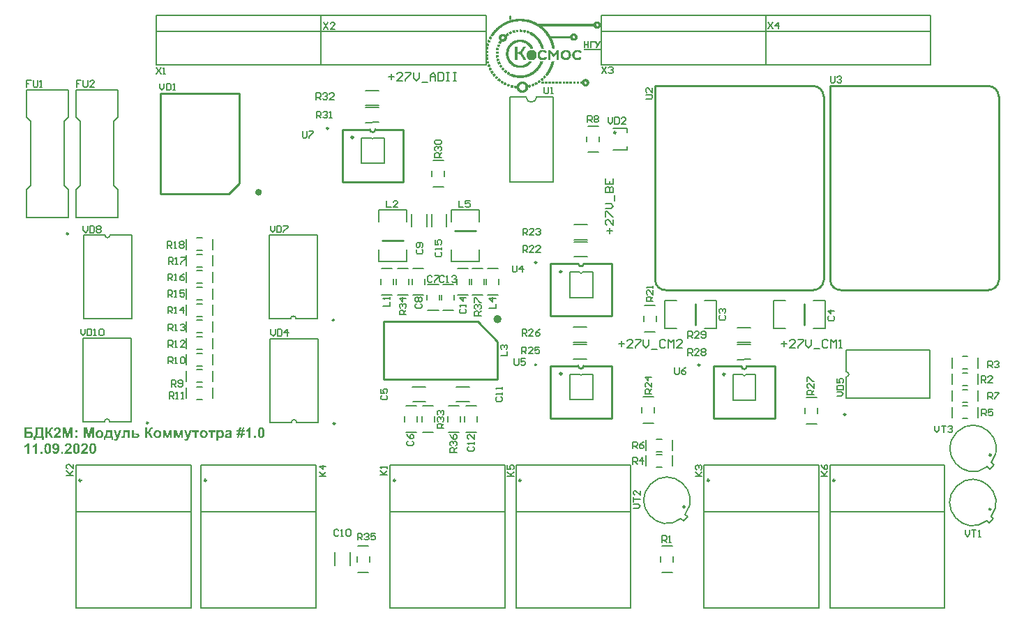
<source format=gto>
G04*
G04 #@! TF.GenerationSoftware,Altium Limited,Altium Designer,20.1.11 (218)*
G04*
G04 Layer_Color=6740479*
%FSAX42Y42*%
%MOMM*%
G71*
G04*
G04 #@! TF.SameCoordinates,D071A55E-5AEF-410E-9220-4307AC36CE94*
G04*
G04*
G04 #@! TF.FilePolarity,Positive*
G04*
G01*
G75*
%ADD10C,0.20*%
%ADD11C,0.25*%
%ADD12C,0.40*%
%ADD13C,0.50*%
%ADD14C,0.25*%
%ADD15C,0.03*%
%ADD16C,0.15*%
%ADD17C,0.20*%
%ADD18C,0.16*%
G36*
X005500Y005054D02*
X005512D01*
Y005034D01*
X005496D01*
X005491Y005008D01*
X005512D01*
Y004989D01*
X005487D01*
X005480Y004955D01*
X005461D01*
X005467Y004989D01*
X005448D01*
X005441Y004955D01*
X005421D01*
X005428Y004989D01*
X005416D01*
Y005008D01*
X005432D01*
X005437Y005034D01*
X005416D01*
Y005054D01*
X005441D01*
X005448Y005088D01*
X005468D01*
X005461Y005054D01*
X005480D01*
X005487Y005088D01*
X005507D01*
X005500Y005054D01*
D02*
G37*
G36*
X005222Y005052D02*
X005223Y005052D01*
X005225Y005052D01*
X005226Y005052D01*
X005228Y005051D01*
X005230Y005051D01*
X005232Y005050D01*
X005234Y005049D01*
X005237Y005048D01*
X005239Y005047D01*
X005241Y005045D01*
X005243Y005044D01*
X005246Y005042D01*
X005248Y005040D01*
X005248Y005039D01*
X005248Y005039D01*
X005249Y005038D01*
X005250Y005037D01*
X005251Y005036D01*
X005252Y005034D01*
X005253Y005032D01*
X005254Y005030D01*
X005255Y005028D01*
X005256Y005025D01*
X005257Y005022D01*
X005257Y005019D01*
X005258Y005016D01*
X005259Y005012D01*
X005259Y005008D01*
X005259Y005004D01*
Y005004D01*
Y005004D01*
Y005004D01*
Y005003D01*
Y005003D01*
X005259Y005002D01*
Y005001D01*
X005259Y005000D01*
X005259Y004998D01*
X005259Y004996D01*
X005258Y004994D01*
X005258Y004991D01*
X005257Y004988D01*
X005256Y004985D01*
X005256Y004982D01*
X005254Y004979D01*
X005253Y004976D01*
X005252Y004973D01*
X005250Y004971D01*
X005248Y004968D01*
X005248Y004968D01*
X005247Y004968D01*
X005247Y004967D01*
X005246Y004966D01*
X005245Y004965D01*
X005243Y004964D01*
X005242Y004963D01*
X005240Y004962D01*
X005238Y004961D01*
X005236Y004959D01*
X005234Y004958D01*
X005231Y004957D01*
X005229Y004956D01*
X005226Y004956D01*
X005223Y004955D01*
X005220Y004955D01*
X005220D01*
X005219Y004955D01*
X005218D01*
X005218Y004955D01*
X005217Y004956D01*
X005216Y004956D01*
X005213Y004956D01*
X005211Y004957D01*
X005209Y004957D01*
X005206Y004958D01*
X005206D01*
X005206Y004959D01*
X005206Y004959D01*
X005205Y004959D01*
X005205Y004959D01*
X005204Y004960D01*
X005203Y004960D01*
X005202Y004961D01*
X005200Y004962D01*
X005199Y004963D01*
X005198Y004964D01*
X005197Y004965D01*
X005196Y004966D01*
X005194Y004967D01*
X005193Y004969D01*
Y004922D01*
X005169D01*
Y005050D01*
X005192D01*
Y005036D01*
X005192Y005037D01*
X005192Y005037D01*
X005192Y005037D01*
X005192Y005038D01*
X005193Y005038D01*
X005193Y005039D01*
X005194Y005040D01*
X005195Y005041D01*
X005196Y005042D01*
X005198Y005044D01*
X005201Y005046D01*
X005204Y005048D01*
X005204Y005048D01*
X005204Y005048D01*
X005204Y005048D01*
X005205Y005048D01*
X005206Y005049D01*
X005206Y005049D01*
X005207Y005050D01*
X005209Y005050D01*
X005210Y005050D01*
X005211Y005051D01*
X005214Y005052D01*
X005217Y005052D01*
X005219Y005052D01*
X005221D01*
X005222Y005052D01*
D02*
G37*
G36*
X004396Y005067D02*
X004391D01*
X004391Y005067D01*
X004390D01*
X004388Y005067D01*
X004386Y005067D01*
X004384Y005066D01*
X004383Y005066D01*
X004382Y005065D01*
X004381Y005065D01*
X004381Y005065D01*
X004380Y005065D01*
X004380Y005064D01*
X004379Y005064D01*
X004378Y005063D01*
X004377Y005062D01*
X004376Y005061D01*
X004375Y005059D01*
X004375Y005059D01*
X004375Y005059D01*
X004375Y005058D01*
X004374Y005058D01*
X004374Y005057D01*
X004374Y005056D01*
X004373Y005056D01*
X004373Y005055D01*
X004372Y005053D01*
X004372Y005052D01*
X004371Y005051D01*
X004371Y005049D01*
X004370Y005047D01*
X004369Y005045D01*
X004368Y005043D01*
Y005043D01*
X004368Y005042D01*
X004368Y005042D01*
X004368Y005042D01*
X004368Y005041D01*
X004368Y005040D01*
X004367Y005039D01*
X004366Y005037D01*
X004365Y005035D01*
X004364Y005033D01*
X004363Y005032D01*
Y005032D01*
X004363Y005031D01*
X004363Y005031D01*
X004362Y005030D01*
X004361Y005029D01*
X004360Y005028D01*
X004358Y005026D01*
X004357Y005025D01*
X004356Y005025D01*
X004355Y005024D01*
X004354Y005023D01*
X004354D01*
X004354Y005023D01*
X004354Y005023D01*
X004355Y005023D01*
X004356Y005023D01*
X004357Y005022D01*
X004358Y005022D01*
X004359Y005021D01*
X004360Y005020D01*
X004361Y005020D01*
X004362Y005019D01*
X004363Y005018D01*
X004364Y005017D01*
X004366Y005016D01*
X004367Y005015D01*
X004368Y005013D01*
X004368Y005013D01*
X004368Y005013D01*
X004368Y005013D01*
X004369Y005012D01*
X004369Y005011D01*
X004370Y005010D01*
X004371Y005009D01*
X004372Y005008D01*
X004372Y005007D01*
X004373Y005005D01*
X004374Y005003D01*
X004375Y005001D01*
X004377Y004999D01*
X004378Y004997D01*
X004379Y004995D01*
X004380Y004992D01*
X004398Y004957D01*
X004367D01*
X004352Y004990D01*
X004352Y004991D01*
X004352Y004991D01*
X004351Y004991D01*
X004351Y004992D01*
X004351Y004992D01*
X004351Y004993D01*
X004350Y004993D01*
X004350Y004994D01*
X004350Y004994D01*
X004350Y004995D01*
X004349Y004996D01*
X004349Y004997D01*
X004348Y004997D01*
X004348Y004998D01*
X004347Y004999D01*
X004347Y004999D01*
X004347Y005000D01*
X004347Y005000D01*
X004346Y005001D01*
X004346Y005001D01*
X004345Y005002D01*
X004344Y005004D01*
X004343Y005006D01*
X004342Y005008D01*
X004341Y005009D01*
X004340Y005010D01*
X004340Y005010D01*
X004339Y005011D01*
X004339Y005011D01*
X004338Y005011D01*
X004338Y005012D01*
X004337Y005012D01*
X004335Y005013D01*
X004334Y005013D01*
X004332Y005013D01*
X004329Y005013D01*
Y004957D01*
X004304D01*
Y005085D01*
X004329D01*
Y005031D01*
X004330D01*
X004330Y005031D01*
X004331Y005031D01*
X004331Y005031D01*
X004332Y005031D01*
X004334Y005032D01*
X004336Y005032D01*
X004338Y005033D01*
X004340Y005034D01*
X004340Y005035D01*
X004341Y005035D01*
Y005035D01*
X004341Y005035D01*
X004341Y005036D01*
X004342Y005036D01*
X004342Y005037D01*
X004342Y005037D01*
X004343Y005038D01*
X004343Y005039D01*
X004344Y005040D01*
X004345Y005042D01*
X004345Y005043D01*
X004346Y005045D01*
X004347Y005047D01*
X004348Y005050D01*
X004349Y005052D01*
X004350Y005055D01*
Y005055D01*
X004351Y005056D01*
X004351Y005056D01*
X004351Y005056D01*
X004351Y005057D01*
X004351Y005057D01*
X004352Y005059D01*
X004353Y005060D01*
X004353Y005062D01*
X004354Y005064D01*
X004356Y005066D01*
X004357Y005068D01*
X004358Y005071D01*
X004359Y005073D01*
X004361Y005075D01*
X004362Y005077D01*
X004364Y005078D01*
X004365Y005080D01*
X004367Y005081D01*
X004367Y005081D01*
X004367Y005081D01*
X004367Y005081D01*
X004368Y005082D01*
X004369Y005082D01*
X004370Y005083D01*
X004371Y005083D01*
X004373Y005084D01*
X004375Y005084D01*
X004377Y005085D01*
X004379Y005085D01*
X004381Y005085D01*
X004384Y005086D01*
X004386Y005086D01*
X004389Y005086D01*
X004393Y005086D01*
X004395D01*
X004395Y005086D01*
X004396D01*
Y005067D01*
D02*
G37*
G36*
X003186Y005067D02*
X003181D01*
X003180Y005067D01*
X003180D01*
X003178Y005067D01*
X003176Y005067D01*
X003174Y005066D01*
X003172Y005066D01*
X003171Y005065D01*
X003171Y005065D01*
X003170Y005065D01*
X003170Y005065D01*
X003169Y005064D01*
X003168Y005064D01*
X003168Y005063D01*
X003167Y005062D01*
X003166Y005061D01*
X003165Y005059D01*
X003165Y005059D01*
X003164Y005059D01*
X003164Y005058D01*
X003164Y005058D01*
X003164Y005057D01*
X003163Y005056D01*
X003163Y005056D01*
X003163Y005055D01*
X003162Y005053D01*
X003161Y005052D01*
X003161Y005051D01*
X003160Y005049D01*
X003160Y005047D01*
X003159Y005045D01*
X003158Y005043D01*
Y005043D01*
X003158Y005042D01*
X003158Y005042D01*
X003158Y005042D01*
X003157Y005041D01*
X003157Y005040D01*
X003156Y005039D01*
X003156Y005037D01*
X003155Y005035D01*
X003154Y005033D01*
X003153Y005032D01*
Y005032D01*
X003153Y005031D01*
X003152Y005031D01*
X003152Y005030D01*
X003151Y005029D01*
X003149Y005028D01*
X003148Y005026D01*
X003147Y005025D01*
X003146Y005025D01*
X003144Y005024D01*
X003143Y005023D01*
X003143D01*
X003144Y005023D01*
X003144Y005023D01*
X003145Y005023D01*
X003145Y005023D01*
X003146Y005022D01*
X003147Y005022D01*
X003148Y005021D01*
X003149Y005020D01*
X003150Y005020D01*
X003152Y005019D01*
X003153Y005018D01*
X003154Y005017D01*
X003155Y005016D01*
X003156Y005015D01*
X003157Y005013D01*
X003157Y005013D01*
X003158Y005013D01*
X003158Y005013D01*
X003158Y005012D01*
X003159Y005011D01*
X003160Y005010D01*
X003160Y005009D01*
X003161Y005008D01*
X003162Y005007D01*
X003163Y005005D01*
X003164Y005003D01*
X003165Y005001D01*
X003166Y004999D01*
X003167Y004997D01*
X003168Y004995D01*
X003170Y004992D01*
X003187Y004957D01*
X003157D01*
X003142Y004990D01*
X003141Y004991D01*
X003141Y004991D01*
X003141Y004991D01*
X003141Y004992D01*
X003140Y004992D01*
X003140Y004993D01*
X003140Y004993D01*
X003140Y004994D01*
X003140Y004994D01*
X003139Y004995D01*
X003139Y004996D01*
X003138Y004997D01*
X003138Y004997D01*
X003137Y004998D01*
X003137Y004999D01*
X003137Y004999D01*
X003137Y005000D01*
X003136Y005000D01*
X003136Y005001D01*
X003136Y005001D01*
X003135Y005002D01*
X003134Y005004D01*
X003133Y005006D01*
X003131Y005008D01*
X003131Y005009D01*
X003130Y005010D01*
X003129Y005010D01*
X003129Y005011D01*
X003128Y005011D01*
X003128Y005011D01*
X003127Y005012D01*
X003126Y005012D01*
X003125Y005013D01*
X003123Y005013D01*
X003121Y005013D01*
X003119Y005013D01*
Y004957D01*
X003093D01*
Y005085D01*
X003119D01*
Y005031D01*
X003119D01*
X003120Y005031D01*
X003120Y005031D01*
X003121Y005031D01*
X003122Y005031D01*
X003124Y005032D01*
X003126Y005032D01*
X003127Y005033D01*
X003129Y005034D01*
X003130Y005035D01*
X003131Y005035D01*
Y005035D01*
X003131Y005035D01*
X003131Y005036D01*
X003131Y005036D01*
X003132Y005037D01*
X003132Y005037D01*
X003132Y005038D01*
X003133Y005039D01*
X003134Y005040D01*
X003134Y005042D01*
X003135Y005043D01*
X003136Y005045D01*
X003137Y005047D01*
X003138Y005050D01*
X003139Y005052D01*
X003140Y005055D01*
Y005055D01*
X003140Y005056D01*
X003140Y005056D01*
X003140Y005056D01*
X003141Y005057D01*
X003141Y005057D01*
X003141Y005059D01*
X003142Y005060D01*
X003143Y005062D01*
X003144Y005064D01*
X003145Y005066D01*
X003146Y005068D01*
X003148Y005071D01*
X003149Y005073D01*
X003150Y005075D01*
X003152Y005077D01*
X003153Y005078D01*
X003155Y005080D01*
X003156Y005081D01*
X003156Y005081D01*
X003157Y005081D01*
X003157Y005081D01*
X003158Y005082D01*
X003159Y005082D01*
X003160Y005083D01*
X003161Y005083D01*
X003162Y005084D01*
X003164Y005084D01*
X003166Y005085D01*
X003168Y005085D01*
X003171Y005085D01*
X003173Y005086D01*
X003176Y005086D01*
X003179Y005086D01*
X003182Y005086D01*
X003184D01*
X003185Y005086D01*
X003186D01*
Y005067D01*
D02*
G37*
G36*
X003479Y005026D02*
X003455D01*
Y005050D01*
X003479D01*
Y005026D01*
D02*
G37*
G36*
X003682Y004957D02*
X003658D01*
X003658Y005058D01*
X003633Y004957D01*
X003608D01*
X003583Y005058D01*
Y004957D01*
X003559Y004957D01*
Y005085D01*
X003598Y005085D01*
X003621Y004998D01*
X003644Y005085D01*
X003682D01*
Y004957D01*
D02*
G37*
G36*
X003424Y004957D02*
X003400D01*
X003400Y005058D01*
X003375Y004957D01*
X003350D01*
X003325Y005058D01*
Y004957D01*
X003301D01*
Y005085D01*
X003340D01*
X003363Y004998D01*
X003385Y005085D01*
X003424D01*
Y004957D01*
D02*
G37*
G36*
X004761Y004957D02*
X004740D01*
Y005018D01*
X004718Y004957D01*
X004697D01*
X004675Y005018D01*
Y004957D01*
X004654D01*
Y005050D01*
X004685D01*
X004708Y004986D01*
X004731Y005050D01*
X004761D01*
Y004957D01*
D02*
G37*
G36*
X004629D02*
X004608D01*
Y005018D01*
X004585Y004957D01*
X004564D01*
X004543Y005018D01*
Y004957D01*
X004522D01*
Y005050D01*
X004552D01*
X004575Y004986D01*
X004598Y005050D01*
X004629D01*
Y004957D01*
D02*
G37*
G36*
X004837Y004961D02*
X004831Y004945D01*
Y004945D01*
X004831Y004944D01*
X004830Y004944D01*
X004830Y004943D01*
X004830Y004943D01*
X004830Y004942D01*
X004829Y004940D01*
X004828Y004938D01*
X004827Y004936D01*
X004826Y004934D01*
X004825Y004932D01*
X004824Y004932D01*
X004824Y004932D01*
X004823Y004931D01*
X004823Y004930D01*
X004822Y004929D01*
X004821Y004928D01*
X004819Y004927D01*
X004818Y004926D01*
X004818Y004925D01*
X004817Y004925D01*
X004816Y004925D01*
X004815Y004924D01*
X004814Y004923D01*
X004812Y004923D01*
X004811Y004922D01*
X004809Y004921D01*
X004808D01*
X004808Y004921D01*
X004808Y004921D01*
X004808Y004921D01*
X004807Y004921D01*
X004806Y004921D01*
X004806Y004921D01*
X004805Y004921D01*
X004803Y004920D01*
X004801Y004920D01*
X004799Y004920D01*
X004796Y004920D01*
X004795D01*
X004794Y004920D01*
X004793D01*
X004792Y004920D01*
X004790Y004920D01*
X004787Y004920D01*
X004785Y004921D01*
X004782Y004921D01*
X004780Y004940D01*
X004780D01*
X004780Y004940D01*
X004781D01*
X004781Y004940D01*
X004781Y004940D01*
X004782Y004940D01*
X004783Y004940D01*
X004785Y004940D01*
X004787Y004939D01*
X004789Y004939D01*
X004790Y004939D01*
X004791D01*
X004792Y004939D01*
X004792Y004939D01*
X004793Y004940D01*
X004795Y004940D01*
X004797Y004940D01*
X004799Y004941D01*
X004800Y004942D01*
X004801Y004943D01*
X004802Y004943D01*
X004803Y004944D01*
X004803Y004944D01*
X004803Y004945D01*
X004803Y004945D01*
X004804Y004945D01*
X004804Y004946D01*
X004804Y004946D01*
X004805Y004947D01*
X004805Y004948D01*
X004806Y004950D01*
X004807Y004952D01*
X004808Y004954D01*
X004809Y004957D01*
X004774Y005050D01*
X004800D01*
X004822Y004984D01*
X004844Y005050D01*
X004869D01*
X004837Y004961D01*
D02*
G37*
G36*
X003982D02*
X003976Y004945D01*
Y004945D01*
X003975Y004944D01*
X003975Y004944D01*
X003975Y004943D01*
X003975Y004943D01*
X003974Y004942D01*
X003974Y004940D01*
X003973Y004938D01*
X003972Y004936D01*
X003971Y004934D01*
X003969Y004932D01*
X003969Y004932D01*
X003969Y004932D01*
X003968Y004931D01*
X003967Y004930D01*
X003967Y004929D01*
X003965Y004928D01*
X003964Y004927D01*
X003963Y004926D01*
X003963Y004925D01*
X003962Y004925D01*
X003961Y004925D01*
X003960Y004924D01*
X003959Y004923D01*
X003957Y004923D01*
X003955Y004922D01*
X003953Y004921D01*
X003953D01*
X003953Y004921D01*
X003953Y004921D01*
X003952Y004921D01*
X003952Y004921D01*
X003951Y004921D01*
X003951Y004921D01*
X003950Y004921D01*
X003948Y004920D01*
X003946Y004920D01*
X003943Y004920D01*
X003941Y004920D01*
X003940D01*
X003939Y004920D01*
X003937D01*
X003937Y004920D01*
X003934Y004920D01*
X003932Y004920D01*
X003930Y004921D01*
X003927Y004921D01*
X003925Y004940D01*
X003925D01*
X003925Y004940D01*
X003925D01*
X003926Y004940D01*
X003926Y004940D01*
X003927Y004940D01*
X003928Y004940D01*
X003930Y004940D01*
X003932Y004939D01*
X003933Y004939D01*
X003935Y004939D01*
X003936D01*
X003937Y004939D01*
X003937Y004939D01*
X003938Y004940D01*
X003940Y004940D01*
X003942Y004940D01*
X003944Y004941D01*
X003945Y004942D01*
X003946Y004943D01*
X003947Y004943D01*
X003948Y004944D01*
X003948Y004944D01*
X003948Y004945D01*
X003948Y004945D01*
X003948Y004945D01*
X003949Y004946D01*
X003949Y004946D01*
X003950Y004947D01*
X003950Y004948D01*
X003951Y004950D01*
X003952Y004952D01*
X003953Y004954D01*
X003954Y004957D01*
X003919Y005050D01*
X003945D01*
X003967Y004984D01*
X003989Y005050D01*
X004014D01*
X003982Y004961D01*
D02*
G37*
G36*
X005651Y004957D02*
X005626D01*
Y004982D01*
X005651D01*
Y004957D01*
D02*
G37*
G36*
X005585D02*
X005560D01*
Y005050D01*
X005560Y005050D01*
X005559Y005049D01*
X005559Y005049D01*
X005558Y005048D01*
X005556Y005047D01*
X005555Y005046D01*
X005553Y005044D01*
X005551Y005043D01*
X005549Y005041D01*
X005546Y005040D01*
X005544Y005038D01*
X005541Y005037D01*
X005538Y005035D01*
X005535Y005034D01*
X005532Y005032D01*
X005528Y005031D01*
Y005053D01*
X005528D01*
X005529Y005054D01*
X005529Y005054D01*
X005530Y005054D01*
X005531Y005054D01*
X005532Y005055D01*
X005533Y005055D01*
X005535Y005056D01*
X005536Y005057D01*
X005538Y005058D01*
X005539Y005059D01*
X005541Y005060D01*
X005543Y005061D01*
X005545Y005062D01*
X005547Y005064D01*
X005549Y005065D01*
X005549Y005065D01*
X005550Y005066D01*
X005550Y005066D01*
X005551Y005067D01*
X005552Y005068D01*
X005553Y005069D01*
X005554Y005070D01*
X005555Y005071D01*
X005557Y005073D01*
X005558Y005074D01*
X005559Y005076D01*
X005560Y005078D01*
X005562Y005080D01*
X005563Y005082D01*
X005564Y005084D01*
X005565Y005086D01*
X005585D01*
Y004957D01*
D02*
G37*
G36*
X005318Y005052D02*
X005319D01*
X005320Y005052D01*
X005322Y005052D01*
X005324Y005052D01*
X005326Y005052D01*
X005328Y005051D01*
X005332Y005051D01*
X005334Y005050D01*
X005336Y005050D01*
X005338Y005049D01*
X005339Y005048D01*
X005339D01*
X005340Y005048D01*
X005340Y005048D01*
X005341Y005048D01*
X005341Y005047D01*
X005342Y005047D01*
X005344Y005046D01*
X005346Y005044D01*
X005347Y005042D01*
X005349Y005041D01*
X005350Y005040D01*
X005351Y005038D01*
Y005038D01*
X005351Y005038D01*
X005351Y005038D01*
X005351Y005037D01*
X005351Y005037D01*
X005352Y005036D01*
X005352Y005035D01*
X005352Y005033D01*
X005353Y005032D01*
X005353Y005030D01*
X005353Y005029D01*
X005353Y005027D01*
X005354Y005024D01*
X005354Y005022D01*
X005354Y005019D01*
Y005016D01*
X005354Y004988D01*
Y004988D01*
Y004987D01*
Y004987D01*
Y004986D01*
Y004985D01*
X005354Y004984D01*
Y004982D01*
X005354Y004981D01*
X005354Y004978D01*
X005354Y004975D01*
X005354Y004974D01*
X005354Y004972D01*
X005355Y004971D01*
X005355Y004970D01*
Y004970D01*
X005355Y004970D01*
Y004969D01*
X005355Y004969D01*
X005355Y004968D01*
X005355Y004968D01*
X005356Y004966D01*
X005356Y004964D01*
X005357Y004962D01*
X005358Y004960D01*
X005359Y004957D01*
X005335D01*
Y004958D01*
X005335Y004958D01*
X005335Y004958D01*
X005334Y004959D01*
X005334Y004960D01*
X005333Y004961D01*
X005333Y004963D01*
X005333Y004965D01*
Y004965D01*
X005332Y004965D01*
X005332Y004965D01*
X005332Y004966D01*
X005332Y004967D01*
X005332Y004967D01*
X005332Y004967D01*
X005332Y004967D01*
X005331Y004967D01*
X005331Y004967D01*
X005331Y004966D01*
X005330Y004966D01*
X005329Y004965D01*
X005329Y004965D01*
X005328Y004964D01*
X005326Y004963D01*
X005323Y004961D01*
X005321Y004960D01*
X005318Y004958D01*
X005318D01*
X005318Y004958D01*
X005317Y004958D01*
X005317Y004958D01*
X005316Y004958D01*
X005316Y004957D01*
X005315Y004957D01*
X005314Y004957D01*
X005313Y004956D01*
X005311Y004956D01*
X005309Y004956D01*
X005306Y004955D01*
X005303Y004955D01*
X005302D01*
X005302Y004955D01*
X005301D01*
X005299Y004956D01*
X005298Y004956D01*
X005296Y004956D01*
X005295Y004956D01*
X005293Y004957D01*
X005291Y004957D01*
X005289Y004958D01*
X005287Y004959D01*
X005286Y004959D01*
X005284Y004960D01*
X005282Y004962D01*
X005280Y004963D01*
X005280Y004963D01*
X005280Y004963D01*
X005280Y004964D01*
X005279Y004964D01*
X005278Y004965D01*
X005278Y004966D01*
X005277Y004967D01*
X005276Y004968D01*
X005275Y004970D01*
X005275Y004971D01*
X005274Y004973D01*
X005273Y004975D01*
X005273Y004976D01*
X005273Y004978D01*
X005272Y004981D01*
X005272Y004983D01*
Y004983D01*
Y004983D01*
Y004983D01*
X005272Y004984D01*
Y004985D01*
X005272Y004985D01*
X005272Y004986D01*
X005273Y004987D01*
X005273Y004989D01*
X005274Y004992D01*
X005275Y004994D01*
X005276Y004997D01*
X005276Y004997D01*
X005276Y004997D01*
X005276Y004997D01*
X005277Y004998D01*
X005277Y004999D01*
X005279Y005000D01*
X005280Y005002D01*
X005282Y005003D01*
X005284Y005005D01*
X005286Y005006D01*
X005286D01*
X005287Y005006D01*
X005287Y005006D01*
X005288Y005007D01*
X005288Y005007D01*
X005289Y005007D01*
X005290Y005008D01*
X005291Y005008D01*
X005293Y005008D01*
X005294Y005009D01*
X005296Y005009D01*
X005297Y005010D01*
X005299Y005010D01*
X005301Y005011D01*
X005304Y005011D01*
X005306Y005012D01*
X005306D01*
X005307Y005012D01*
X005308Y005012D01*
X005309Y005012D01*
X005310Y005013D01*
X005312Y005013D01*
X005313Y005013D01*
X005315Y005014D01*
X005319Y005015D01*
X005323Y005016D01*
X005325Y005016D01*
X005327Y005017D01*
X005328Y005017D01*
X005330Y005018D01*
Y005020D01*
Y005020D01*
Y005021D01*
Y005021D01*
X005330Y005021D01*
Y005022D01*
X005330Y005023D01*
X005329Y005024D01*
X005329Y005026D01*
X005328Y005027D01*
X005327Y005029D01*
X005327Y005030D01*
X005326Y005030D01*
X005326Y005030D01*
X005326Y005031D01*
X005325Y005031D01*
X005325Y005031D01*
X005325Y005031D01*
X005324Y005032D01*
X005323Y005032D01*
X005322Y005032D01*
X005321Y005032D01*
X005320Y005033D01*
X005319Y005033D01*
X005318Y005033D01*
X005316Y005033D01*
X005315Y005033D01*
X005312D01*
X005311Y005033D01*
X005311D01*
X005309Y005033D01*
X005308Y005033D01*
X005306Y005032D01*
X005304Y005032D01*
X005303Y005031D01*
X005303Y005031D01*
X005302Y005030D01*
X005301Y005030D01*
X005301Y005029D01*
X005300Y005027D01*
X005299Y005026D01*
X005298Y005024D01*
X005297Y005022D01*
X005275Y005026D01*
X005275Y005026D01*
X005275Y005026D01*
X005275Y005027D01*
X005275Y005028D01*
X005276Y005029D01*
X005276Y005030D01*
X005277Y005032D01*
X005278Y005033D01*
X005278Y005035D01*
X005279Y005036D01*
X005280Y005038D01*
X005282Y005040D01*
X005283Y005041D01*
X005284Y005043D01*
X005286Y005044D01*
X005287Y005046D01*
X005288Y005046D01*
X005288Y005046D01*
X005289Y005046D01*
X005289Y005047D01*
X005290Y005047D01*
X005291Y005048D01*
X005293Y005048D01*
X005294Y005049D01*
X005296Y005050D01*
X005298Y005050D01*
X005301Y005051D01*
X005303Y005051D01*
X005306Y005052D01*
X005308Y005052D01*
X005312Y005052D01*
X005315Y005052D01*
X005316D01*
X005318Y005052D01*
D02*
G37*
G36*
X005155Y005030D02*
X005125D01*
Y004957D01*
X005101D01*
Y005030D01*
X005071D01*
Y005050D01*
X005155D01*
Y005030D01*
D02*
G37*
G36*
X004958Y005030D02*
X004928D01*
Y004957D01*
X004904D01*
Y005030D01*
X004874D01*
Y005050D01*
X004958D01*
Y005030D01*
D02*
G37*
G36*
X004168Y005012D02*
X004195D01*
X004197Y005012D01*
X004198D01*
X004200Y005012D01*
X004201Y005011D01*
X004205Y005011D01*
X004209Y005011D01*
X004210Y005011D01*
X004212Y005010D01*
X004214Y005010D01*
X004215Y005010D01*
X004215D01*
X004216Y005009D01*
X004216Y005009D01*
X004217Y005009D01*
X004217Y005009D01*
X004218Y005009D01*
X004220Y005008D01*
X004222Y005006D01*
X004223Y005006D01*
X004224Y005005D01*
X004225Y005004D01*
X004226Y005003D01*
X004227Y005002D01*
X004228Y005000D01*
X004228Y005000D01*
X004229Y005000D01*
X004229Y005000D01*
X004229Y004999D01*
X004230Y004999D01*
X004230Y004998D01*
X004230Y004997D01*
X004231Y004996D01*
X004231Y004995D01*
X004232Y004994D01*
X004232Y004992D01*
X004233Y004991D01*
X004233Y004988D01*
X004233Y004986D01*
X004233Y004984D01*
Y004984D01*
Y004984D01*
X004233Y004983D01*
X004233Y004982D01*
X004233Y004981D01*
X004233Y004980D01*
X004233Y004978D01*
X004232Y004977D01*
X004232Y004975D01*
X004231Y004974D01*
X004231Y004972D01*
X004230Y004970D01*
X004229Y004969D01*
X004227Y004967D01*
X004226Y004966D01*
X004224Y004964D01*
X004224Y004964D01*
X004224Y004964D01*
X004223Y004964D01*
X004222Y004963D01*
X004222Y004963D01*
X004220Y004962D01*
X004219Y004961D01*
X004217Y004961D01*
X004215Y004960D01*
X004213Y004960D01*
X004211Y004959D01*
X004209Y004958D01*
X004206Y004958D01*
X004203Y004958D01*
X004200Y004958D01*
X004197Y004957D01*
X004144D01*
Y005050D01*
X004168D01*
Y005012D01*
D02*
G37*
G36*
X004119Y004957D02*
X004094D01*
Y005030D01*
X004061D01*
Y004989D01*
Y004988D01*
Y004988D01*
Y004987D01*
X004061Y004986D01*
Y004985D01*
X004061Y004983D01*
X004061Y004982D01*
X004060Y004980D01*
X004060Y004976D01*
X004059Y004972D01*
X004059Y004971D01*
X004058Y004969D01*
X004058Y004967D01*
X004057Y004966D01*
Y004966D01*
X004057Y004966D01*
X004057Y004966D01*
X004057Y004965D01*
X004056Y004964D01*
X004055Y004963D01*
X004054Y004961D01*
X004052Y004960D01*
X004051Y004959D01*
X004050Y004958D01*
X004049Y004958D01*
X004049D01*
X004049Y004958D01*
X004049Y004958D01*
X004048Y004958D01*
X004048Y004957D01*
X004047Y004957D01*
X004046Y004957D01*
X004046Y004957D01*
X004045Y004957D01*
X004044Y004956D01*
X004042Y004956D01*
X004041Y004956D01*
X004040Y004956D01*
X004038Y004956D01*
X004036Y004956D01*
X004034D01*
X004033Y004956D01*
X004032D01*
X004031Y004956D01*
X004030Y004956D01*
X004028Y004956D01*
X004027Y004956D01*
X004026Y004956D01*
X004024Y004957D01*
X004023Y004957D01*
X004021Y004957D01*
X004019Y004957D01*
Y004975D01*
X004021D01*
X004021Y004975D01*
X004022D01*
X004023Y004975D01*
X004024D01*
X004025Y004975D01*
X004027D01*
X004028Y004975D01*
X004030D01*
X004030Y004975D01*
X004031Y004975D01*
X004032Y004975D01*
X004033Y004976D01*
X004034Y004976D01*
X004035Y004977D01*
X004035Y004978D01*
X004036Y004978D01*
Y004979D01*
X004036Y004979D01*
X004036Y004980D01*
X004036Y004980D01*
X004036Y004981D01*
X004036Y004982D01*
X004036Y004983D01*
X004036Y004984D01*
X004036Y004986D01*
X004036Y004987D01*
X004037Y004989D01*
Y004991D01*
X004037Y004994D01*
Y004997D01*
Y005050D01*
X004119D01*
Y004957D01*
D02*
G37*
G36*
X003479Y004957D02*
X003455D01*
Y004982D01*
X003479D01*
Y004957D01*
D02*
G37*
G36*
X003240Y005086D02*
X003242Y005086D01*
X003243Y005086D01*
X003245Y005085D01*
X003247Y005085D01*
X003249Y005085D01*
X003252Y005084D01*
X003254Y005083D01*
X003257Y005083D01*
X003259Y005081D01*
X003262Y005080D01*
X003264Y005079D01*
X003266Y005077D01*
X003268Y005076D01*
X003268Y005075D01*
X003269Y005075D01*
X003269Y005075D01*
X003270Y005074D01*
X003271Y005073D01*
X003272Y005072D01*
X003273Y005070D01*
X003274Y005069D01*
X003275Y005067D01*
X003276Y005065D01*
X003277Y005063D01*
X003278Y005061D01*
X003278Y005058D01*
X003279Y005056D01*
X003279Y005053D01*
X003279Y005050D01*
Y005050D01*
Y005050D01*
Y005049D01*
Y005049D01*
X003279Y005048D01*
X003279Y005047D01*
X003279Y005046D01*
X003279Y005045D01*
X003279Y005042D01*
X003278Y005040D01*
X003277Y005037D01*
X003276Y005034D01*
Y005034D01*
X003276Y005033D01*
X003276Y005033D01*
X003276Y005032D01*
X003275Y005032D01*
X003275Y005031D01*
X003274Y005030D01*
X003274Y005029D01*
X003273Y005028D01*
X003272Y005026D01*
X003271Y005024D01*
X003269Y005021D01*
X003266Y005017D01*
X003266Y005017D01*
X003266Y005017D01*
X003266Y005017D01*
X003265Y005016D01*
X003265Y005016D01*
X003264Y005015D01*
X003264Y005014D01*
X003263Y005013D01*
X003262Y005012D01*
X003260Y005011D01*
X003259Y005010D01*
X003258Y005008D01*
X003256Y005007D01*
X003254Y005005D01*
X003252Y005003D01*
X003250Y005001D01*
X003250Y005001D01*
X003250Y005001D01*
X003249Y005000D01*
X003248Y004999D01*
X003247Y004998D01*
X003246Y004998D01*
X003245Y004996D01*
X003244Y004995D01*
X003242Y004993D01*
X003239Y004991D01*
X003238Y004989D01*
X003237Y004989D01*
X003236Y004988D01*
X003235Y004987D01*
X003235Y004987D01*
X003235Y004986D01*
X003234Y004986D01*
X003234Y004985D01*
X003233Y004984D01*
X003232Y004983D01*
X003231Y004981D01*
X003230Y004980D01*
X003279D01*
Y004957D01*
X003193D01*
Y004958D01*
X003193Y004958D01*
X003193Y004959D01*
X003194Y004960D01*
X003194Y004961D01*
X003194Y004962D01*
X003194Y004964D01*
X003195Y004965D01*
X003195Y004967D01*
X003196Y004969D01*
X003197Y004971D01*
X003197Y004973D01*
X003198Y004975D01*
X003199Y004977D01*
X003200Y004980D01*
X003202Y004982D01*
X003202Y004982D01*
X003202Y004982D01*
X003202Y004983D01*
X003203Y004984D01*
X003204Y004985D01*
X003205Y004986D01*
X003206Y004988D01*
X003208Y004990D01*
X003209Y004992D01*
X003211Y004994D01*
X003214Y004997D01*
X003216Y005000D01*
X003219Y005003D01*
X003222Y005006D01*
X003226Y005009D01*
X003229Y005013D01*
X003229Y005013D01*
X003229Y005013D01*
X003230Y005013D01*
X003231Y005014D01*
X003232Y005015D01*
X003233Y005016D01*
X003235Y005018D01*
X003236Y005019D01*
X003238Y005021D01*
X003241Y005024D01*
X003243Y005026D01*
X003245Y005028D01*
X003246Y005029D01*
X003248Y005031D01*
X003249Y005032D01*
X003250Y005033D01*
X003250Y005034D01*
X003250Y005034D01*
X003250Y005034D01*
X003250Y005035D01*
X003251Y005035D01*
X003251Y005036D01*
X003252Y005037D01*
X003252Y005038D01*
X003253Y005040D01*
X003254Y005043D01*
X003254Y005046D01*
X003255Y005047D01*
X003255Y005048D01*
Y005049D01*
Y005049D01*
Y005049D01*
X003255Y005050D01*
Y005051D01*
X003254Y005051D01*
X003254Y005053D01*
X003254Y005055D01*
X003253Y005057D01*
X003252Y005059D01*
X003251Y005060D01*
X003250Y005061D01*
X003250Y005061D01*
X003250Y005061D01*
X003250Y005061D01*
X003249Y005062D01*
X003249Y005062D01*
X003248Y005062D01*
X003248Y005063D01*
X003247Y005063D01*
X003245Y005064D01*
X003243Y005065D01*
X003241Y005065D01*
X003239Y005065D01*
X003238Y005065D01*
X003237D01*
X003237Y005065D01*
X003236D01*
X003235Y005065D01*
X003234Y005065D01*
X003232Y005064D01*
X003230Y005064D01*
X003229Y005063D01*
X003228Y005062D01*
X003227Y005062D01*
X003226Y005061D01*
X003226Y005061D01*
X003226Y005061D01*
X003225Y005060D01*
X003225Y005060D01*
X003225Y005059D01*
X003224Y005059D01*
X003224Y005058D01*
X003223Y005057D01*
X003223Y005056D01*
X003222Y005055D01*
X003222Y005054D01*
X003222Y005052D01*
X003221Y005051D01*
X003221Y005049D01*
X003221Y005047D01*
X003221Y005046D01*
X003196Y005048D01*
Y005048D01*
Y005048D01*
X003196Y005048D01*
Y005049D01*
X003196Y005049D01*
X003196Y005050D01*
X003197Y005051D01*
X003197Y005053D01*
X003197Y005055D01*
X003198Y005057D01*
X003199Y005059D01*
X003199Y005062D01*
X003200Y005064D01*
X003201Y005066D01*
X003203Y005069D01*
X003204Y005071D01*
X003206Y005073D01*
X003208Y005075D01*
X003210Y005077D01*
X003210Y005077D01*
X003210Y005077D01*
X003211Y005078D01*
X003212Y005078D01*
X003213Y005079D01*
X003214Y005080D01*
X003216Y005081D01*
X003218Y005081D01*
X003220Y005082D01*
X003222Y005083D01*
X003224Y005084D01*
X003227Y005084D01*
X003230Y005085D01*
X003232Y005085D01*
X003235Y005086D01*
X003239Y005086D01*
X003239D01*
X003240Y005086D01*
D02*
G37*
G36*
X002933Y005064D02*
X002863D01*
Y005034D01*
X002899D01*
X002900Y005034D01*
X002901D01*
X002903Y005034D01*
X002904Y005034D01*
X002906Y005034D01*
X002908Y005034D01*
X002910Y005033D01*
X002914Y005033D01*
X002918Y005032D01*
X002920Y005031D01*
X002922Y005031D01*
X002922D01*
X002922Y005031D01*
X002922Y005030D01*
X002923Y005030D01*
X002924Y005030D01*
X002925Y005029D01*
X002926Y005029D01*
X002927Y005028D01*
X002928Y005027D01*
X002930Y005026D01*
X002931Y005025D01*
X002932Y005024D01*
X002934Y005023D01*
X002935Y005021D01*
X002936Y005019D01*
X002938Y005018D01*
X002938Y005018D01*
X002938Y005017D01*
X002938Y005017D01*
X002939Y005016D01*
X002939Y005015D01*
X002940Y005014D01*
X002940Y005013D01*
X002941Y005012D01*
X002942Y005010D01*
X002942Y005008D01*
X002943Y005006D01*
X002943Y005004D01*
X002944Y005002D01*
X002944Y005000D01*
X002944Y004998D01*
X002944Y004996D01*
Y004996D01*
Y004995D01*
Y004994D01*
X002944Y004993D01*
X002944Y004992D01*
X002944Y004991D01*
X002944Y004990D01*
X002944Y004988D01*
X002943Y004986D01*
X002943Y004985D01*
X002942Y004983D01*
X002942Y004981D01*
X002941Y004979D01*
X002940Y004977D01*
X002939Y004975D01*
X002938Y004973D01*
X002938Y004973D01*
X002937Y004973D01*
X002937Y004973D01*
X002936Y004972D01*
X002936Y004971D01*
X002935Y004970D01*
X002934Y004969D01*
X002933Y004968D01*
X002932Y004967D01*
X002931Y004966D01*
X002928Y004964D01*
X002925Y004962D01*
X002924Y004961D01*
X002922Y004961D01*
X002922D01*
X002922Y004961D01*
X002921Y004960D01*
X002921Y004960D01*
X002920Y004960D01*
X002919Y004960D01*
X002917Y004959D01*
X002916Y004959D01*
X002914Y004959D01*
X002913Y004958D01*
X002911Y004958D01*
X002908Y004958D01*
X002906Y004958D01*
X002903Y004958D01*
X002901Y004957D01*
X002838D01*
Y005085D01*
X002933D01*
Y005064D01*
D02*
G37*
G36*
X005016Y005052D02*
X005017Y005052D01*
X005018Y005052D01*
X005020Y005052D01*
X005022Y005051D01*
X005024Y005051D01*
X005027Y005051D01*
X005030Y005050D01*
X005032Y005049D01*
X005035Y005048D01*
X005038Y005046D01*
X005041Y005045D01*
X005044Y005043D01*
X005047Y005041D01*
X005049Y005038D01*
X005049Y005038D01*
X005050Y005038D01*
X005050Y005037D01*
X005051Y005036D01*
X005052Y005035D01*
X005053Y005033D01*
X005055Y005031D01*
X005056Y005029D01*
X005057Y005027D01*
X005058Y005024D01*
X005059Y005021D01*
X005061Y005018D01*
X005061Y005015D01*
X005062Y005011D01*
X005062Y005008D01*
X005063Y005004D01*
Y005004D01*
Y005004D01*
Y005003D01*
Y005003D01*
X005063Y005003D01*
Y005002D01*
X005062Y005000D01*
X005062Y004999D01*
X005062Y004997D01*
X005062Y004994D01*
X005061Y004992D01*
X005060Y004989D01*
X005059Y004986D01*
X005058Y004983D01*
X005057Y004980D01*
X005055Y004977D01*
X005054Y004975D01*
X005051Y004972D01*
X005049Y004969D01*
X005049Y004969D01*
X005048Y004969D01*
X005048Y004968D01*
X005047Y004967D01*
X005045Y004966D01*
X005044Y004965D01*
X005042Y004963D01*
X005040Y004962D01*
X005037Y004961D01*
X005035Y004960D01*
X005032Y004959D01*
X005029Y004957D01*
X005026Y004957D01*
X005022Y004956D01*
X005019Y004955D01*
X005015Y004955D01*
X005014D01*
X005013Y004955D01*
X005012Y004955D01*
X005010Y004956D01*
X005009Y004956D01*
X005007Y004956D01*
X005005Y004956D01*
X005003Y004957D01*
X005001Y004957D01*
X004999Y004958D01*
X004997Y004958D01*
X004995Y004959D01*
X004993Y004960D01*
X004991Y004961D01*
X004990Y004961D01*
X004990Y004961D01*
X004989Y004962D01*
X004989Y004962D01*
X004988Y004963D01*
X004987Y004963D01*
X004985Y004964D01*
X004984Y004965D01*
X004983Y004966D01*
X004981Y004968D01*
X004980Y004969D01*
X004978Y004971D01*
X004977Y004972D01*
X004975Y004974D01*
X004974Y004976D01*
X004973Y004978D01*
X004973Y004978D01*
X004973Y004978D01*
X004972Y004979D01*
X004972Y004980D01*
X004972Y004981D01*
X004971Y004982D01*
X004971Y004984D01*
X004970Y004985D01*
X004969Y004987D01*
X004969Y004989D01*
X004968Y004992D01*
X004968Y004994D01*
X004968Y004997D01*
X004967Y004999D01*
X004967Y005002D01*
X004967Y005005D01*
Y005005D01*
Y005006D01*
Y005006D01*
X004967Y005007D01*
X004967Y005008D01*
X004967Y005009D01*
X004967Y005011D01*
X004968Y005013D01*
X004968Y005014D01*
X004968Y005016D01*
X004969Y005018D01*
X004969Y005020D01*
X004970Y005022D01*
X004971Y005024D01*
X004972Y005026D01*
X004973Y005029D01*
X004973Y005029D01*
X004973Y005029D01*
X004974Y005030D01*
X004974Y005030D01*
X004975Y005031D01*
X004975Y005033D01*
X004976Y005034D01*
X004977Y005035D01*
X004979Y005036D01*
X004980Y005038D01*
X004981Y005039D01*
X004983Y005041D01*
X004984Y005042D01*
X004986Y005044D01*
X004988Y005045D01*
X004990Y005046D01*
X004990Y005046D01*
X004990Y005046D01*
X004991Y005047D01*
X004992Y005047D01*
X004993Y005047D01*
X004994Y005048D01*
X004996Y005049D01*
X004997Y005049D01*
X004999Y005050D01*
X005001Y005050D01*
X005003Y005051D01*
X005005Y005051D01*
X005007Y005052D01*
X005010Y005052D01*
X005012Y005052D01*
X005015Y005052D01*
X005016D01*
X005016Y005052D01*
D02*
G37*
G36*
X004456D02*
X004456D01*
X004458Y005052D01*
X004459Y005052D01*
X004461Y005051D01*
X004464Y005051D01*
X004466Y005051D01*
X004469Y005050D01*
X004472Y005049D01*
X004475Y005048D01*
X004478Y005046D01*
X004480Y005045D01*
X004483Y005043D01*
X004486Y005041D01*
X004489Y005038D01*
X004489Y005038D01*
X004489Y005038D01*
X004490Y005037D01*
X004491Y005036D01*
X004492Y005035D01*
X004493Y005033D01*
X004494Y005031D01*
X004495Y005029D01*
X004497Y005027D01*
X004498Y005024D01*
X004499Y005021D01*
X004500Y005018D01*
X004501Y005015D01*
X004502Y005011D01*
X004502Y005008D01*
X004502Y005004D01*
Y005004D01*
Y005004D01*
Y005003D01*
Y005003D01*
X004502Y005003D01*
Y005002D01*
X004502Y005000D01*
X004502Y004999D01*
X004501Y004997D01*
X004501Y004994D01*
X004500Y004992D01*
X004500Y004989D01*
X004499Y004986D01*
X004498Y004983D01*
X004496Y004980D01*
X004495Y004977D01*
X004493Y004975D01*
X004491Y004972D01*
X004488Y004969D01*
X004488Y004969D01*
X004488Y004969D01*
X004487Y004968D01*
X004486Y004967D01*
X004485Y004966D01*
X004483Y004965D01*
X004481Y004963D01*
X004479Y004962D01*
X004477Y004961D01*
X004474Y004960D01*
X004471Y004959D01*
X004468Y004957D01*
X004465Y004957D01*
X004462Y004956D01*
X004458Y004955D01*
X004454Y004955D01*
X004453D01*
X004452Y004955D01*
X004451Y004955D01*
X004450Y004956D01*
X004448Y004956D01*
X004446Y004956D01*
X004445Y004956D01*
X004443Y004957D01*
X004441Y004957D01*
X004439Y004958D01*
X004437Y004958D01*
X004434Y004959D01*
X004432Y004960D01*
X004430Y004961D01*
X004430Y004961D01*
X004429Y004961D01*
X004429Y004962D01*
X004428Y004962D01*
X004427Y004963D01*
X004426Y004963D01*
X004425Y004964D01*
X004423Y004965D01*
X004422Y004966D01*
X004421Y004968D01*
X004419Y004969D01*
X004418Y004971D01*
X004416Y004972D01*
X004415Y004974D01*
X004414Y004976D01*
X004412Y004978D01*
X004412Y004978D01*
X004412Y004978D01*
X004412Y004979D01*
X004411Y004980D01*
X004411Y004981D01*
X004410Y004982D01*
X004410Y004984D01*
X004409Y004985D01*
X004409Y004987D01*
X004408Y004989D01*
X004408Y004992D01*
X004407Y004994D01*
X004407Y004997D01*
X004407Y004999D01*
X004406Y005002D01*
X004406Y005005D01*
Y005005D01*
Y005006D01*
Y005006D01*
X004406Y005007D01*
X004407Y005008D01*
X004407Y005009D01*
X004407Y005011D01*
X004407Y005013D01*
X004407Y005014D01*
X004408Y005016D01*
X004408Y005018D01*
X004409Y005020D01*
X004410Y005022D01*
X004410Y005024D01*
X004411Y005026D01*
X004412Y005029D01*
X004412Y005029D01*
X004413Y005029D01*
X004413Y005030D01*
X004414Y005030D01*
X004414Y005031D01*
X004415Y005033D01*
X004416Y005034D01*
X004417Y005035D01*
X004418Y005036D01*
X004419Y005038D01*
X004421Y005039D01*
X004422Y005041D01*
X004424Y005042D01*
X004426Y005044D01*
X004427Y005045D01*
X004429Y005046D01*
X004429Y005046D01*
X004430Y005046D01*
X004431Y005047D01*
X004431Y005047D01*
X004432Y005047D01*
X004434Y005048D01*
X004435Y005049D01*
X004437Y005049D01*
X004438Y005050D01*
X004440Y005050D01*
X004442Y005051D01*
X004444Y005051D01*
X004447Y005052D01*
X004449Y005052D01*
X004452Y005052D01*
X004454Y005052D01*
X004455D01*
X004456Y005052D01*
D02*
G37*
G36*
X003751D02*
X003752D01*
X003753Y005052D01*
X003755Y005052D01*
X003757Y005051D01*
X003760Y005051D01*
X003762Y005051D01*
X003765Y005050D01*
X003768Y005049D01*
X003770Y005048D01*
X003773Y005046D01*
X003776Y005045D01*
X003779Y005043D01*
X003782Y005041D01*
X003784Y005038D01*
X003785Y005038D01*
X003785Y005038D01*
X003786Y005037D01*
X003787Y005036D01*
X003788Y005035D01*
X003789Y005033D01*
X003790Y005031D01*
X003791Y005029D01*
X003792Y005027D01*
X003794Y005024D01*
X003795Y005021D01*
X003796Y005018D01*
X003797Y005015D01*
X003797Y005011D01*
X003798Y005008D01*
X003798Y005004D01*
Y005004D01*
Y005004D01*
Y005003D01*
Y005003D01*
X003798Y005003D01*
Y005002D01*
X003798Y005000D01*
X003798Y004999D01*
X003797Y004997D01*
X003797Y004994D01*
X003796Y004992D01*
X003796Y004989D01*
X003795Y004986D01*
X003793Y004983D01*
X003792Y004980D01*
X003791Y004977D01*
X003789Y004975D01*
X003787Y004972D01*
X003784Y004969D01*
X003784Y004969D01*
X003784Y004969D01*
X003783Y004968D01*
X003782Y004967D01*
X003781Y004966D01*
X003779Y004965D01*
X003777Y004963D01*
X003775Y004962D01*
X003773Y004961D01*
X003770Y004960D01*
X003767Y004959D01*
X003764Y004957D01*
X003761Y004957D01*
X003758Y004956D01*
X003754Y004955D01*
X003750Y004955D01*
X003749D01*
X003748Y004955D01*
X003747Y004955D01*
X003746Y004956D01*
X003744Y004956D01*
X003742Y004956D01*
X003741Y004956D01*
X003739Y004957D01*
X003737Y004957D01*
X003735Y004958D01*
X003732Y004958D01*
X003730Y004959D01*
X003728Y004960D01*
X003726Y004961D01*
X003726Y004961D01*
X003725Y004961D01*
X003725Y004962D01*
X003724Y004962D01*
X003723Y004963D01*
X003722Y004963D01*
X003721Y004964D01*
X003719Y004965D01*
X003718Y004966D01*
X003716Y004968D01*
X003715Y004969D01*
X003714Y004971D01*
X003712Y004972D01*
X003711Y004974D01*
X003709Y004976D01*
X003708Y004978D01*
X003708Y004978D01*
X003708Y004978D01*
X003708Y004979D01*
X003707Y004980D01*
X003707Y004981D01*
X003706Y004982D01*
X003706Y004984D01*
X003705Y004985D01*
X003705Y004987D01*
X003704Y004989D01*
X003704Y004992D01*
X003703Y004994D01*
X003703Y004997D01*
X003703Y004999D01*
X003702Y005002D01*
X003702Y005005D01*
Y005005D01*
Y005006D01*
Y005006D01*
X003702Y005007D01*
X003702Y005008D01*
X003703Y005009D01*
X003703Y005011D01*
X003703Y005013D01*
X003703Y005014D01*
X003704Y005016D01*
X003704Y005018D01*
X003705Y005020D01*
X003705Y005022D01*
X003706Y005024D01*
X003707Y005026D01*
X003708Y005029D01*
X003708Y005029D01*
X003709Y005029D01*
X003709Y005030D01*
X003709Y005030D01*
X003710Y005031D01*
X003711Y005033D01*
X003712Y005034D01*
X003713Y005035D01*
X003714Y005036D01*
X003715Y005038D01*
X003716Y005039D01*
X003718Y005041D01*
X003720Y005042D01*
X003721Y005044D01*
X003723Y005045D01*
X003725Y005046D01*
X003725Y005046D01*
X003726Y005046D01*
X003726Y005047D01*
X003727Y005047D01*
X003728Y005047D01*
X003730Y005048D01*
X003731Y005049D01*
X003732Y005049D01*
X003734Y005050D01*
X003736Y005050D01*
X003738Y005051D01*
X003740Y005051D01*
X003743Y005052D01*
X003745Y005052D01*
X003747Y005052D01*
X003750Y005052D01*
X003751D01*
X003751Y005052D01*
D02*
G37*
G36*
X005714Y005086D02*
X005715Y005086D01*
X005717Y005085D01*
X005719Y005085D01*
X005721Y005085D01*
X005723Y005084D01*
X005725Y005083D01*
X005727Y005083D01*
X005730Y005081D01*
X005732Y005080D01*
X005735Y005079D01*
X005737Y005077D01*
X005739Y005075D01*
X005741Y005073D01*
X005741Y005072D01*
X005742Y005072D01*
X005742Y005072D01*
X005742Y005071D01*
X005742Y005071D01*
X005743Y005070D01*
X005743Y005069D01*
X005744Y005069D01*
X005744Y005068D01*
X005745Y005067D01*
X005745Y005066D01*
X005746Y005064D01*
X005746Y005063D01*
X005747Y005062D01*
X005748Y005060D01*
X005748Y005058D01*
X005749Y005057D01*
X005749Y005055D01*
X005750Y005053D01*
X005750Y005051D01*
X005751Y005049D01*
X005751Y005046D01*
X005752Y005044D01*
X005752Y005041D01*
X005753Y005039D01*
X005753Y005036D01*
X005753Y005033D01*
X005754Y005030D01*
X005754Y005027D01*
X005754Y005024D01*
Y005020D01*
Y005020D01*
Y005020D01*
Y005020D01*
Y005019D01*
Y005018D01*
X005754Y005017D01*
Y005016D01*
X005754Y005015D01*
X005754Y005013D01*
X005753Y005012D01*
X005753Y005010D01*
X005753Y005008D01*
X005753Y005004D01*
X005752Y005000D01*
X005752Y004996D01*
X005751Y004992D01*
X005750Y004987D01*
X005749Y004983D01*
X005747Y004979D01*
X005745Y004975D01*
X005745Y004973D01*
X005743Y004971D01*
X005742Y004970D01*
X005741Y004968D01*
X005741Y004968D01*
X005741Y004968D01*
X005740Y004967D01*
X005739Y004966D01*
X005738Y004965D01*
X005737Y004964D01*
X005735Y004963D01*
X005734Y004962D01*
X005732Y004960D01*
X005730Y004959D01*
X005727Y004958D01*
X005725Y004957D01*
X005722Y004956D01*
X005719Y004956D01*
X005716Y004955D01*
X005712Y004955D01*
X005711D01*
X005710Y004955D01*
X005709Y004955D01*
X005708Y004956D01*
X005706Y004956D01*
X005704Y004956D01*
X005702Y004957D01*
X005699Y004958D01*
X005697Y004959D01*
X005694Y004960D01*
X005692Y004961D01*
X005689Y004963D01*
X005687Y004965D01*
X005684Y004967D01*
X005682Y004970D01*
X005682Y004970D01*
X005682Y004970D01*
X005681Y004971D01*
X005681Y004971D01*
X005681Y004972D01*
X005680Y004972D01*
X005680Y004973D01*
X005680Y004974D01*
X005679Y004975D01*
X005678Y004976D01*
X005678Y004977D01*
X005677Y004978D01*
X005677Y004980D01*
X005676Y004981D01*
X005676Y004983D01*
X005675Y004985D01*
X005675Y004986D01*
X005674Y004988D01*
X005674Y004990D01*
X005673Y004992D01*
X005673Y004995D01*
X005672Y004997D01*
X005672Y005000D01*
X005672Y005002D01*
X005671Y005005D01*
X005671Y005008D01*
X005671Y005011D01*
X005671Y005014D01*
X005671Y005017D01*
Y005021D01*
Y005021D01*
Y005021D01*
Y005022D01*
Y005022D01*
X005671Y005023D01*
Y005024D01*
Y005025D01*
X005671Y005027D01*
X005671Y005028D01*
X005671Y005030D01*
X005671Y005031D01*
X005671Y005033D01*
X005672Y005037D01*
X005672Y005041D01*
X005673Y005045D01*
X005674Y005049D01*
X005675Y005054D01*
X005676Y005058D01*
X005677Y005062D01*
X005679Y005066D01*
X005680Y005068D01*
X005681Y005069D01*
X005682Y005071D01*
X005683Y005073D01*
X005683Y005073D01*
X005684Y005073D01*
X005684Y005074D01*
X005685Y005075D01*
X005686Y005076D01*
X005687Y005077D01*
X005689Y005078D01*
X005691Y005079D01*
X005693Y005080D01*
X005695Y005082D01*
X005697Y005083D01*
X005700Y005084D01*
X005703Y005085D01*
X005706Y005085D01*
X005709Y005086D01*
X005712Y005086D01*
X005713D01*
X005714Y005086D01*
D02*
G37*
G36*
X003904Y004977D02*
X003914D01*
Y004933D01*
X003894D01*
Y004957D01*
X003824D01*
Y004933D01*
X003804D01*
Y004977D01*
X003814D01*
X003814Y004978D01*
X003814Y004978D01*
X003814Y004978D01*
X003815Y004979D01*
X003815Y004980D01*
X003816Y004980D01*
X003817Y004982D01*
X003817Y004983D01*
X003818Y004984D01*
X003819Y004986D01*
X003820Y004988D01*
X003821Y004990D01*
X003822Y004992D01*
X003822Y004994D01*
X003823Y004997D01*
X003824Y004999D01*
X003824Y004999D01*
X003824Y005000D01*
X003824Y005000D01*
X003824Y005001D01*
X003825Y005001D01*
X003825Y005002D01*
X003825Y005003D01*
X003825Y005004D01*
X003825Y005005D01*
X003825Y005006D01*
X003826Y005007D01*
X003826Y005008D01*
X003826Y005010D01*
X003826Y005011D01*
X003826Y005013D01*
X003827Y005014D01*
X003827Y005016D01*
X003827Y005018D01*
X003827Y005020D01*
X003828Y005022D01*
X003828Y005025D01*
X003828Y005027D01*
X003828Y005029D01*
X003828Y005032D01*
X003828Y005035D01*
X003829Y005038D01*
X003829Y005041D01*
X003829Y005044D01*
X003829Y005047D01*
X003829Y005050D01*
X003904D01*
Y004977D01*
D02*
G37*
G36*
X003064Y004979D02*
X003075D01*
Y004929D01*
X003054D01*
Y004957D01*
X002973D01*
Y004929D01*
X002952D01*
Y004979D01*
X002963D01*
Y004979D01*
X002963Y004979D01*
X002963Y004980D01*
X002963Y004981D01*
X002964Y004982D01*
X002965Y004983D01*
X002965Y004985D01*
X002966Y004987D01*
X002967Y004990D01*
X002968Y004992D01*
X002969Y004995D01*
X002970Y004998D01*
X002970Y005002D01*
X002971Y005005D01*
X002972Y005009D01*
X002973Y005013D01*
X002973Y005017D01*
Y005017D01*
Y005017D01*
X002973Y005017D01*
Y005018D01*
X002973Y005018D01*
X002973Y005019D01*
Y005020D01*
X002974Y005021D01*
X002974Y005022D01*
X002974Y005023D01*
X002974Y005024D01*
X002974Y005025D01*
X002974Y005027D01*
X002974Y005029D01*
X002974Y005030D01*
X002974Y005032D01*
X002975Y005034D01*
X002975Y005036D01*
X002975Y005038D01*
X002975Y005040D01*
X002975Y005044D01*
X002975Y005049D01*
X002975Y005054D01*
X002976Y005060D01*
X002976Y005066D01*
Y005072D01*
Y005085D01*
X003064D01*
Y004979D01*
D02*
G37*
G36*
X003219Y004894D02*
X003220D01*
X003221Y004894D01*
X003223Y004894D01*
X003225Y004893D01*
X003227Y004893D01*
X003229Y004892D01*
X003232Y004892D01*
X003234Y004890D01*
X003237Y004889D01*
X003239Y004888D01*
X003242Y004886D01*
X003245Y004884D01*
X003247Y004882D01*
X003250Y004879D01*
X003250Y004879D01*
X003250Y004878D01*
X003251Y004878D01*
X003251Y004878D01*
X003251Y004877D01*
X003252Y004876D01*
X003252Y004875D01*
X003253Y004875D01*
X003253Y004874D01*
X003254Y004873D01*
X003254Y004871D01*
X003255Y004870D01*
X003255Y004869D01*
X003256Y004867D01*
X003257Y004866D01*
X003257Y004864D01*
X003258Y004862D01*
X003258Y004860D01*
X003259Y004858D01*
X003259Y004856D01*
X003260Y004854D01*
X003260Y004852D01*
X003261Y004849D01*
X003261Y004847D01*
X003261Y004844D01*
X003262Y004842D01*
X003262Y004839D01*
X003262Y004836D01*
X003262Y004833D01*
Y004830D01*
Y004829D01*
Y004829D01*
Y004829D01*
Y004828D01*
X003262Y004827D01*
Y004826D01*
Y004825D01*
X003262Y004824D01*
X003262Y004822D01*
X003262Y004821D01*
X003262Y004819D01*
X003262Y004818D01*
X003261Y004814D01*
X003261Y004810D01*
X003260Y004806D01*
X003259Y004802D01*
X003258Y004798D01*
X003257Y004793D01*
X003255Y004789D01*
X003254Y004786D01*
X003253Y004784D01*
X003252Y004782D01*
X003250Y004780D01*
X003249Y004779D01*
X003249Y004779D01*
X003249Y004778D01*
X003248Y004778D01*
X003247Y004777D01*
X003246Y004775D01*
X003244Y004774D01*
X003242Y004773D01*
X003240Y004771D01*
X003238Y004770D01*
X003235Y004768D01*
X003232Y004767D01*
X003229Y004766D01*
X003226Y004765D01*
X003223Y004764D01*
X003219Y004764D01*
X003215Y004763D01*
X003215D01*
X003214Y004764D01*
X003213D01*
X003211Y004764D01*
X003210Y004764D01*
X003208Y004764D01*
X003207Y004764D01*
X003205Y004765D01*
X003203Y004765D01*
X003201Y004766D01*
X003199Y004767D01*
X003197Y004768D01*
X003195Y004769D01*
X003193Y004770D01*
X003191Y004771D01*
X003191Y004772D01*
X003191Y004772D01*
X003190Y004772D01*
X003190Y004773D01*
X003189Y004774D01*
X003188Y004775D01*
X003187Y004776D01*
X003186Y004777D01*
X003185Y004779D01*
X003184Y004781D01*
X003183Y004783D01*
X003182Y004785D01*
X003181Y004787D01*
X003181Y004790D01*
X003180Y004792D01*
X003179Y004795D01*
X003203Y004798D01*
Y004798D01*
Y004798D01*
X003203Y004797D01*
X003203Y004797D01*
X003203Y004796D01*
X003203Y004796D01*
X003204Y004794D01*
X003204Y004792D01*
X003205Y004790D01*
X003206Y004789D01*
X003207Y004787D01*
X003208Y004787D01*
X003208Y004787D01*
X003209Y004786D01*
X003210Y004786D01*
X003211Y004785D01*
X003213Y004784D01*
X003215Y004784D01*
X003217Y004784D01*
X003218D01*
X003218Y004784D01*
X003219D01*
X003219Y004784D01*
X003220Y004784D01*
X003222Y004785D01*
X003223Y004785D01*
X003224Y004785D01*
X003225Y004786D01*
X003226Y004787D01*
X003227Y004787D01*
X003228Y004788D01*
X003229Y004790D01*
X003230Y004791D01*
X003230Y004791D01*
X003230Y004791D01*
X003231Y004792D01*
X003231Y004792D01*
X003231Y004793D01*
X003232Y004794D01*
X003232Y004795D01*
X003233Y004797D01*
X003233Y004799D01*
X003234Y004801D01*
X003235Y004803D01*
X003235Y004806D01*
X003236Y004809D01*
X003236Y004812D01*
X003237Y004816D01*
X003237Y004820D01*
X003237Y004820D01*
X003236Y004819D01*
X003236Y004819D01*
X003235Y004818D01*
X003234Y004817D01*
X003233Y004816D01*
X003232Y004815D01*
X003231Y004814D01*
X003229Y004813D01*
X003227Y004812D01*
X003225Y004812D01*
X003223Y004811D01*
X003221Y004810D01*
X003219Y004810D01*
X003216Y004809D01*
X003214Y004809D01*
X003213D01*
X003212Y004809D01*
X003211Y004809D01*
X003210Y004809D01*
X003208Y004810D01*
X003207Y004810D01*
X003205Y004811D01*
X003203Y004811D01*
X003201Y004812D01*
X003199Y004813D01*
X003196Y004814D01*
X003194Y004815D01*
X003192Y004817D01*
X003190Y004819D01*
X003188Y004821D01*
X003188Y004821D01*
X003187Y004821D01*
X003187Y004822D01*
X003186Y004823D01*
X003185Y004824D01*
X003184Y004825D01*
X003183Y004827D01*
X003182Y004829D01*
X003181Y004831D01*
X003180Y004833D01*
X003179Y004836D01*
X003178Y004838D01*
X003178Y004841D01*
X003177Y004844D01*
X003177Y004848D01*
X003177Y004851D01*
Y004851D01*
Y004851D01*
Y004851D01*
Y004852D01*
X003177Y004852D01*
Y004853D01*
X003177Y004854D01*
X003177Y004856D01*
X003177Y004858D01*
X003178Y004860D01*
X003178Y004862D01*
X003179Y004865D01*
X003180Y004867D01*
X003181Y004870D01*
X003182Y004872D01*
X003183Y004875D01*
X003185Y004877D01*
X003186Y004880D01*
X003188Y004882D01*
X003188Y004882D01*
X003189Y004883D01*
X003190Y004883D01*
X003190Y004884D01*
X003192Y004885D01*
X003193Y004886D01*
X003195Y004887D01*
X003196Y004888D01*
X003198Y004889D01*
X003201Y004890D01*
X003203Y004891D01*
X003206Y004892D01*
X003208Y004893D01*
X003211Y004894D01*
X003215Y004894D01*
X003218Y004894D01*
X003219D01*
X003219Y004894D01*
D02*
G37*
G36*
X003571Y004894D02*
X003572Y004894D01*
X003573Y004894D01*
X003575Y004894D01*
X003577Y004893D01*
X003580Y004893D01*
X003582Y004892D01*
X003584Y004892D01*
X003587Y004891D01*
X003589Y004890D01*
X003592Y004889D01*
X003594Y004887D01*
X003596Y004886D01*
X003599Y004884D01*
X003599Y004884D01*
X003599Y004883D01*
X003600Y004883D01*
X003600Y004882D01*
X003601Y004881D01*
X003602Y004880D01*
X003603Y004878D01*
X003604Y004877D01*
X003605Y004875D01*
X003606Y004873D01*
X003607Y004871D01*
X003608Y004869D01*
X003608Y004867D01*
X003609Y004864D01*
X003609Y004861D01*
X003609Y004859D01*
Y004858D01*
Y004858D01*
Y004858D01*
Y004857D01*
X003609Y004856D01*
X003609Y004855D01*
X003609Y004854D01*
X003609Y004853D01*
X003609Y004851D01*
X003608Y004848D01*
X003607Y004845D01*
X003606Y004842D01*
Y004842D01*
X003606Y004842D01*
X003606Y004841D01*
X003606Y004841D01*
X003605Y004840D01*
X003605Y004839D01*
X003604Y004838D01*
X003604Y004837D01*
X003603Y004836D01*
X003602Y004835D01*
X003601Y004832D01*
X003599Y004829D01*
X003596Y004826D01*
X003596Y004826D01*
X003596Y004825D01*
X003596Y004825D01*
X003596Y004825D01*
X003595Y004824D01*
X003594Y004823D01*
X003594Y004823D01*
X003593Y004822D01*
X003592Y004821D01*
X003591Y004819D01*
X003589Y004818D01*
X003588Y004816D01*
X003586Y004815D01*
X003584Y004813D01*
X003583Y004811D01*
X003580Y004809D01*
X003580Y004809D01*
X003580Y004809D01*
X003579Y004808D01*
X003579Y004808D01*
X003578Y004807D01*
X003577Y004806D01*
X003575Y004805D01*
X003574Y004804D01*
X003572Y004801D01*
X003569Y004799D01*
X003568Y004798D01*
X003567Y004797D01*
X003566Y004796D01*
X003566Y004795D01*
X003565Y004795D01*
X003565Y004795D01*
X003564Y004794D01*
X003564Y004793D01*
X003563Y004792D01*
X003562Y004791D01*
X003561Y004790D01*
X003561Y004789D01*
X003609Y004789D01*
Y004766D01*
X003523Y004766D01*
Y004766D01*
X003524Y004766D01*
X003524Y004767D01*
X003524Y004768D01*
X003524Y004769D01*
X003524Y004770D01*
X003525Y004772D01*
X003525Y004774D01*
X003525Y004775D01*
X003526Y004777D01*
X003527Y004779D01*
X003527Y004781D01*
X003528Y004784D01*
X003529Y004786D01*
X003531Y004788D01*
X003532Y004790D01*
X003532Y004790D01*
X003532Y004791D01*
X003533Y004791D01*
X003533Y004792D01*
X003534Y004793D01*
X003535Y004795D01*
X003536Y004796D01*
X003538Y004798D01*
X003540Y004800D01*
X003542Y004803D01*
X003544Y004805D01*
X003546Y004808D01*
X003549Y004811D01*
X003552Y004814D01*
X003556Y004817D01*
X003559Y004821D01*
X003559Y004821D01*
X003560Y004821D01*
X003560Y004822D01*
X003561Y004822D01*
X003562Y004823D01*
X003563Y004825D01*
X003565Y004826D01*
X003566Y004828D01*
X003568Y004829D01*
X003572Y004833D01*
X003573Y004834D01*
X003575Y004836D01*
X003577Y004838D01*
X003578Y004839D01*
X003579Y004841D01*
X003580Y004842D01*
X003580Y004842D01*
X003580Y004842D01*
X003580Y004843D01*
X003581Y004843D01*
X003581Y004844D01*
X003581Y004845D01*
X003582Y004845D01*
X003582Y004846D01*
X003583Y004849D01*
X003584Y004851D01*
X003585Y004854D01*
X003585Y004855D01*
X003585Y004857D01*
Y004857D01*
Y004857D01*
Y004858D01*
X003585Y004858D01*
Y004859D01*
X003585Y004860D01*
X003584Y004861D01*
X003584Y004863D01*
X003583Y004866D01*
X003582Y004868D01*
X003581Y004869D01*
X003580Y004869D01*
X003580Y004870D01*
X003580Y004870D01*
X003580Y004870D01*
X003580Y004870D01*
X003579Y004870D01*
X003579Y004871D01*
X003578Y004871D01*
X003577Y004872D01*
X003575Y004872D01*
X003573Y004873D01*
X003571Y004874D01*
X003570Y004874D01*
X003568Y004874D01*
X003567D01*
X003567Y004874D01*
X003566D01*
X003565Y004874D01*
X003564Y004873D01*
X003562Y004873D01*
X003560Y004872D01*
X003559Y004871D01*
X003558Y004871D01*
X003557Y004870D01*
X003556Y004869D01*
X003556Y004869D01*
X003556Y004869D01*
X003555Y004869D01*
X003555Y004868D01*
X003555Y004868D01*
X003554Y004867D01*
X003554Y004866D01*
X003554Y004866D01*
X003553Y004865D01*
X003553Y004863D01*
X003552Y004862D01*
X003552Y004861D01*
X003551Y004859D01*
X003551Y004858D01*
X003551Y004856D01*
X003551Y004854D01*
X003526Y004856D01*
Y004856D01*
Y004857D01*
X003526Y004857D01*
Y004857D01*
X003526Y004858D01*
X003527Y004858D01*
X003527Y004860D01*
X003527Y004861D01*
X003528Y004863D01*
X003528Y004865D01*
X003529Y004867D01*
X003530Y004870D01*
X003531Y004872D01*
X003532Y004875D01*
X003533Y004877D01*
X003534Y004879D01*
X003536Y004882D01*
X003538Y004884D01*
X003540Y004885D01*
X003540Y004885D01*
X003540Y004886D01*
X003541Y004886D01*
X003542Y004887D01*
X003543Y004887D01*
X003544Y004888D01*
X003546Y004889D01*
X003548Y004890D01*
X003550Y004891D01*
X003552Y004891D01*
X003554Y004892D01*
X003557Y004893D01*
X003560Y004893D01*
X003563Y004894D01*
X003566Y004894D01*
X003569Y004894D01*
X003570D01*
X003571Y004894D01*
D02*
G37*
G36*
X003372Y004894D02*
X003373Y004894D01*
X003375Y004894D01*
X003377Y004894D01*
X003379Y004893D01*
X003381Y004893D01*
X003383Y004892D01*
X003386Y004892D01*
X003388Y004891D01*
X003390Y004890D01*
X003393Y004889D01*
X003395Y004887D01*
X003398Y004886D01*
X003400Y004884D01*
X003400Y004884D01*
X003400Y004883D01*
X003401Y004883D01*
X003401Y004882D01*
X003402Y004881D01*
X003403Y004880D01*
X003404Y004878D01*
X003405Y004877D01*
X003406Y004875D01*
X003407Y004873D01*
X003408Y004871D01*
X003409Y004869D01*
X003410Y004867D01*
X003410Y004864D01*
X003411Y004861D01*
X003411Y004859D01*
Y004858D01*
Y004858D01*
Y004858D01*
Y004857D01*
X003411Y004856D01*
X003410Y004855D01*
X003410Y004854D01*
X003410Y004853D01*
X003410Y004851D01*
X003409Y004848D01*
X003409Y004845D01*
X003407Y004842D01*
Y004842D01*
X003407Y004842D01*
X003407Y004841D01*
X003407Y004841D01*
X003407Y004840D01*
X003406Y004839D01*
X003406Y004838D01*
X003405Y004837D01*
X003404Y004836D01*
X003404Y004835D01*
X003402Y004832D01*
X003400Y004829D01*
X003398Y004826D01*
X003398Y004826D01*
X003398Y004825D01*
X003397Y004825D01*
X003397Y004825D01*
X003396Y004824D01*
X003396Y004823D01*
X003395Y004823D01*
X003394Y004822D01*
X003393Y004821D01*
X003392Y004819D01*
X003390Y004818D01*
X003389Y004816D01*
X003387Y004815D01*
X003386Y004813D01*
X003384Y004811D01*
X003382Y004809D01*
X003382Y004809D01*
X003381Y004809D01*
X003380Y004808D01*
X003380Y004808D01*
X003379Y004807D01*
X003378Y004806D01*
X003377Y004805D01*
X003375Y004804D01*
X003373Y004801D01*
X003370Y004799D01*
X003369Y004798D01*
X003368Y004797D01*
X003367Y004796D01*
X003367Y004795D01*
X003367Y004795D01*
X003366Y004795D01*
X003366Y004794D01*
X003365Y004793D01*
X003364Y004792D01*
X003363Y004791D01*
X003363Y004790D01*
X003362Y004789D01*
X003411D01*
Y004766D01*
X003325D01*
Y004766D01*
X003325Y004766D01*
X003325Y004767D01*
X003325Y004768D01*
X003325Y004769D01*
X003325Y004770D01*
X003326Y004772D01*
X003326Y004774D01*
X003327Y004775D01*
X003327Y004777D01*
X003328Y004779D01*
X003329Y004781D01*
X003330Y004784D01*
X003331Y004786D01*
X003332Y004788D01*
X003333Y004790D01*
X003333Y004790D01*
X003333Y004791D01*
X003334Y004791D01*
X003334Y004792D01*
X003335Y004793D01*
X003336Y004795D01*
X003338Y004796D01*
X003339Y004798D01*
X003341Y004800D01*
X003343Y004803D01*
X003345Y004805D01*
X003348Y004808D01*
X003350Y004811D01*
X003353Y004814D01*
X003357Y004817D01*
X003361Y004821D01*
X003361Y004821D01*
X003361Y004821D01*
X003361Y004822D01*
X003362Y004822D01*
X003363Y004823D01*
X003365Y004825D01*
X003366Y004826D01*
X003368Y004828D01*
X003369Y004829D01*
X003373Y004833D01*
X003375Y004834D01*
X003376Y004836D01*
X003378Y004838D01*
X003379Y004839D01*
X003380Y004841D01*
X003381Y004842D01*
X003381Y004842D01*
X003381Y004842D01*
X003381Y004843D01*
X003382Y004843D01*
X003382Y004844D01*
X003383Y004845D01*
X003383Y004845D01*
X003384Y004846D01*
X003384Y004849D01*
X003385Y004851D01*
X003386Y004854D01*
X003386Y004855D01*
X003386Y004857D01*
Y004857D01*
Y004857D01*
Y004858D01*
X003386Y004858D01*
Y004859D01*
X003386Y004860D01*
X003385Y004861D01*
X003385Y004863D01*
X003384Y004866D01*
X003383Y004868D01*
X003382Y004869D01*
X003382Y004869D01*
X003382Y004870D01*
X003381Y004870D01*
X003381Y004870D01*
X003381Y004870D01*
X003380Y004870D01*
X003380Y004871D01*
X003379Y004871D01*
X003378Y004872D01*
X003377Y004872D01*
X003375Y004873D01*
X003372Y004874D01*
X003371Y004874D01*
X003369Y004874D01*
X003369D01*
X003368Y004874D01*
X003367D01*
X003367Y004874D01*
X003365Y004873D01*
X003363Y004873D01*
X003361Y004872D01*
X003360Y004871D01*
X003359Y004871D01*
X003358Y004870D01*
X003357Y004869D01*
X003357Y004869D01*
X003357Y004869D01*
X003357Y004869D01*
X003356Y004868D01*
X003356Y004868D01*
X003356Y004867D01*
X003355Y004866D01*
X003355Y004866D01*
X003354Y004865D01*
X003354Y004863D01*
X003353Y004862D01*
X003353Y004861D01*
X003353Y004859D01*
X003352Y004858D01*
X003352Y004856D01*
X003352Y004854D01*
X003328Y004856D01*
Y004856D01*
Y004857D01*
X003328Y004857D01*
Y004857D01*
X003328Y004858D01*
X003328Y004858D01*
X003328Y004860D01*
X003328Y004861D01*
X003329Y004863D01*
X003329Y004865D01*
X003330Y004867D01*
X003331Y004870D01*
X003332Y004872D01*
X003333Y004875D01*
X003334Y004877D01*
X003336Y004879D01*
X003337Y004882D01*
X003339Y004884D01*
X003341Y004885D01*
X003341Y004885D01*
X003342Y004886D01*
X003342Y004886D01*
X003343Y004887D01*
X003344Y004887D01*
X003346Y004888D01*
X003347Y004889D01*
X003349Y004890D01*
X003351Y004891D01*
X003353Y004891D01*
X003356Y004892D01*
X003358Y004893D01*
X003361Y004893D01*
X003364Y004894D01*
X003367Y004894D01*
X003370Y004894D01*
X003371D01*
X003372Y004894D01*
D02*
G37*
G36*
X003308Y004766D02*
X003283D01*
Y004790D01*
X003308D01*
Y004766D01*
D02*
G37*
G36*
X003059D02*
X003035D01*
Y004790D01*
X003059D01*
Y004766D01*
D02*
G37*
G36*
X002993D02*
X002969D01*
Y004858D01*
X002968Y004858D01*
X002968Y004858D01*
X002967Y004857D01*
X002966Y004856D01*
X002965Y004855D01*
X002963Y004854D01*
X002962Y004852D01*
X002960Y004851D01*
X002957Y004850D01*
X002955Y004848D01*
X002952Y004846D01*
X002950Y004845D01*
X002947Y004844D01*
X002943Y004842D01*
X002940Y004841D01*
X002937Y004840D01*
Y004862D01*
X002937D01*
X002937Y004862D01*
X002938Y004862D01*
X002939Y004862D01*
X002939Y004863D01*
X002940Y004863D01*
X002942Y004864D01*
X002943Y004864D01*
X002945Y004865D01*
X002946Y004866D01*
X002948Y004867D01*
X002950Y004868D01*
X002952Y004869D01*
X002954Y004871D01*
X002956Y004872D01*
X002958Y004874D01*
X002958Y004874D01*
X002958Y004874D01*
X002959Y004875D01*
X002960Y004875D01*
X002960Y004876D01*
X002961Y004877D01*
X002963Y004878D01*
X002964Y004879D01*
X002965Y004881D01*
X002966Y004883D01*
X002968Y004884D01*
X002969Y004886D01*
X002970Y004888D01*
X002971Y004890D01*
X002972Y004892D01*
X002973Y004894D01*
X002993D01*
Y004766D01*
D02*
G37*
G36*
X002894D02*
X002869D01*
Y004858D01*
X002869Y004858D01*
X002869Y004858D01*
X002868Y004857D01*
X002867Y004856D01*
X002866Y004855D01*
X002864Y004854D01*
X002862Y004852D01*
X002860Y004851D01*
X002858Y004850D01*
X002856Y004848D01*
X002853Y004846D01*
X002850Y004845D01*
X002847Y004844D01*
X002844Y004842D01*
X002841Y004841D01*
X002838Y004840D01*
Y004862D01*
X002838D01*
X002838Y004862D01*
X002838Y004862D01*
X002839Y004862D01*
X002840Y004863D01*
X002841Y004863D01*
X002842Y004864D01*
X002844Y004864D01*
X002845Y004865D01*
X002847Y004866D01*
X002849Y004867D01*
X002850Y004868D01*
X002852Y004869D01*
X002854Y004871D01*
X002856Y004872D01*
X002858Y004874D01*
X002858Y004874D01*
X002859Y004874D01*
X002859Y004875D01*
X002860Y004875D01*
X002861Y004876D01*
X002862Y004877D01*
X002863Y004878D01*
X002864Y004879D01*
X002866Y004881D01*
X002867Y004883D01*
X002868Y004884D01*
X002870Y004886D01*
X002871Y004888D01*
X002872Y004890D01*
X002873Y004892D01*
X002874Y004894D01*
X002894D01*
Y004766D01*
D02*
G37*
G36*
X003669Y004894D02*
X003670Y004894D01*
X003672Y004894D01*
X003674Y004893D01*
X003676Y004893D01*
X003678Y004893D01*
X003680Y004892D01*
X003683Y004891D01*
X003685Y004890D01*
X003687Y004889D01*
X003690Y004887D01*
X003692Y004885D01*
X003694Y004883D01*
X003696Y004881D01*
X003697Y004881D01*
X003697Y004881D01*
X003697Y004880D01*
X003697Y004880D01*
X003698Y004879D01*
X003698Y004879D01*
X003698Y004878D01*
X003699Y004877D01*
X003699Y004876D01*
X003700Y004875D01*
X003700Y004874D01*
X003701Y004873D01*
X003702Y004871D01*
X003702Y004870D01*
X003703Y004868D01*
X003703Y004867D01*
X003704Y004865D01*
X003704Y004863D01*
X003705Y004861D01*
X003706Y004859D01*
X003706Y004857D01*
X003707Y004855D01*
X003707Y004852D01*
X003707Y004850D01*
X003708Y004847D01*
X003708Y004844D01*
X003708Y004841D01*
X003709Y004839D01*
X003709Y004835D01*
X003709Y004832D01*
Y004829D01*
Y004829D01*
Y004828D01*
Y004828D01*
Y004827D01*
Y004826D01*
X003709Y004825D01*
Y004824D01*
X003709Y004823D01*
X003709Y004821D01*
X003709Y004820D01*
X003709Y004818D01*
X003708Y004817D01*
X003708Y004813D01*
X003707Y004809D01*
X003707Y004804D01*
X003706Y004800D01*
X003705Y004796D01*
X003704Y004791D01*
X003702Y004787D01*
X003701Y004783D01*
X003700Y004782D01*
X003699Y004780D01*
X003698Y004778D01*
X003696Y004777D01*
X003696Y004776D01*
X003696Y004776D01*
X003695Y004775D01*
X003694Y004775D01*
X003693Y004774D01*
X003692Y004772D01*
X003691Y004771D01*
X003689Y004770D01*
X003687Y004769D01*
X003685Y004768D01*
X003682Y004767D01*
X003680Y004766D01*
X003677Y004765D01*
X003674Y004764D01*
X003671Y004764D01*
X003667Y004764D01*
X003667D01*
X003666Y004764D01*
X003664Y004764D01*
X003663Y004764D01*
X003661Y004764D01*
X003659Y004765D01*
X003657Y004765D01*
X003654Y004766D01*
X003652Y004767D01*
X003649Y004768D01*
X003647Y004770D01*
X003644Y004771D01*
X003642Y004773D01*
X003639Y004775D01*
X003637Y004778D01*
X003637Y004778D01*
X003637Y004779D01*
X003637Y004779D01*
X003636Y004779D01*
X003636Y004780D01*
X003635Y004781D01*
X003635Y004781D01*
X003635Y004782D01*
X003634Y004783D01*
X003634Y004784D01*
X003633Y004786D01*
X003633Y004787D01*
X003632Y004788D01*
X003632Y004790D01*
X003631Y004791D01*
X003630Y004793D01*
X003630Y004795D01*
X003629Y004797D01*
X003629Y004799D01*
X003629Y004801D01*
X003628Y004803D01*
X003628Y004806D01*
X003627Y004808D01*
X003627Y004811D01*
X003627Y004813D01*
X003626Y004816D01*
X003626Y004819D01*
X003626Y004822D01*
X003626Y004826D01*
Y004829D01*
Y004829D01*
Y004829D01*
Y004830D01*
Y004831D01*
X003626Y004831D01*
Y004832D01*
Y004834D01*
X003626Y004835D01*
X003626Y004836D01*
X003626Y004838D01*
X003626Y004840D01*
X003627Y004841D01*
X003627Y004845D01*
X003627Y004849D01*
X003628Y004853D01*
X003629Y004858D01*
X003630Y004862D01*
X003631Y004866D01*
X003633Y004870D01*
X003634Y004874D01*
X003635Y004876D01*
X003636Y004878D01*
X003637Y004879D01*
X003638Y004881D01*
X003638Y004881D01*
X003639Y004882D01*
X003639Y004882D01*
X003640Y004883D01*
X003641Y004884D01*
X003643Y004885D01*
X003644Y004886D01*
X003646Y004888D01*
X003648Y004889D01*
X003650Y004890D01*
X003652Y004891D01*
X003655Y004892D01*
X003658Y004893D01*
X003661Y004894D01*
X003664Y004894D01*
X003667Y004894D01*
X003668D01*
X003669Y004894D01*
D02*
G37*
G36*
X003470Y004894D02*
X003472Y004894D01*
X003473Y004894D01*
X003475Y004893D01*
X003477Y004893D01*
X003479Y004893D01*
X003481Y004892D01*
X003484Y004891D01*
X003486Y004890D01*
X003489Y004889D01*
X003491Y004887D01*
X003493Y004885D01*
X003496Y004883D01*
X003498Y004881D01*
X003498Y004881D01*
X003498Y004881D01*
X003498Y004880D01*
X003498Y004880D01*
X003499Y004879D01*
X003499Y004879D01*
X003500Y004878D01*
X003500Y004877D01*
X003501Y004876D01*
X003501Y004875D01*
X003502Y004874D01*
X003502Y004873D01*
X003503Y004871D01*
X003503Y004870D01*
X003504Y004868D01*
X003504Y004867D01*
X003505Y004865D01*
X003506Y004863D01*
X003506Y004861D01*
X003507Y004859D01*
X003507Y004857D01*
X003508Y004855D01*
X003508Y004852D01*
X003509Y004850D01*
X003509Y004847D01*
X003509Y004844D01*
X003510Y004841D01*
X003510Y004839D01*
X003510Y004835D01*
X003510Y004832D01*
Y004829D01*
Y004829D01*
Y004828D01*
Y004828D01*
Y004827D01*
Y004826D01*
X003510Y004825D01*
Y004824D01*
X003510Y004823D01*
X003510Y004821D01*
X003510Y004820D01*
X003510Y004818D01*
X003510Y004817D01*
X003509Y004813D01*
X003509Y004809D01*
X003508Y004804D01*
X003507Y004800D01*
X003506Y004796D01*
X003505Y004791D01*
X003503Y004787D01*
X003502Y004783D01*
X003501Y004782D01*
X003500Y004780D01*
X003499Y004778D01*
X003498Y004777D01*
X003498Y004776D01*
X003497Y004776D01*
X003497Y004775D01*
X003496Y004775D01*
X003495Y004774D01*
X003493Y004772D01*
X003492Y004771D01*
X003490Y004770D01*
X003488Y004769D01*
X003486Y004768D01*
X003484Y004767D01*
X003481Y004766D01*
X003478Y004765D01*
X003475Y004764D01*
X003472Y004764D01*
X003469Y004764D01*
X003468D01*
X003467Y004764D01*
X003466Y004764D01*
X003464Y004764D01*
X003462Y004764D01*
X003460Y004765D01*
X003458Y004765D01*
X003455Y004766D01*
X003453Y004767D01*
X003451Y004768D01*
X003448Y004770D01*
X003445Y004771D01*
X003443Y004773D01*
X003441Y004775D01*
X003438Y004778D01*
X003438Y004778D01*
X003438Y004779D01*
X003438Y004779D01*
X003437Y004779D01*
X003437Y004780D01*
X003437Y004781D01*
X003436Y004781D01*
X003436Y004782D01*
X003435Y004783D01*
X003435Y004784D01*
X003434Y004786D01*
X003434Y004787D01*
X003433Y004788D01*
X003433Y004790D01*
X003432Y004791D01*
X003432Y004793D01*
X003431Y004795D01*
X003431Y004797D01*
X003430Y004799D01*
X003430Y004801D01*
X003429Y004803D01*
X003429Y004806D01*
X003428Y004808D01*
X003428Y004811D01*
X003428Y004813D01*
X003428Y004816D01*
X003427Y004819D01*
X003427Y004822D01*
X003427Y004826D01*
Y004829D01*
Y004829D01*
Y004829D01*
Y004830D01*
Y004831D01*
X003427Y004831D01*
Y004832D01*
Y004834D01*
X003427Y004835D01*
X003427Y004836D01*
X003427Y004838D01*
X003428Y004840D01*
X003428Y004841D01*
X003428Y004845D01*
X003429Y004849D01*
X003429Y004853D01*
X003430Y004858D01*
X003431Y004862D01*
X003432Y004866D01*
X003434Y004870D01*
X003435Y004874D01*
X003436Y004876D01*
X003437Y004878D01*
X003438Y004879D01*
X003440Y004881D01*
X003440Y004881D01*
X003440Y004882D01*
X003441Y004882D01*
X003442Y004883D01*
X003443Y004884D01*
X003444Y004885D01*
X003445Y004886D01*
X003447Y004888D01*
X003449Y004889D01*
X003451Y004890D01*
X003454Y004891D01*
X003456Y004892D01*
X003459Y004893D01*
X003462Y004894D01*
X003465Y004894D01*
X003469Y004894D01*
X003469D01*
X003470Y004894D01*
D02*
G37*
G36*
X003123D02*
X003124Y004894D01*
X003125Y004894D01*
X003127Y004893D01*
X003129Y004893D01*
X003131Y004893D01*
X003134Y004892D01*
X003136Y004891D01*
X003138Y004890D01*
X003141Y004889D01*
X003143Y004887D01*
X003146Y004885D01*
X003148Y004883D01*
X003150Y004881D01*
X003150Y004881D01*
X003150Y004881D01*
X003150Y004880D01*
X003151Y004880D01*
X003151Y004879D01*
X003151Y004879D01*
X003152Y004878D01*
X003152Y004877D01*
X003153Y004876D01*
X003153Y004875D01*
X003154Y004874D01*
X003154Y004873D01*
X003155Y004871D01*
X003156Y004870D01*
X003156Y004868D01*
X003157Y004867D01*
X003157Y004865D01*
X003158Y004863D01*
X003158Y004861D01*
X003159Y004859D01*
X003159Y004857D01*
X003160Y004855D01*
X003160Y004852D01*
X003161Y004850D01*
X003161Y004847D01*
X003162Y004844D01*
X003162Y004841D01*
X003162Y004839D01*
X003162Y004835D01*
X003162Y004832D01*
Y004829D01*
Y004829D01*
Y004828D01*
Y004828D01*
Y004827D01*
Y004826D01*
X003162Y004825D01*
Y004824D01*
X003162Y004823D01*
X003162Y004821D01*
X003162Y004820D01*
X003162Y004818D01*
X003162Y004817D01*
X003161Y004813D01*
X003161Y004809D01*
X003160Y004804D01*
X003159Y004800D01*
X003158Y004796D01*
X003157Y004791D01*
X003156Y004787D01*
X003154Y004783D01*
X003153Y004782D01*
X003152Y004780D01*
X003151Y004778D01*
X003150Y004777D01*
X003150Y004776D01*
X003149Y004776D01*
X003149Y004775D01*
X003148Y004775D01*
X003147Y004774D01*
X003146Y004772D01*
X003144Y004771D01*
X003142Y004770D01*
X003140Y004769D01*
X003138Y004768D01*
X003136Y004767D01*
X003133Y004766D01*
X003130Y004765D01*
X003127Y004764D01*
X003124Y004764D01*
X003121Y004764D01*
X003120D01*
X003119Y004764D01*
X003118Y004764D01*
X003116Y004764D01*
X003114Y004764D01*
X003112Y004765D01*
X003110Y004765D01*
X003108Y004766D01*
X003105Y004767D01*
X003103Y004768D01*
X003100Y004770D01*
X003098Y004771D01*
X003095Y004773D01*
X003093Y004775D01*
X003091Y004778D01*
X003091Y004778D01*
X003090Y004779D01*
X003090Y004779D01*
X003090Y004779D01*
X003089Y004780D01*
X003089Y004781D01*
X003088Y004781D01*
X003088Y004782D01*
X003088Y004783D01*
X003087Y004784D01*
X003087Y004786D01*
X003086Y004787D01*
X003085Y004788D01*
X003085Y004790D01*
X003084Y004791D01*
X003084Y004793D01*
X003083Y004795D01*
X003083Y004797D01*
X003082Y004799D01*
X003082Y004801D01*
X003081Y004803D01*
X003081Y004806D01*
X003081Y004808D01*
X003080Y004811D01*
X003080Y004813D01*
X003080Y004816D01*
X003080Y004819D01*
X003079Y004822D01*
X003079Y004826D01*
Y004829D01*
Y004829D01*
Y004829D01*
Y004830D01*
Y004831D01*
X003079Y004831D01*
Y004832D01*
Y004834D01*
X003079Y004835D01*
X003080Y004836D01*
X003080Y004838D01*
X003080Y004840D01*
X003080Y004841D01*
X003080Y004845D01*
X003081Y004849D01*
X003081Y004853D01*
X003082Y004858D01*
X003083Y004862D01*
X003085Y004866D01*
X003086Y004870D01*
X003088Y004874D01*
X003089Y004876D01*
X003090Y004878D01*
X003091Y004879D01*
X003092Y004881D01*
X003092Y004881D01*
X003092Y004882D01*
X003093Y004882D01*
X003094Y004883D01*
X003095Y004884D01*
X003096Y004885D01*
X003098Y004886D01*
X003099Y004888D01*
X003101Y004889D01*
X003103Y004890D01*
X003106Y004891D01*
X003108Y004892D01*
X003111Y004893D01*
X003114Y004894D01*
X003117Y004894D01*
X003121Y004894D01*
X003122D01*
X003123Y004894D01*
D02*
G37*
%LPC*%
G36*
X005476Y005034D02*
X005457D01*
X005452Y005008D01*
X005471D01*
X005476Y005034D01*
D02*
G37*
G36*
X005214Y005033D02*
X005213D01*
X005212Y005033D01*
X005211Y005033D01*
X005211Y005032D01*
X005210Y005032D01*
X005208Y005032D01*
X005207Y005032D01*
X005206Y005031D01*
X005205Y005030D01*
X005204Y005030D01*
X005202Y005029D01*
X005201Y005028D01*
X005200Y005027D01*
X005199Y005026D01*
X005199Y005026D01*
X005198Y005025D01*
X005198Y005025D01*
X005198Y005024D01*
X005197Y005024D01*
X005197Y005023D01*
X005196Y005022D01*
X005196Y005021D01*
X005195Y005019D01*
X005195Y005018D01*
X005194Y005016D01*
X005194Y005014D01*
X005193Y005012D01*
X005193Y005010D01*
X005193Y005008D01*
X005193Y005005D01*
Y005005D01*
Y005005D01*
Y005004D01*
X005193Y005003D01*
X005193Y005001D01*
X005193Y005000D01*
X005193Y004998D01*
X005194Y004996D01*
X005194Y004993D01*
X005195Y004991D01*
X005195Y004989D01*
X005196Y004987D01*
X005197Y004985D01*
X005198Y004984D01*
X005199Y004982D01*
X005199Y004982D01*
X005199Y004982D01*
X005200Y004981D01*
X005200Y004981D01*
X005201Y004980D01*
X005201Y004980D01*
X005202Y004979D01*
X005203Y004978D01*
X005204Y004978D01*
X005205Y004977D01*
X005207Y004976D01*
X005208Y004976D01*
X005209Y004975D01*
X005211Y004975D01*
X005213Y004975D01*
X005214Y004975D01*
X005215D01*
X005215Y004975D01*
X005216D01*
X005216Y004975D01*
X005217Y004975D01*
X005218Y004975D01*
X005219Y004976D01*
X005220Y004976D01*
X005221Y004976D01*
X005223Y004977D01*
X005224Y004978D01*
X005225Y004978D01*
X005226Y004979D01*
X005227Y004980D01*
X005229Y004982D01*
X005229Y004982D01*
X005229Y004982D01*
X005229Y004982D01*
X005229Y004983D01*
X005230Y004984D01*
X005230Y004985D01*
X005231Y004986D01*
X005231Y004987D01*
X005232Y004988D01*
X005232Y004990D01*
X005233Y004992D01*
X005233Y004994D01*
X005234Y004996D01*
X005234Y004999D01*
X005234Y005001D01*
X005234Y005004D01*
Y005004D01*
Y005005D01*
Y005005D01*
X005234Y005006D01*
X005234Y005008D01*
X005234Y005009D01*
X005234Y005011D01*
X005233Y005012D01*
X005233Y005016D01*
X005232Y005018D01*
X005232Y005019D01*
X005231Y005021D01*
X005230Y005023D01*
X005229Y005024D01*
X005228Y005026D01*
X005228Y005026D01*
X005228Y005026D01*
X005228Y005026D01*
X005227Y005027D01*
X005227Y005027D01*
X005226Y005028D01*
X005225Y005029D01*
X005224Y005029D01*
X005223Y005030D01*
X005222Y005031D01*
X005221Y005031D01*
X005220Y005032D01*
X005218Y005032D01*
X005217Y005032D01*
X005215Y005033D01*
X005214Y005033D01*
D02*
G37*
G36*
X005330Y005002D02*
X005330D01*
X005330Y005002D01*
X005329Y005002D01*
X005329Y005002D01*
X005328Y005001D01*
X005328Y005001D01*
X005327Y005001D01*
X005326Y005001D01*
X005325Y005001D01*
X005324Y005000D01*
X005323Y005000D01*
X005321Y005000D01*
X005320Y004999D01*
X005318Y004999D01*
X005317Y004998D01*
X005315Y004998D01*
X005315D01*
X005314Y004998D01*
X005314Y004998D01*
X005313Y004998D01*
X005312Y004998D01*
X005311Y004997D01*
X005309Y004997D01*
X005307Y004996D01*
X005305Y004995D01*
X005304Y004995D01*
X005303Y004995D01*
X005302Y004994D01*
X005301Y004994D01*
X005301D01*
X005301Y004994D01*
X005301Y004993D01*
X005300Y004992D01*
X005299Y004991D01*
X005298Y004990D01*
X005297Y004989D01*
X005297Y004987D01*
X005297Y004986D01*
X005297Y004985D01*
Y004985D01*
Y004985D01*
Y004985D01*
X005297Y004984D01*
X005297Y004983D01*
X005297Y004982D01*
X005298Y004981D01*
X005298Y004979D01*
X005299Y004978D01*
X005300Y004976D01*
X005301Y004976D01*
X005301Y004976D01*
X005302Y004975D01*
X005303Y004974D01*
X005305Y004974D01*
X005306Y004973D01*
X005308Y004973D01*
X005310Y004973D01*
X005311D01*
X005311Y004973D01*
X005312D01*
X005313Y004973D01*
X005314Y004973D01*
X005316Y004974D01*
X005318Y004974D01*
X005321Y004976D01*
X005322Y004976D01*
X005323Y004977D01*
X005323D01*
X005323Y004977D01*
X005324Y004977D01*
X005324Y004978D01*
X005325Y004979D01*
X005326Y004980D01*
X005327Y004982D01*
X005328Y004983D01*
X005329Y004985D01*
X005329Y004985D01*
X005329Y004986D01*
X005329Y004986D01*
X005329Y004986D01*
X005329Y004987D01*
X005329Y004988D01*
X005329Y004988D01*
X005329Y004989D01*
Y004990D01*
X005330Y004991D01*
X005330Y004993D01*
X005330Y004994D01*
Y004995D01*
Y004997D01*
Y005002D01*
D02*
G37*
G36*
X004187Y004997D02*
X004168D01*
Y004973D01*
X004192D01*
X004193Y004973D01*
X004194D01*
X004195Y004973D01*
X004197Y004973D01*
X004199Y004974D01*
X004202Y004974D01*
X004203Y004975D01*
X004204Y004975D01*
X004204Y004976D01*
X004205Y004976D01*
X004205Y004977D01*
X004206Y004977D01*
X004206Y004978D01*
X004207Y004979D01*
X004207Y004980D01*
X004208Y004981D01*
X004208Y004983D01*
X004208Y004985D01*
Y004985D01*
Y004985D01*
Y004985D01*
X004208Y004986D01*
X004208Y004986D01*
X004208Y004987D01*
X004208Y004988D01*
X004207Y004990D01*
X004206Y004991D01*
X004206Y004992D01*
X004205Y004992D01*
X004205Y004993D01*
X004204Y004993D01*
X004203Y004994D01*
X004203D01*
X004203Y004994D01*
X004202Y004994D01*
X004202Y004994D01*
X004201Y004995D01*
X004201Y004995D01*
X004200Y004995D01*
X004199Y004995D01*
X004197Y004996D01*
X004196Y004996D01*
X004195Y004996D01*
X004193Y004996D01*
X004191Y004996D01*
X004189Y004997D01*
X004187Y004997D01*
D02*
G37*
G36*
X002892Y005013D02*
X002863D01*
Y004979D01*
X002891D01*
X002892Y004979D01*
X002894D01*
X002895Y004979D01*
X002898Y004979D01*
X002901Y004979D01*
X002902Y004979D01*
X002903Y004980D01*
X002904Y004980D01*
X002905Y004980D01*
X002905D01*
X002905Y004980D01*
X002906Y004980D01*
X002906Y004980D01*
X002907Y004981D01*
X002908Y004981D01*
X002910Y004982D01*
X002911Y004983D01*
X002912Y004984D01*
X002914Y004985D01*
Y004985D01*
X002914Y004986D01*
X002914Y004986D01*
X002914Y004986D01*
X002915Y004987D01*
X002916Y004988D01*
X002916Y004990D01*
X002917Y004992D01*
X002917Y004993D01*
X002917Y004996D01*
Y004996D01*
Y004996D01*
Y004997D01*
X002917Y004997D01*
X002917Y004998D01*
X002917Y004999D01*
X002917Y005001D01*
X002916Y005002D01*
X002916Y005003D01*
X002915Y005004D01*
X002915Y005005D01*
X002914Y005006D01*
X002913Y005007D01*
X002912Y005008D01*
X002911Y005009D01*
X002911Y005009D01*
X002911Y005009D01*
X002910Y005009D01*
X002910Y005009D01*
X002909Y005010D01*
X002908Y005010D01*
X002907Y005010D01*
X002906Y005011D01*
X002905Y005011D01*
X002903Y005012D01*
X002901Y005012D01*
X002899Y005012D01*
X002897Y005012D01*
X002895Y005013D01*
X002892Y005013D01*
D02*
G37*
G36*
X005015Y005032D02*
X005014D01*
X005013Y005032D01*
X005012Y005032D01*
X005011Y005032D01*
X005010Y005032D01*
X005009Y005031D01*
X005008Y005031D01*
X005007Y005030D01*
X005005Y005030D01*
X005004Y005029D01*
X005003Y005028D01*
X005001Y005027D01*
X005000Y005026D01*
X004999Y005025D01*
X004998Y005025D01*
X004998Y005024D01*
X004998Y005024D01*
X004998Y005023D01*
X004997Y005023D01*
X004997Y005022D01*
X004996Y005021D01*
X004995Y005019D01*
X004995Y005018D01*
X004994Y005016D01*
X004994Y005015D01*
X004993Y005013D01*
X004993Y005011D01*
X004992Y005009D01*
X004992Y005006D01*
X004992Y005004D01*
Y005004D01*
Y005003D01*
Y005002D01*
X004992Y005001D01*
X004992Y005000D01*
X004992Y004999D01*
X004993Y004997D01*
X004993Y004996D01*
X004993Y004994D01*
X004994Y004992D01*
X004994Y004991D01*
X004995Y004989D01*
X004996Y004987D01*
X004996Y004986D01*
X004997Y004984D01*
X004999Y004983D01*
X004999Y004982D01*
X004999Y004982D01*
X004999Y004982D01*
X005000Y004981D01*
X005000Y004981D01*
X005001Y004980D01*
X005002Y004980D01*
X005003Y004979D01*
X005004Y004978D01*
X005005Y004978D01*
X005007Y004977D01*
X005008Y004976D01*
X005010Y004976D01*
X005011Y004976D01*
X005013Y004975D01*
X005015Y004975D01*
X005015D01*
X005016Y004975D01*
X005016D01*
X005017Y004975D01*
X005018Y004976D01*
X005019Y004976D01*
X005020Y004976D01*
X005022Y004977D01*
X005023Y004977D01*
X005024Y004978D01*
X005026Y004978D01*
X005027Y004979D01*
X005028Y004980D01*
X005030Y004981D01*
X005031Y004983D01*
X005031Y004983D01*
X005031Y004983D01*
X005031Y004983D01*
X005032Y004984D01*
X005032Y004985D01*
X005033Y004986D01*
X005034Y004987D01*
X005034Y004988D01*
X005035Y004989D01*
X005035Y004991D01*
X005036Y004993D01*
X005036Y004995D01*
X005037Y004997D01*
X005037Y004999D01*
X005037Y005001D01*
X005037Y005004D01*
Y005004D01*
Y005004D01*
Y005005D01*
X005037Y005006D01*
X005037Y005007D01*
X005037Y005009D01*
X005037Y005010D01*
X005037Y005012D01*
X005036Y005013D01*
X005036Y005015D01*
X005035Y005017D01*
X005035Y005018D01*
X005034Y005020D01*
X005033Y005022D01*
X005032Y005023D01*
X005031Y005025D01*
X005031Y005025D01*
X005031Y005025D01*
X005030Y005025D01*
X005030Y005026D01*
X005029Y005027D01*
X005028Y005027D01*
X005027Y005028D01*
X005026Y005029D01*
X005025Y005029D01*
X005024Y005030D01*
X005023Y005030D01*
X005021Y005031D01*
X005020Y005032D01*
X005018Y005032D01*
X005017Y005032D01*
X005015Y005032D01*
D02*
G37*
G36*
X004454D02*
X004453D01*
X004453Y005032D01*
X004452Y005032D01*
X004451Y005032D01*
X004450Y005032D01*
X004449Y005031D01*
X004447Y005031D01*
X004446Y005030D01*
X004445Y005030D01*
X004443Y005029D01*
X004442Y005028D01*
X004441Y005027D01*
X004439Y005026D01*
X004438Y005025D01*
X004438Y005025D01*
X004438Y005024D01*
X004437Y005024D01*
X004437Y005023D01*
X004437Y005023D01*
X004436Y005022D01*
X004435Y005021D01*
X004435Y005019D01*
X004434Y005018D01*
X004434Y005016D01*
X004433Y005015D01*
X004433Y005013D01*
X004432Y005011D01*
X004432Y005009D01*
X004432Y005006D01*
X004432Y005004D01*
Y005004D01*
Y005003D01*
Y005002D01*
X004432Y005001D01*
X004432Y005000D01*
X004432Y004999D01*
X004432Y004997D01*
X004432Y004996D01*
X004433Y004994D01*
X004433Y004992D01*
X004434Y004991D01*
X004434Y004989D01*
X004435Y004987D01*
X004436Y004986D01*
X004437Y004984D01*
X004438Y004983D01*
X004438Y004982D01*
X004438Y004982D01*
X004439Y004982D01*
X004439Y004981D01*
X004440Y004981D01*
X004441Y004980D01*
X004442Y004980D01*
X004443Y004979D01*
X004444Y004978D01*
X004445Y004978D01*
X004446Y004977D01*
X004448Y004976D01*
X004449Y004976D01*
X004451Y004976D01*
X004452Y004975D01*
X004454Y004975D01*
X004455D01*
X004455Y004975D01*
X004456D01*
X004457Y004975D01*
X004458Y004976D01*
X004459Y004976D01*
X004460Y004976D01*
X004461Y004977D01*
X004462Y004977D01*
X004464Y004978D01*
X004465Y004978D01*
X004466Y004979D01*
X004468Y004980D01*
X004469Y004981D01*
X004470Y004983D01*
X004470Y004983D01*
X004471Y004983D01*
X004471Y004983D01*
X004471Y004984D01*
X004472Y004985D01*
X004472Y004986D01*
X004473Y004987D01*
X004474Y004988D01*
X004474Y004989D01*
X004475Y004991D01*
X004475Y004993D01*
X004476Y004995D01*
X004476Y004997D01*
X004477Y004999D01*
X004477Y005001D01*
X004477Y005004D01*
Y005004D01*
Y005004D01*
Y005005D01*
X004477Y005006D01*
X004477Y005007D01*
X004476Y005009D01*
X004476Y005010D01*
X004476Y005012D01*
X004476Y005013D01*
X004475Y005015D01*
X004475Y005017D01*
X004474Y005018D01*
X004473Y005020D01*
X004472Y005022D01*
X004471Y005023D01*
X004470Y005025D01*
X004470Y005025D01*
X004470Y005025D01*
X004470Y005025D01*
X004469Y005026D01*
X004469Y005027D01*
X004468Y005027D01*
X004467Y005028D01*
X004466Y005029D01*
X004465Y005029D01*
X004464Y005030D01*
X004462Y005030D01*
X004461Y005031D01*
X004459Y005032D01*
X004458Y005032D01*
X004456Y005032D01*
X004454Y005032D01*
D02*
G37*
G36*
X003750D02*
X003749D01*
X003748Y005032D01*
X003748Y005032D01*
X003747Y005032D01*
X003746Y005032D01*
X003744Y005031D01*
X003743Y005031D01*
X003742Y005030D01*
X003741Y005030D01*
X003739Y005029D01*
X003738Y005028D01*
X003736Y005027D01*
X003735Y005026D01*
X003734Y005025D01*
X003734Y005025D01*
X003734Y005024D01*
X003733Y005024D01*
X003733Y005023D01*
X003732Y005023D01*
X003732Y005022D01*
X003731Y005021D01*
X003731Y005019D01*
X003730Y005018D01*
X003729Y005016D01*
X003729Y005015D01*
X003728Y005013D01*
X003728Y005011D01*
X003728Y005009D01*
X003727Y005006D01*
X003727Y005004D01*
Y005004D01*
Y005003D01*
Y005002D01*
X003727Y005001D01*
X003728Y005000D01*
X003728Y004999D01*
X003728Y004997D01*
X003728Y004996D01*
X003728Y004994D01*
X003729Y004992D01*
X003730Y004991D01*
X003730Y004989D01*
X003731Y004987D01*
X003732Y004986D01*
X003733Y004984D01*
X003734Y004983D01*
X003734Y004982D01*
X003734Y004982D01*
X003735Y004982D01*
X003735Y004981D01*
X003736Y004981D01*
X003736Y004980D01*
X003737Y004980D01*
X003738Y004979D01*
X003740Y004978D01*
X003741Y004978D01*
X003742Y004977D01*
X003743Y004976D01*
X003745Y004976D01*
X003747Y004976D01*
X003748Y004975D01*
X003750Y004975D01*
X003751D01*
X003751Y004975D01*
X003752D01*
X003752Y004975D01*
X003753Y004976D01*
X003754Y004976D01*
X003756Y004976D01*
X003757Y004977D01*
X003758Y004977D01*
X003760Y004978D01*
X003761Y004978D01*
X003762Y004979D01*
X003764Y004980D01*
X003765Y004981D01*
X003766Y004983D01*
X003766Y004983D01*
X003766Y004983D01*
X003767Y004983D01*
X003767Y004984D01*
X003768Y004985D01*
X003768Y004986D01*
X003769Y004987D01*
X003769Y004988D01*
X003770Y004989D01*
X003771Y004991D01*
X003771Y004993D01*
X003772Y004995D01*
X003772Y004997D01*
X003772Y004999D01*
X003773Y005001D01*
X003773Y005004D01*
Y005004D01*
Y005004D01*
Y005005D01*
X003773Y005006D01*
X003773Y005007D01*
X003772Y005009D01*
X003772Y005010D01*
X003772Y005012D01*
X003771Y005013D01*
X003771Y005015D01*
X003771Y005017D01*
X003770Y005018D01*
X003769Y005020D01*
X003768Y005022D01*
X003767Y005023D01*
X003766Y005025D01*
X003766Y005025D01*
X003766Y005025D01*
X003765Y005025D01*
X003765Y005026D01*
X003764Y005027D01*
X003764Y005027D01*
X003763Y005028D01*
X003762Y005029D01*
X003761Y005029D01*
X003759Y005030D01*
X003758Y005030D01*
X003757Y005031D01*
X003755Y005032D01*
X003753Y005032D01*
X003752Y005032D01*
X003750Y005032D01*
D02*
G37*
G36*
X005712Y005065D02*
X005711D01*
X005711Y005065D01*
X005710Y005065D01*
X005708Y005065D01*
X005707Y005064D01*
X005706Y005064D01*
X005704Y005063D01*
X005704Y005063D01*
X005704Y005062D01*
X005703Y005061D01*
X005702Y005060D01*
X005701Y005059D01*
X005701Y005058D01*
X005700Y005057D01*
X005700Y005056D01*
X005700Y005055D01*
X005699Y005054D01*
X005699Y005052D01*
Y005052D01*
X005699Y005052D01*
X005699Y005051D01*
X005698Y005051D01*
X005698Y005050D01*
X005698Y005048D01*
X005698Y005047D01*
X005698Y005045D01*
X005697Y005043D01*
X005697Y005040D01*
X005697Y005038D01*
X005697Y005035D01*
X005697Y005032D01*
X005696Y005028D01*
X005696Y005025D01*
Y005020D01*
Y005020D01*
Y005020D01*
Y005020D01*
Y005019D01*
Y005019D01*
Y005018D01*
Y005017D01*
X005696Y005015D01*
Y005013D01*
X005697Y005011D01*
X005697Y005008D01*
X005697Y005006D01*
X005697Y005003D01*
X005697Y005000D01*
X005697Y004998D01*
X005698Y004996D01*
X005698Y004993D01*
X005698Y004991D01*
X005699Y004989D01*
Y004989D01*
X005699Y004989D01*
X005699Y004989D01*
X005699Y004988D01*
X005699Y004987D01*
X005699Y004987D01*
X005700Y004985D01*
X005701Y004983D01*
X005702Y004981D01*
X005703Y004980D01*
X005704Y004979D01*
X005704Y004978D01*
X005704Y004978D01*
X005705Y004978D01*
X005706Y004977D01*
X005707Y004977D01*
X005708Y004976D01*
X005709Y004976D01*
X005711Y004976D01*
X005712Y004976D01*
X005712D01*
X005713Y004976D01*
X005714Y004976D01*
X005715Y004976D01*
X005716Y004976D01*
X005718Y004977D01*
X005719Y004977D01*
X005720Y004978D01*
X005720Y004978D01*
X005721Y004979D01*
X005721Y004980D01*
X005722Y004981D01*
X005723Y004982D01*
X005724Y004983D01*
X005724Y004984D01*
X005724Y004985D01*
X005725Y004986D01*
X005725Y004987D01*
X005726Y004988D01*
Y004989D01*
X005726Y004989D01*
X005726Y004989D01*
X005726Y004990D01*
X005726Y004991D01*
X005726Y004993D01*
X005727Y004994D01*
X005727Y004996D01*
X005727Y004998D01*
X005727Y005000D01*
X005728Y005003D01*
X005728Y005006D01*
X005728Y005009D01*
X005728Y005013D01*
X005728Y005016D01*
Y005020D01*
Y005021D01*
Y005021D01*
Y005021D01*
Y005021D01*
Y005022D01*
Y005023D01*
Y005024D01*
X005728Y005026D01*
Y005028D01*
X005728Y005030D01*
X005728Y005033D01*
X005728Y005035D01*
X005728Y005038D01*
X005727Y005040D01*
X005727Y005043D01*
X005727Y005045D01*
X005727Y005048D01*
X005726Y005050D01*
X005726Y005051D01*
Y005051D01*
X005726Y005052D01*
X005726Y005052D01*
X005726Y005053D01*
X005725Y005053D01*
X005725Y005054D01*
X005724Y005056D01*
X005724Y005058D01*
X005722Y005060D01*
X005721Y005061D01*
X005721Y005062D01*
X005720Y005063D01*
X005720Y005063D01*
X005720Y005063D01*
X005719Y005064D01*
X005718Y005064D01*
X005717Y005065D01*
X005715Y005065D01*
X005714Y005065D01*
X005712Y005065D01*
D02*
G37*
G36*
X003880Y005030D02*
X003850D01*
Y005030D01*
Y005030D01*
Y005029D01*
X003850Y005028D01*
X003850Y005027D01*
Y005026D01*
X003850Y005025D01*
X003850Y005024D01*
X003849Y005022D01*
X003849Y005021D01*
X003849Y005019D01*
X003849Y005017D01*
X003848Y005013D01*
X003848Y005009D01*
X003847Y005005D01*
X003846Y005000D01*
X003845Y004996D01*
X003844Y004992D01*
X003843Y004988D01*
X003842Y004986D01*
X003841Y004984D01*
X003841Y004982D01*
X003840Y004980D01*
X003839Y004979D01*
X003838Y004977D01*
X003880D01*
Y005030D01*
D02*
G37*
G36*
X003038Y005064D02*
X003000D01*
Y005064D01*
Y005063D01*
Y005062D01*
Y005061D01*
Y005060D01*
X003000Y005058D01*
Y005057D01*
X003000Y005054D01*
X003000Y005052D01*
Y005050D01*
X003000Y005047D01*
X003000Y005044D01*
X003000Y005041D01*
X002999Y005038D01*
X002999Y005035D01*
X002999Y005031D01*
X002998Y005025D01*
X002998Y005018D01*
X002997Y005010D01*
X002996Y005003D01*
X002995Y004997D01*
X002994Y004993D01*
X002993Y004990D01*
X002992Y004987D01*
X002992Y004984D01*
X002991Y004981D01*
X002990Y004979D01*
X003038D01*
Y005064D01*
D02*
G37*
G36*
X003217Y004874D02*
X003216D01*
X003216Y004874D01*
X003215Y004874D01*
X003214Y004874D01*
X003213Y004873D01*
X003211Y004873D01*
X003210Y004872D01*
X003209Y004872D01*
X003208Y004871D01*
X003207Y004870D01*
X003206Y004869D01*
X003205Y004868D01*
X003205Y004868D01*
X003205Y004868D01*
X003205Y004868D01*
X003205Y004867D01*
X003204Y004867D01*
X003204Y004866D01*
X003204Y004865D01*
X003203Y004864D01*
X003203Y004863D01*
X003202Y004862D01*
X003202Y004860D01*
X003202Y004859D01*
X003201Y004857D01*
X003201Y004855D01*
X003201Y004853D01*
X003201Y004851D01*
Y004851D01*
Y004850D01*
Y004850D01*
X003201Y004849D01*
X003201Y004848D01*
X003201Y004847D01*
X003201Y004845D01*
X003202Y004844D01*
X003202Y004841D01*
X003203Y004838D01*
X003204Y004837D01*
X003204Y004835D01*
X003205Y004834D01*
X003206Y004833D01*
X003206Y004833D01*
X003206Y004832D01*
X003206Y004832D01*
X003207Y004832D01*
X003207Y004831D01*
X003208Y004831D01*
X003208Y004830D01*
X003209Y004830D01*
X003211Y004829D01*
X003213Y004828D01*
X003214Y004828D01*
X003215Y004827D01*
X003217Y004827D01*
X003218Y004827D01*
X003219D01*
X003219Y004827D01*
X003220Y004827D01*
X003220Y004827D01*
X003222Y004828D01*
X003224Y004828D01*
X003225Y004829D01*
X003226Y004829D01*
X003227Y004830D01*
X003228Y004831D01*
X003229Y004832D01*
X003230Y004833D01*
X003230Y004833D01*
X003230Y004833D01*
X003230Y004833D01*
X003231Y004834D01*
X003231Y004834D01*
X003231Y004835D01*
X003232Y004836D01*
X003232Y004837D01*
X003233Y004838D01*
X003233Y004839D01*
X003234Y004840D01*
X003234Y004842D01*
X003234Y004843D01*
X003235Y004845D01*
X003235Y004847D01*
X003235Y004849D01*
Y004849D01*
Y004849D01*
Y004850D01*
X003235Y004851D01*
X003235Y004852D01*
X003235Y004853D01*
X003234Y004854D01*
X003234Y004856D01*
X003233Y004859D01*
X003233Y004860D01*
X003232Y004862D01*
X003232Y004863D01*
X003231Y004865D01*
X003230Y004866D01*
X003229Y004867D01*
X003229Y004867D01*
X003229Y004868D01*
X003229Y004868D01*
X003228Y004868D01*
X003228Y004869D01*
X003227Y004869D01*
X003227Y004870D01*
X003226Y004871D01*
X003224Y004872D01*
X003222Y004873D01*
X003221Y004873D01*
X003219Y004874D01*
X003218Y004874D01*
X003217Y004874D01*
D02*
G37*
G36*
X003667Y004874D02*
X003667D01*
X003666Y004874D01*
X003665Y004873D01*
X003664Y004873D01*
X003662Y004873D01*
X003661Y004872D01*
X003659Y004871D01*
X003659Y004871D01*
X003659Y004870D01*
X003658Y004870D01*
X003657Y004869D01*
X003657Y004867D01*
X003656Y004866D01*
X003656Y004866D01*
X003655Y004865D01*
X003655Y004863D01*
X003654Y004862D01*
X003654Y004861D01*
Y004861D01*
X003654Y004860D01*
X003654Y004860D01*
X003654Y004859D01*
X003653Y004858D01*
X003653Y004857D01*
X003653Y004855D01*
X003653Y004853D01*
X003653Y004851D01*
X003652Y004849D01*
X003652Y004846D01*
X003652Y004843D01*
X003652Y004840D01*
X003652Y004837D01*
X003651Y004833D01*
Y004829D01*
Y004829D01*
Y004829D01*
Y004828D01*
Y004828D01*
Y004827D01*
Y004827D01*
Y004825D01*
X003652Y004823D01*
Y004821D01*
X003652Y004819D01*
X003652Y004817D01*
X003652Y004814D01*
X003652Y004811D01*
X003652Y004809D01*
X003652Y004806D01*
X003653Y004804D01*
X003653Y004802D01*
X003653Y004800D01*
X003654Y004798D01*
Y004798D01*
X003654Y004797D01*
X003654Y004797D01*
X003654Y004796D01*
X003654Y004796D01*
X003655Y004795D01*
X003655Y004793D01*
X003656Y004791D01*
X003657Y004790D01*
X003658Y004788D01*
X003659Y004787D01*
X003659Y004787D01*
X003660Y004787D01*
X003660Y004786D01*
X003661Y004786D01*
X003662Y004785D01*
X003663Y004785D01*
X003664Y004784D01*
X003666Y004784D01*
X003667Y004784D01*
X003668D01*
X003668Y004784D01*
X003669Y004784D01*
X003670Y004784D01*
X003671Y004785D01*
X003673Y004785D01*
X003674Y004786D01*
X003675Y004787D01*
X003676Y004787D01*
X003676Y004787D01*
X003677Y004788D01*
X003677Y004789D01*
X003678Y004790D01*
X003679Y004791D01*
X003679Y004792D01*
X003680Y004793D01*
X003680Y004794D01*
X003680Y004796D01*
X003681Y004797D01*
Y004797D01*
X003681Y004797D01*
X003681Y004798D01*
X003681Y004799D01*
X003681Y004800D01*
X003682Y004801D01*
X003682Y004803D01*
X003682Y004804D01*
X003682Y004806D01*
X003683Y004809D01*
X003683Y004811D01*
X003683Y004814D01*
X003683Y004817D01*
X003683Y004821D01*
X003683Y004825D01*
Y004829D01*
Y004829D01*
Y004829D01*
Y004829D01*
Y004830D01*
Y004830D01*
Y004831D01*
Y004832D01*
X003683Y004834D01*
Y004836D01*
X003683Y004839D01*
X003683Y004841D01*
X003683Y004844D01*
X003683Y004846D01*
X003683Y004849D01*
X003682Y004851D01*
X003682Y004854D01*
X003682Y004856D01*
X003681Y004858D01*
X003681Y004860D01*
Y004860D01*
X003681Y004860D01*
X003681Y004861D01*
X003681Y004861D01*
X003680Y004862D01*
X003680Y004862D01*
X003679Y004864D01*
X003679Y004866D01*
X003678Y004868D01*
X003677Y004870D01*
X003676Y004870D01*
X003675Y004871D01*
X003675Y004871D01*
X003675Y004871D01*
X003674Y004872D01*
X003673Y004872D01*
X003672Y004873D01*
X003671Y004873D01*
X003669Y004874D01*
X003667Y004874D01*
D02*
G37*
G36*
X003469Y004874D02*
X003468D01*
X003467Y004874D01*
X003466Y004873D01*
X003465Y004873D01*
X003463Y004873D01*
X003462Y004872D01*
X003461Y004871D01*
X003460Y004871D01*
X003460Y004870D01*
X003459Y004870D01*
X003459Y004869D01*
X003458Y004867D01*
X003457Y004866D01*
X003457Y004866D01*
X003456Y004865D01*
X003456Y004863D01*
X003456Y004862D01*
X003455Y004861D01*
Y004861D01*
X003455Y004860D01*
X003455Y004860D01*
X003455Y004859D01*
X003455Y004858D01*
X003454Y004857D01*
X003454Y004855D01*
X003454Y004853D01*
X003454Y004851D01*
X003454Y004849D01*
X003453Y004846D01*
X003453Y004843D01*
X003453Y004840D01*
X003453Y004837D01*
X003453Y004833D01*
Y004829D01*
Y004829D01*
Y004829D01*
Y004828D01*
Y004828D01*
Y004827D01*
Y004827D01*
Y004825D01*
X003453Y004823D01*
Y004821D01*
X003453Y004819D01*
X003453Y004817D01*
X003453Y004814D01*
X003453Y004811D01*
X003453Y004809D01*
X003454Y004806D01*
X003454Y004804D01*
X003454Y004802D01*
X003455Y004800D01*
X003455Y004798D01*
Y004798D01*
X003455Y004797D01*
X003455Y004797D01*
X003455Y004796D01*
X003456Y004796D01*
X003456Y004795D01*
X003456Y004793D01*
X003457Y004791D01*
X003458Y004790D01*
X003459Y004788D01*
X003460Y004787D01*
X003461Y004787D01*
X003461Y004787D01*
X003461Y004786D01*
X003462Y004786D01*
X003463Y004785D01*
X003464Y004785D01*
X003465Y004784D01*
X003467Y004784D01*
X003469Y004784D01*
X003469D01*
X003469Y004784D01*
X003470Y004784D01*
X003471Y004784D01*
X003472Y004785D01*
X003474Y004785D01*
X003475Y004786D01*
X003477Y004787D01*
X003477Y004787D01*
X003477Y004787D01*
X003478Y004788D01*
X003479Y004789D01*
X003479Y004790D01*
X003480Y004791D01*
X003480Y004792D01*
X003481Y004793D01*
X003481Y004794D01*
X003482Y004796D01*
X003482Y004797D01*
Y004797D01*
X003482Y004797D01*
X003482Y004798D01*
X003482Y004799D01*
X003483Y004800D01*
X003483Y004801D01*
X003483Y004803D01*
X003483Y004804D01*
X003484Y004806D01*
X003484Y004809D01*
X003484Y004811D01*
X003484Y004814D01*
X003484Y004817D01*
X003485Y004821D01*
X003485Y004825D01*
Y004829D01*
Y004829D01*
Y004829D01*
Y004829D01*
Y004830D01*
Y004830D01*
Y004831D01*
Y004832D01*
X003485Y004834D01*
Y004836D01*
X003484Y004839D01*
X003484Y004841D01*
X003484Y004844D01*
X003484Y004846D01*
X003484Y004849D01*
X003484Y004851D01*
X003483Y004854D01*
X003483Y004856D01*
X003483Y004858D01*
X003482Y004860D01*
Y004860D01*
X003482Y004860D01*
X003482Y004861D01*
X003482Y004861D01*
X003482Y004862D01*
X003481Y004862D01*
X003481Y004864D01*
X003480Y004866D01*
X003479Y004868D01*
X003478Y004870D01*
X003477Y004870D01*
X003476Y004871D01*
X003476Y004871D01*
X003476Y004871D01*
X003475Y004872D01*
X003474Y004872D01*
X003473Y004873D01*
X003472Y004873D01*
X003470Y004874D01*
X003469Y004874D01*
D02*
G37*
G36*
X003121D02*
X003120D01*
X003119Y004874D01*
X003118Y004873D01*
X003117Y004873D01*
X003116Y004873D01*
X003114Y004872D01*
X003113Y004871D01*
X003113Y004871D01*
X003112Y004870D01*
X003112Y004870D01*
X003111Y004869D01*
X003110Y004867D01*
X003110Y004866D01*
X003109Y004866D01*
X003109Y004865D01*
X003108Y004863D01*
X003108Y004862D01*
X003107Y004861D01*
Y004861D01*
X003107Y004860D01*
X003107Y004860D01*
X003107Y004859D01*
X003107Y004858D01*
X003107Y004857D01*
X003106Y004855D01*
X003106Y004853D01*
X003106Y004851D01*
X003106Y004849D01*
X003105Y004846D01*
X003105Y004843D01*
X003105Y004840D01*
X003105Y004837D01*
X003105Y004833D01*
Y004829D01*
Y004829D01*
Y004829D01*
Y004828D01*
Y004828D01*
Y004827D01*
Y004827D01*
Y004825D01*
X003105Y004823D01*
Y004821D01*
X003105Y004819D01*
X003105Y004817D01*
X003105Y004814D01*
X003105Y004811D01*
X003106Y004809D01*
X003106Y004806D01*
X003106Y004804D01*
X003106Y004802D01*
X003107Y004800D01*
X003107Y004798D01*
Y004798D01*
X003107Y004797D01*
X003107Y004797D01*
X003108Y004796D01*
X003108Y004796D01*
X003108Y004795D01*
X003109Y004793D01*
X003110Y004791D01*
X003111Y004790D01*
X003112Y004788D01*
X003112Y004787D01*
X003113Y004787D01*
X003113Y004787D01*
X003113Y004786D01*
X003114Y004786D01*
X003115Y004785D01*
X003116Y004785D01*
X003118Y004784D01*
X003119Y004784D01*
X003121Y004784D01*
X003121D01*
X003122Y004784D01*
X003122Y004784D01*
X003123Y004784D01*
X003125Y004785D01*
X003126Y004785D01*
X003127Y004786D01*
X003129Y004787D01*
X003129Y004787D01*
X003129Y004787D01*
X003130Y004788D01*
X003131Y004789D01*
X003132Y004790D01*
X003132Y004791D01*
X003133Y004792D01*
X003133Y004793D01*
X003133Y004794D01*
X003134Y004796D01*
X003134Y004797D01*
Y004797D01*
X003134Y004797D01*
X003134Y004798D01*
X003135Y004799D01*
X003135Y004800D01*
X003135Y004801D01*
X003135Y004803D01*
X003135Y004804D01*
X003136Y004806D01*
X003136Y004809D01*
X003136Y004811D01*
X003136Y004814D01*
X003137Y004817D01*
X003137Y004821D01*
X003137Y004825D01*
Y004829D01*
Y004829D01*
Y004829D01*
Y004829D01*
Y004830D01*
Y004830D01*
Y004831D01*
Y004832D01*
X003137Y004834D01*
Y004836D01*
X003137Y004839D01*
X003137Y004841D01*
X003136Y004844D01*
X003136Y004846D01*
X003136Y004849D01*
X003136Y004851D01*
X003136Y004854D01*
X003135Y004856D01*
X003135Y004858D01*
X003134Y004860D01*
Y004860D01*
X003134Y004860D01*
X003134Y004861D01*
X003134Y004861D01*
X003134Y004862D01*
X003134Y004862D01*
X003133Y004864D01*
X003132Y004866D01*
X003131Y004868D01*
X003130Y004870D01*
X003129Y004870D01*
X003129Y004871D01*
X003128Y004871D01*
X003128Y004871D01*
X003127Y004872D01*
X003126Y004872D01*
X003125Y004873D01*
X003124Y004873D01*
X003122Y004874D01*
X003121Y004874D01*
D02*
G37*
%LPD*%
D10*
X008928Y009098D02*
G03*
X009055Y009098I000063J000000D01*
G01*
X012812Y005697D02*
G03*
X012812Y005761I000000J000032D01*
G01*
X006133Y006406D02*
G03*
X006069Y006406I-000032J000000D01*
G01*
X006142Y005147D02*
G03*
X006078Y005147I-000032J000000D01*
G01*
X007049Y008600D02*
G03*
X007081Y008600I000016J000000D01*
G01*
X003875Y005154D02*
G03*
X003811Y005154I-000032J000000D01*
G01*
X003815Y007421D02*
G03*
X003879Y007421I000032J000000D01*
G01*
X010858Y004029D02*
G03*
X010808Y003979I-000221J000171D01*
G01*
X014571Y004002D02*
G03*
X014521Y003952I-000221J000171D01*
G01*
X014574Y004659D02*
G03*
X014524Y004609I-000221J000171D01*
G01*
X009579Y006970D02*
G03*
X009611Y006970I000016J000000D01*
G01*
X011559Y005725D02*
G03*
X011591Y005725I000016J000000D01*
G01*
X009579Y005730D02*
G03*
X009611Y005730I000016J000000D01*
G01*
X009257Y008068D02*
Y009098D01*
X008727D02*
X008928D01*
X009055D02*
X009257D01*
X008727Y008068D02*
X009257D01*
X008727D02*
Y009098D01*
X012812Y005438D02*
X013829D01*
Y006021D01*
X012812D02*
X013829D01*
X012812Y005761D02*
Y006021D01*
Y005438D02*
Y005697D01*
X008020Y007725D02*
X008360D01*
X008020Y007586D02*
Y007725D01*
X008360Y007586D02*
Y007725D01*
X008020Y007103D02*
X008360D01*
Y007243D01*
X008020Y007103D02*
Y007243D01*
X007720Y007680D02*
X007721Y007521D01*
X007540Y007520D02*
Y007680D01*
X007779Y007679D02*
X007780Y007520D01*
X007960D02*
Y007680D01*
X007140Y007103D02*
X007480D01*
Y007243D01*
X007140Y007103D02*
Y007243D01*
Y007725D02*
X007480D01*
X007140Y007586D02*
Y007725D01*
X007480Y007586D02*
Y007725D01*
X006790Y003570D02*
X006791Y003411D01*
X006610Y003410D02*
Y003570D01*
X006392Y006406D02*
Y007421D01*
X005809D02*
X006392D01*
X005809Y006406D02*
Y007421D01*
Y006406D02*
X006069D01*
X006133D02*
X006392D01*
X006142Y005147D02*
X006402D01*
X005819D02*
X006078D01*
X005819D02*
Y006162D01*
X006402D01*
Y005147D02*
Y006162D01*
X011089Y004631D02*
X012486D01*
X011089Y004060D02*
X012486D01*
X011089Y002888D02*
X012486D01*
Y004631D01*
X011089Y002888D02*
Y004631D01*
X009504Y006120D02*
X009663Y006121D01*
X009503Y006301D02*
X009663D01*
X006980Y008970D02*
X007140D01*
X006981Y008789D02*
X007140Y008790D01*
X006980Y009176D02*
X007140D01*
X006981Y008995D02*
X007140Y008996D01*
X006930Y008600D02*
X007049D01*
X007081D02*
X007205D01*
X007205Y008290D02*
Y008600D01*
X006930Y008290D02*
X007205D01*
X006930D02*
Y008600D01*
X011235Y006290D02*
Y006630D01*
X011096D02*
X011235D01*
X011096Y006290D02*
X011235D01*
X010613D02*
Y006630D01*
Y006290D02*
X010753D01*
X010613Y006630D02*
X010753D01*
X003875Y005154D02*
X004135D01*
X003552D02*
X003811D01*
X003552D02*
Y006171D01*
X004135D01*
Y005154D02*
Y006171D01*
X003555Y006404D02*
Y007421D01*
Y006404D02*
X004138D01*
Y007421D01*
X003879D02*
X004138D01*
X003555D02*
X003815D01*
X008804Y004631D02*
X010200D01*
X008804Y004060D02*
X010200D01*
X008804Y002888D02*
X010200D01*
Y004631D01*
X008804Y002888D02*
Y004631D01*
X007279D02*
X008676D01*
X007279Y004060D02*
X008676D01*
X007279Y002888D02*
X008676D01*
Y004631D01*
X007279Y002888D02*
Y004631D01*
X012614Y004631D02*
X014010D01*
X012614Y004060D02*
X014010D01*
X012614Y002888D02*
X014010D01*
Y004631D01*
X012614Y002888D02*
Y004631D01*
X010808Y003979D02*
X010837Y003950D01*
X010837D01*
X010887Y004000D01*
X010858Y004029D02*
X010887Y004000D01*
X014521Y003952D02*
X014550Y003923D01*
X014550D01*
X014600Y003973D01*
X014571Y004002D02*
X014600Y003973D01*
X014524Y004609D02*
X014553Y004580D01*
X014553D01*
X014603Y004630D01*
X014574Y004659D02*
X014603Y004630D01*
X003466Y007631D02*
X003974D01*
X003517Y008025D02*
Y008799D01*
X003923Y008025D02*
Y008799D01*
X002866Y007630D02*
X003374D01*
X002917Y008024D02*
Y008798D01*
X003323Y008024D02*
Y008798D01*
X003463Y004631D02*
X004860D01*
X003463Y004060D02*
X004860D01*
X003463Y002888D02*
X004860D01*
Y004631D01*
X003463Y002888D02*
Y004631D01*
X004983D02*
X006381D01*
X004983Y004060D02*
X006381D01*
X004983Y002888D02*
X006381D01*
Y004631D01*
X004983Y002888D02*
Y004631D01*
X009460Y006660D02*
Y006970D01*
Y006660D02*
X009735D01*
Y006970D01*
X009611D02*
X009735D01*
X009460D02*
X009579D01*
X009511Y007365D02*
X009670Y007366D01*
X009510Y007546D02*
X009670D01*
X009511Y007159D02*
X009670Y007160D01*
X009510Y007340D02*
X009670D01*
X007551Y005399D02*
X007710Y005400D01*
X007550Y005580D02*
X007710D01*
X008081Y005399D02*
X008240Y005400D01*
X008080Y005580D02*
X008240D01*
X011935Y006630D02*
X012074D01*
X011935Y006290D02*
X012074D01*
X011935D02*
Y006630D01*
X012417Y006290D02*
X012557D01*
X012417Y006630D02*
X012557D01*
Y006290D02*
Y006630D01*
X010150Y008455D02*
Y008500D01*
Y008670D02*
Y008715D01*
X009988D02*
X010150D01*
X009988Y008455D02*
X010150D01*
X011488Y006091D02*
X011648D01*
X011489Y005910D02*
X011648Y005911D01*
X011488Y006297D02*
X011648D01*
X011489Y006116D02*
X011648Y006117D01*
X011440Y005725D02*
X011559D01*
X011591D02*
X011715D01*
X011715Y005415D02*
Y005725D01*
X011440Y005415D02*
X011715D01*
X011440D02*
Y005725D01*
X009503Y006095D02*
X009663D01*
X009504Y005914D02*
X009663Y005915D01*
X009460Y005730D02*
X009579D01*
X009611D02*
X009735D01*
X009735Y005420D02*
Y005730D01*
X009460Y005420D02*
X009735D01*
X009460D02*
Y005730D01*
X012025Y006104D02*
X012092D01*
X012058Y006137D02*
Y006071D01*
X012192Y006054D02*
X012125D01*
X012192Y006121D01*
Y006137D01*
X012175Y006154D01*
X012142D01*
X012125Y006137D01*
X012225Y006154D02*
X012292D01*
Y006137D01*
X012225Y006071D01*
Y006054D01*
X012325Y006154D02*
Y006087D01*
X012358Y006054D01*
X012392Y006087D01*
Y006154D01*
X012425Y006038D02*
X012492D01*
X012591Y006137D02*
X012575Y006154D01*
X012542D01*
X012525Y006137D01*
Y006071D01*
X012542Y006054D01*
X012575D01*
X012591Y006071D01*
X012625Y006054D02*
Y006154D01*
X012658Y006121D01*
X012691Y006154D01*
Y006054D01*
X012725D02*
X012758D01*
X012741D01*
Y006154D01*
X012725Y006137D01*
X010053Y006102D02*
X010119D01*
X010086Y006135D02*
Y006068D01*
X010219Y006052D02*
X010152D01*
X010219Y006118D01*
Y006135D01*
X010202Y006152D01*
X010169D01*
X010152Y006135D01*
X010252Y006152D02*
X010319D01*
Y006135D01*
X010252Y006068D01*
Y006052D01*
X010352Y006152D02*
Y006085D01*
X010386Y006052D01*
X010419Y006085D01*
Y006152D01*
X010452Y006035D02*
X010519D01*
X010619Y006135D02*
X010602Y006152D01*
X010569D01*
X010552Y006135D01*
Y006068D01*
X010569Y006052D01*
X010602D01*
X010619Y006068D01*
X010652Y006052D02*
Y006152D01*
X010686Y006118D01*
X010719Y006152D01*
Y006052D01*
X010819D02*
X010752D01*
X010819Y006118D01*
Y006135D01*
X010802Y006152D01*
X010769D01*
X010752Y006135D01*
X009938Y007440D02*
Y007507D01*
X009905Y007473D02*
X009972D01*
X009988Y007607D02*
Y007540D01*
X009922Y007607D01*
X009905D01*
X009888Y007590D01*
Y007557D01*
X009905Y007540D01*
X009888Y007640D02*
Y007707D01*
X009905D01*
X009972Y007640D01*
X009988D01*
X009888Y007740D02*
X009955D01*
X009988Y007773D01*
X009955Y007807D01*
X009888D01*
X010005Y007840D02*
Y007907D01*
X009888Y007940D02*
X009988D01*
Y007990D01*
X009972Y008006D01*
X009955D01*
X009938Y007990D01*
Y007940D01*
Y007990D01*
X009922Y008006D01*
X009905D01*
X009888Y007990D01*
Y007940D01*
Y008106D02*
Y008040D01*
X009988D01*
Y008106D01*
X009938Y008040D02*
Y008073D01*
X007262Y009344D02*
X007329D01*
X007296Y009377D02*
Y009311D01*
X007429Y009294D02*
X007362D01*
X007429Y009361D01*
Y009377D01*
X007412Y009394D01*
X007379D01*
X007362Y009377D01*
X007462Y009394D02*
X007529D01*
Y009377D01*
X007462Y009311D01*
Y009294D01*
X007562Y009394D02*
Y009327D01*
X007596Y009294D01*
X007629Y009327D01*
Y009394D01*
X007662Y009278D02*
X007729D01*
X007762Y009294D02*
Y009361D01*
X007796Y009394D01*
X007829Y009361D01*
Y009294D01*
Y009344D01*
X007762D01*
X007862Y009394D02*
Y009294D01*
X007912D01*
X007929Y009311D01*
Y009377D01*
X007912Y009394D01*
X007862D01*
X007962D02*
X007996D01*
X007979D01*
Y009294D01*
X007962D01*
X007996D01*
X008046Y009394D02*
X008079D01*
X008062D01*
Y009294D01*
X008046D01*
X008079D01*
D11*
X012806Y005242D02*
G03*
X012806Y005242I-000010J000000D01*
G01*
X006598Y006389D02*
G03*
X006598Y006389I-000010J000000D01*
G01*
X006607Y005130D02*
G03*
X006607Y005130I-000010J000000D01*
G01*
X006525Y008717D02*
G03*
X006525Y008717I-000010J000000D01*
G01*
X006832Y008607D02*
G03*
X006832Y008607I-000014J000000D01*
G01*
X007032Y008702D02*
G03*
X007095Y008702I000032J000000D01*
G01*
X004340Y005138D02*
G03*
X004340Y005138I-000010J000000D01*
G01*
X003370Y007437D02*
G03*
X003370Y007437I-000010J000000D01*
G01*
X012411Y006754D02*
G03*
X012538Y006869I000006J000121D01*
G01*
X010494D02*
G03*
X010621Y006754I000121J000006D01*
G01*
X012538Y009104D02*
G03*
X012411Y009231I-000127J000000D01*
G01*
X011152Y004441D02*
G03*
X011152Y004441I-000013J000000D01*
G01*
X008867Y004441D02*
G03*
X008867Y004441I-000013J000000D01*
G01*
X007343D02*
G03*
X007343Y004441I-000013J000000D01*
G01*
X012677Y004441D02*
G03*
X012677Y004441I-000013J000000D01*
G01*
X010854Y004120D02*
G03*
X010854Y004120I-000010J000000D01*
G01*
X014567Y004093D02*
G03*
X014567Y004093I-000010J000000D01*
G01*
X014570Y004750D02*
G03*
X014570Y004750I-000010J000000D01*
G01*
X003527Y004441D02*
G03*
X003527Y004441I-000013J000000D01*
G01*
X005047D02*
G03*
X005047Y004441I-000013J000000D01*
G01*
X009562Y007072D02*
G03*
X009625Y007072I000032J000000D01*
G01*
X009362Y006977D02*
G03*
X009362Y006977I-000014J000000D01*
G01*
X009055Y007087D02*
G03*
X009055Y007087I-000010J000000D01*
G01*
X014537Y006754D02*
G03*
X014664Y006869I000006J000121D01*
G01*
X012620D02*
G03*
X012747Y006754I000121J000006D01*
G01*
X014664Y009104D02*
G03*
X014537Y009231I-000127J000000D01*
G01*
X011035Y005842D02*
G03*
X011035Y005842I-000010J000000D01*
G01*
X011342Y005731D02*
G03*
X011342Y005731I-000014J000000D01*
G01*
X011542Y005826D02*
G03*
X011606Y005826I000032J000000D01*
G01*
X009055Y005847D02*
G03*
X009055Y005847I-000010J000000D01*
G01*
X009362Y005737D02*
G03*
X009362Y005737I-000014J000000D01*
G01*
X009562Y005832D02*
G03*
X009625Y005832I000032J000000D01*
G01*
X008063Y007471D02*
X008317D01*
X007183Y007357D02*
X007437D01*
X005445Y008048D02*
Y009141D01*
X005318Y007921D02*
X005445Y008048D01*
X004492Y007921D02*
X005318D01*
X004492Y009141D02*
X005445D01*
X004492Y007921D02*
Y009141D01*
X007435Y008067D02*
Y008702D01*
X006695Y008067D02*
Y008702D01*
Y008067D02*
X007435D01*
X007095Y008702D02*
X007435D01*
X006695D02*
X007032D01*
X010981Y006333D02*
Y006587D01*
X010494Y006881D02*
Y009231D01*
X012538Y006881D02*
Y009104D01*
X010621Y006754D02*
X012411D01*
X010494Y009231D02*
X012411D01*
X007200Y005670D02*
Y006370D01*
Y005670D02*
X008580D01*
Y006130D01*
X008340Y006370D02*
X008580Y006130D01*
X007200Y006370D02*
X008340D01*
X009225Y007072D02*
X009562D01*
X009625D02*
X009965D01*
X009225Y006437D02*
X009965D01*
X009225D02*
Y007072D01*
X009965Y006437D02*
Y007072D01*
X012620Y006881D02*
Y009231D01*
X014664Y006881D02*
Y009104D01*
X012747Y006754D02*
X014537D01*
X012620Y009231D02*
X014537D01*
X012303Y006333D02*
Y006587D01*
X011945Y005191D02*
Y005826D01*
X011205Y005191D02*
Y005826D01*
Y005191D02*
X011945D01*
X011606Y005826D02*
X011945D01*
X011205D02*
X011542D01*
X009965Y005197D02*
Y005832D01*
X009225Y005197D02*
Y005832D01*
Y005197D02*
X009965D01*
X009625Y005832D02*
X009965D01*
X009225D02*
X009562D01*
X008735Y010047D02*
X008735Y010084D01*
D12*
X005700Y007940D02*
G03*
X005700Y007940I-000020J000000D01*
G01*
D13*
X008605Y006400D02*
G03*
X008605Y006400I-000025J000000D01*
G01*
D14*
X010018Y008665D02*
G03*
X010018Y008665I-000012J000000D01*
G01*
D15*
X009605Y009290D02*
X009633D01*
X009655D02*
X009683D01*
X009607Y009293D02*
X009638D01*
X009650D02*
X009681D01*
X009607Y009295D02*
X009681D01*
X009610Y009298D02*
X009678D01*
X009612Y009300D02*
X009676D01*
X009615Y009303D02*
X009676D01*
X009617Y009305D02*
X009673D01*
X009620Y009308D02*
X009668D01*
X009622Y009310D02*
X009666D01*
X009628Y009313D02*
X009661D01*
X009635Y009315D02*
X009653D01*
X009584Y009265D02*
X009628D01*
X009584Y009267D02*
X009628D01*
X009584Y009270D02*
X009628D01*
X009584Y009272D02*
X009625D01*
X009584Y009275D02*
X009625D01*
X009584Y009277D02*
X009625D01*
X009584Y009280D02*
X009625D01*
X009584Y009282D02*
X009628D01*
X009584Y009285D02*
X009628D01*
X009541Y009265D02*
X009564D01*
X009541Y009267D02*
X009564D01*
X009541Y009270D02*
X009564D01*
X009541Y009272D02*
X009564D01*
X009541Y009275D02*
X009564D01*
X009541Y009277D02*
X009564D01*
X009541Y009280D02*
X009564D01*
X009541Y009282D02*
X009564D01*
X009541Y009285D02*
X009564D01*
X009640Y009234D02*
X009648D01*
X009630Y009237D02*
X009661D01*
X009625Y009239D02*
X009666D01*
X009620Y009242D02*
X009668D01*
X009617Y009244D02*
X009671D01*
X009615Y009247D02*
X009673D01*
X009612Y009249D02*
X009676D01*
X009610Y009252D02*
X009678D01*
X009610Y009254D02*
X009681D01*
X009607Y009257D02*
X009640D01*
X009650D02*
X009681D01*
X009704Y009750D02*
X009714D01*
X009625Y009752D02*
X009633D01*
X009671D02*
X009681D01*
X009704D02*
X009714D01*
X009625Y009755D02*
X009633D01*
X009671D02*
X009681D01*
X009704D02*
X009714D01*
X009625Y009757D02*
X009633D01*
X009671D02*
X009681D01*
X009704D02*
X009714D01*
X009625Y009760D02*
X009633D01*
X009671D02*
X009681D01*
X009704D02*
X009714D01*
X009625Y009762D02*
X009633D01*
X009671D02*
X009681D01*
X009704D02*
X009714D01*
X009625Y009765D02*
X009633D01*
X009671D02*
X009681D01*
X009704D02*
X009714D01*
X009625Y009767D02*
X009633D01*
X009671D02*
X009681D01*
X009704D02*
X009714D01*
X009625Y009770D02*
X009633D01*
X009671D02*
X009681D01*
X009625Y009773D02*
X009633D01*
X009671D02*
X009681D01*
X009625Y009775D02*
X009633D01*
X009671D02*
X009681D01*
X009577Y009640D02*
X009584D01*
X009574Y009643D02*
X009587D01*
X009569Y009646D02*
X009589D01*
X009567Y009648D02*
X009592D01*
X009559Y009651D02*
X009589D01*
X009561Y009572D02*
X009589D01*
X009567Y009574D02*
X009589D01*
X009572Y009577D02*
X009589D01*
X009574Y009580D02*
X009587D01*
X009577Y009582D02*
X009584D01*
X009579Y009638D02*
X009582D01*
X009534Y009668D02*
X009559D01*
X009531Y009554D02*
X009561D01*
X009579Y009585D02*
X009582D01*
X009607Y009259D02*
X009633D01*
X009655D02*
X009683D01*
X009605Y009262D02*
X009630D01*
X009658D02*
X009683D01*
X009661Y009265D02*
X009683D01*
X009661Y009267D02*
X009686D01*
X009663Y009270D02*
X009686D01*
X009663Y009272D02*
X009686D01*
X009663Y009275D02*
X009686D01*
X009663Y009277D02*
X009686D01*
X009663Y009280D02*
X009686D01*
X009663Y009282D02*
X009686D01*
X009661Y009285D02*
X009683D01*
X009465Y009813D02*
X009493D01*
X009465Y009816D02*
X009490D01*
X009462Y009841D02*
X009488D01*
X009465Y009844D02*
X009490D01*
X009465Y009846D02*
X009493D01*
X009485Y009867D02*
X009521D01*
X009490Y009869D02*
X009513D01*
X009490Y009790D02*
X009516D01*
X009483Y009793D02*
X009521D01*
X009358Y009646D02*
X009381D01*
X009361Y009648D02*
X009386D01*
X009363Y009651D02*
X009391D01*
X009363Y009653D02*
X009447D01*
X009368Y009656D02*
X009442D01*
X009371Y009658D02*
X009440D01*
X009374Y009661D02*
X009437D01*
X009379Y009663D02*
X009432D01*
X009381Y009557D02*
X009429D01*
X009379Y009559D02*
X009432D01*
X009374Y009562D02*
X009437D01*
X009371Y009564D02*
X009440D01*
X009366Y009567D02*
X009445D01*
X009363Y009569D02*
X009404D01*
X009361Y009572D02*
X009391D01*
X009361Y009574D02*
X009386D01*
X009358Y009577D02*
X009381D01*
X009348Y009600D02*
X009366D01*
X009445D02*
X009462D01*
X009488D02*
X009506D01*
X009348Y009602D02*
X009366D01*
X009348Y009605D02*
X009366D01*
X009348Y009607D02*
X009363D01*
X009346Y009610D02*
X009363D01*
X009346Y009613D02*
X009363D01*
X009348Y009615D02*
X009363D01*
X009348Y009618D02*
X009366D01*
X009348Y009620D02*
X009366D01*
X009348Y009623D02*
X009366D01*
X009348Y009625D02*
X009366D01*
X009348Y009628D02*
X009368D01*
X009351Y009630D02*
X009368D01*
X009351Y009633D02*
X009371D01*
X009351Y009635D02*
X009371D01*
X009353Y009638D02*
X009374D01*
X009356Y009640D02*
X009376D01*
X009356Y009643D02*
X009379D01*
X009356Y009580D02*
X009379D01*
X009353Y009582D02*
X009376D01*
X009353Y009585D02*
X009374D01*
X009351Y009587D02*
X009371D01*
X009351Y009590D02*
X009368D01*
X009351Y009592D02*
X009368D01*
X009348Y009595D02*
X009366D01*
X009348Y009597D02*
X009366D01*
X009445Y009602D02*
X009462D01*
X009488D02*
X009506D01*
X009445Y009605D02*
X009465D01*
X009488D02*
X009506D01*
X009447Y009607D02*
X009465D01*
X009488D02*
X009506D01*
X009447Y009610D02*
X009465D01*
X009488D02*
X009506D01*
X009447Y009613D02*
X009465D01*
X009488D02*
X009506D01*
X009447Y009615D02*
X009465D01*
X009488D02*
X009506D01*
X009445Y009618D02*
X009465D01*
X009488D02*
X009506D01*
X009445Y009620D02*
X009462D01*
X009488D02*
X009506D01*
X009445Y009623D02*
X009462D01*
X009488D02*
X009506D01*
X009445Y009625D02*
X009462D01*
X009488D02*
X009508D01*
X009442Y009628D02*
X009462D01*
X009490D02*
X009508D01*
X009442Y009630D02*
X009460D01*
X009490D02*
X009511D01*
X009440Y009633D02*
X009460D01*
X009490D02*
X009511D01*
X009440Y009635D02*
X009460D01*
X009493D02*
X009513D01*
X009437Y009638D02*
X009457D01*
X009493D02*
X009513D01*
X009435Y009640D02*
X009457D01*
X009495D02*
X009516D01*
X009432Y009643D02*
X009455D01*
X009495D02*
X009518D01*
X009429Y009646D02*
X009452D01*
X009424Y009648D02*
X009450D01*
X009419Y009651D02*
X009450D01*
X009384Y009666D02*
X009427D01*
X009391Y009668D02*
X009419D01*
X009391Y009554D02*
X009419D01*
X009407Y009569D02*
X009447D01*
X009419Y009572D02*
X009450D01*
X009424Y009574D02*
X009452D01*
X009429Y009577D02*
X009452D01*
X009498D02*
X009521D01*
X009432Y009580D02*
X009455D01*
X009495D02*
X009518D01*
X009435Y009582D02*
X009457D01*
X009495D02*
X009516D01*
X009437Y009585D02*
X009457D01*
X009493D02*
X009513D01*
X009440Y009587D02*
X009460D01*
X009493D02*
X009511D01*
X009440Y009590D02*
X009460D01*
X009490D02*
X009511D01*
X009442Y009592D02*
X009462D01*
X009490D02*
X009508D01*
X009442Y009595D02*
X009462D01*
X009490D02*
X009508D01*
X009445Y009597D02*
X009462D01*
X009488D02*
X009508D01*
X009371Y009265D02*
X009394D01*
X009371Y009267D02*
X009394D01*
X009371Y009270D02*
X009394D01*
X009371Y009272D02*
X009394D01*
X009371Y009275D02*
X009394D01*
X009371Y009277D02*
X009394D01*
X009371Y009280D02*
X009394D01*
X009371Y009282D02*
X009394D01*
X009371Y009285D02*
X009394D01*
X009328Y009265D02*
X009351D01*
X009328Y009267D02*
X009351D01*
X009328Y009270D02*
X009351D01*
X009328Y009272D02*
X009351D01*
X009328Y009275D02*
X009351D01*
X009328Y009277D02*
X009351D01*
X009328Y009280D02*
X009351D01*
X009328Y009282D02*
X009351D01*
X009328Y009285D02*
X009351D01*
X009412Y009265D02*
X009435D01*
X009455D02*
X009478D01*
X009498D02*
X009521D01*
X009412Y009267D02*
X009435D01*
X009455D02*
X009478D01*
X009498D02*
X009521D01*
X009412Y009270D02*
X009435D01*
X009455D02*
X009478D01*
X009498D02*
X009521D01*
X009412Y009272D02*
X009435D01*
X009455D02*
X009478D01*
X009498D02*
X009521D01*
X009412Y009275D02*
X009435D01*
X009455D02*
X009478D01*
X009498D02*
X009521D01*
X009412Y009277D02*
X009435D01*
X009455D02*
X009478D01*
X009498D02*
X009521D01*
X009412Y009280D02*
X009435D01*
X009455D02*
X009478D01*
X009498D02*
X009521D01*
X009412Y009282D02*
X009435D01*
X009455D02*
X009478D01*
X009498D02*
X009521D01*
X009412Y009285D02*
X009435D01*
X009455D02*
X009478D01*
X009498D02*
X009521D01*
X009142Y009900D02*
X009170D01*
X009140Y009902D02*
X009170D01*
X009137Y009905D02*
X009168D01*
X009135Y009907D02*
X009165D01*
X009132Y009910D02*
X009163D01*
X009130Y009912D02*
X009160D01*
X009127Y009915D02*
X009158D01*
X009125Y009917D02*
X009155D01*
X009122Y009920D02*
X009153D01*
X009178Y009854D02*
X009206D01*
X009175Y009856D02*
X009203D01*
X009175Y009859D02*
X009203D01*
X009173Y009861D02*
X009201D01*
X009170Y009864D02*
X009198D01*
X009170Y009867D02*
X009196D01*
X009168Y009869D02*
X009196D01*
X009165Y009872D02*
X009193D01*
X009163Y009874D02*
X009191D01*
X009160Y009877D02*
X009191D01*
X009160Y009879D02*
X009188D01*
X009158Y009882D02*
X009186D01*
X009155Y009884D02*
X009183D01*
X009153Y009887D02*
X009183D01*
X009150Y009889D02*
X009181D01*
X009147Y009892D02*
X009178D01*
X009208Y009803D02*
X009234D01*
X009147Y009894D02*
X009175D01*
X009206Y009806D02*
X009231D01*
X009206Y009808D02*
X009231D01*
X009203Y009811D02*
X009229D01*
X009203Y009813D02*
X009229D01*
X009201Y009816D02*
X009226D01*
X009188Y009841D02*
X009214D01*
X009186Y009844D02*
X009211D01*
X009183Y009846D02*
X009211D01*
X009183Y009849D02*
X009208D01*
X009181Y009851D02*
X009206D01*
X009244Y009696D02*
X009267D01*
X009244Y009699D02*
X009267D01*
X009241Y009701D02*
X009264D01*
X009241Y009704D02*
X009264D01*
X009241Y009707D02*
X009264D01*
X009241Y009709D02*
X009264D01*
X009241Y009712D02*
X009264D01*
X009239Y009714D02*
X009262D01*
X009239Y009717D02*
X009262D01*
X009239Y009719D02*
X009262D01*
X009239Y009722D02*
X009262D01*
X009236Y009724D02*
X009262D01*
X009236Y009727D02*
X009259D01*
X009236Y009729D02*
X009259D01*
X009236Y009732D02*
X009259D01*
X009234Y009734D02*
X009259D01*
X009234Y009737D02*
X009257D01*
X009234Y009740D02*
X009257D01*
X009231Y009742D02*
X009257D01*
X009231Y009745D02*
X009254D01*
X009231Y009747D02*
X009254D01*
X009231Y009750D02*
X009254D01*
X009229Y009752D02*
X009252D01*
X009229Y009755D02*
X009252D01*
X009226Y009757D02*
X009252D01*
X009226Y009760D02*
X009252D01*
X009226Y009762D02*
X009249D01*
X009224Y009765D02*
X009249D01*
X009224Y009767D02*
X009247D01*
X009224Y009770D02*
X009247D01*
X009221Y009773D02*
X009247D01*
X009221Y009775D02*
X009244D01*
X009219Y009778D02*
X009244D01*
X009219Y009780D02*
X009244D01*
X009219Y009783D02*
X009241D01*
X009216Y009785D02*
X009241D01*
X009216Y009788D02*
X009239D01*
X009214Y009790D02*
X009239D01*
X009214Y009793D02*
X009239D01*
X009211Y009795D02*
X009236D01*
X009211Y009798D02*
X009236D01*
X009208Y009800D02*
X009234D01*
X009198Y009600D02*
X009216D01*
X009252D02*
X009264D01*
X009300D02*
X009318D01*
X009158Y009638D02*
X009160D01*
X009155Y009640D02*
X009163D01*
X009153Y009643D02*
X009165D01*
X009150Y009646D02*
X009168D01*
X009145Y009648D02*
X009170D01*
X009137Y009651D02*
X009168D01*
X009140Y009572D02*
X009168D01*
X009145Y009574D02*
X009170D01*
X009150Y009577D02*
X009168D01*
X009153Y009580D02*
X009165D01*
X009158Y009582D02*
X009163D01*
X009198Y009602D02*
X009216D01*
X009249D02*
X009267D01*
X009300D02*
X009318D01*
X009198Y009605D02*
X009216D01*
X009247D02*
X009269D01*
X009300D02*
X009318D01*
X009198Y009607D02*
X009216D01*
X009244D02*
X009272D01*
X009300D02*
X009318D01*
X009198Y009610D02*
X009216D01*
X009241D02*
X009274D01*
X009300D02*
X009318D01*
X009198Y009613D02*
X009216D01*
X009239D02*
X009277D01*
X009300D02*
X009318D01*
X009198Y009615D02*
X009216D01*
X009236D02*
X009257D01*
X009259D02*
X009280D01*
X009300D02*
X009318D01*
X009198Y009618D02*
X009216D01*
X009236D02*
X009254D01*
X009262D02*
X009280D01*
X009300D02*
X009318D01*
X009198Y009620D02*
X009216D01*
X009234D02*
X009252D01*
X009264D02*
X009282D01*
X009300D02*
X009318D01*
X009198Y009623D02*
X009216D01*
X009231D02*
X009249D01*
X009267D02*
X009285D01*
X009300D02*
X009318D01*
X009198Y009625D02*
X009216D01*
X009229D02*
X009247D01*
X009269D02*
X009287D01*
X009300D02*
X009318D01*
X009198Y009628D02*
X009216D01*
X009226D02*
X009247D01*
X009269D02*
X009290D01*
X009300D02*
X009318D01*
X009198Y009630D02*
X009216D01*
X009224D02*
X009244D01*
X009272D02*
X009292D01*
X009300D02*
X009318D01*
X009198Y009633D02*
X009216D01*
X009221D02*
X009241D01*
X009274D02*
X009295D01*
X009300D02*
X009318D01*
X009198Y009635D02*
X009216D01*
X009219D02*
X009239D01*
X009277D02*
X009297D01*
X009300D02*
X009318D01*
X009198Y009638D02*
X009216D01*
X009219D02*
X009236D01*
X009280D02*
X009297D01*
X009300D02*
X009318D01*
X009198Y009640D02*
X009234D01*
X009282D02*
X009318D01*
X009198Y009643D02*
X009231D01*
X009285D02*
X009318D01*
X009198Y009646D02*
X009229D01*
X009287D02*
X009318D01*
X009198Y009648D02*
X009226D01*
X009287D02*
X009318D01*
X009198Y009651D02*
X009226D01*
X009290D02*
X009318D01*
X009198Y009653D02*
X009224D01*
X009292D02*
X009318D01*
X009198Y009656D02*
X009221D01*
X009295D02*
X009318D01*
X009198Y009658D02*
X009219D01*
X009297D02*
X009318D01*
X009198Y009661D02*
X009216D01*
X009300D02*
X009318D01*
X009198Y009663D02*
X009214D01*
X009302D02*
X009318D01*
X009198Y009666D02*
X009211D01*
X009305D02*
X009318D01*
X009244Y009691D02*
X009267D01*
X009226Y009493D02*
X009252D01*
X009229Y009496D02*
X009252D01*
X009229Y009498D02*
X009252D01*
X009229Y009501D02*
X009254D01*
X009231Y009503D02*
X009254D01*
X009231Y009506D02*
X009254D01*
X009231Y009508D02*
X009254D01*
X009234Y009511D02*
X009257D01*
X009234Y009513D02*
X009257D01*
X009234Y009516D02*
X009257D01*
X009234Y009519D02*
X009259D01*
X009236Y009521D02*
X009259D01*
X009236Y009524D02*
X009259D01*
X009236Y009526D02*
X009259D01*
X009236Y009529D02*
X009262D01*
X009198Y009554D02*
X009216D01*
X009300D02*
X009318D01*
X009198Y009557D02*
X009216D01*
X009300D02*
X009318D01*
X009198Y009559D02*
X009216D01*
X009300D02*
X009318D01*
X009198Y009562D02*
X009216D01*
X009300D02*
X009318D01*
X009198Y009564D02*
X009216D01*
X009300D02*
X009318D01*
X009198Y009567D02*
X009216D01*
X009300D02*
X009318D01*
X009198Y009569D02*
X009216D01*
X009300D02*
X009318D01*
X009198Y009572D02*
X009216D01*
X009300D02*
X009318D01*
X009198Y009574D02*
X009216D01*
X009300D02*
X009318D01*
X009198Y009577D02*
X009216D01*
X009300D02*
X009318D01*
X009198Y009580D02*
X009216D01*
X009300D02*
X009318D01*
X009198Y009582D02*
X009216D01*
X009300D02*
X009318D01*
X009198Y009585D02*
X009216D01*
X009300D02*
X009318D01*
X009198Y009587D02*
X009216D01*
X009300D02*
X009318D01*
X009198Y009590D02*
X009216D01*
X009300D02*
X009318D01*
X009198Y009592D02*
X009216D01*
X009257D02*
X009259D01*
X009300D02*
X009318D01*
X009198Y009595D02*
X009216D01*
X009254D02*
X009262D01*
X009300D02*
X009318D01*
X009198Y009597D02*
X009216D01*
X009254D02*
X009262D01*
X009300D02*
X009318D01*
X009178Y009397D02*
X009203D01*
X009178Y009399D02*
X009206D01*
X009175Y009364D02*
X009181D01*
X009173Y009366D02*
X009183D01*
X009170Y009369D02*
X009183D01*
X009165Y009371D02*
X009186D01*
X009163Y009374D02*
X009188D01*
X009163Y009376D02*
X009191D01*
X009163Y009379D02*
X009191D01*
X009165Y009381D02*
X009193D01*
X009168Y009384D02*
X009196D01*
X009170Y009386D02*
X009196D01*
X009170Y009389D02*
X009198D01*
X009173Y009392D02*
X009201D01*
X009175Y009394D02*
X009203D01*
X009147Y009331D02*
X009150D01*
X009145Y009333D02*
X009153D01*
X009142Y009336D02*
X009155D01*
X009140Y009338D02*
X009158D01*
X009137Y009341D02*
X009160D01*
X009135Y009343D02*
X009163D01*
X009135Y009346D02*
X009163D01*
X009137Y009348D02*
X009160D01*
X009140Y009351D02*
X009158D01*
X009142Y009353D02*
X009155D01*
X009145Y009356D02*
X009153D01*
X009147Y009359D02*
X009150D01*
X009181Y009402D02*
X009206D01*
X009183Y009404D02*
X009208D01*
X009183Y009407D02*
X009211D01*
X009186Y009409D02*
X009211D01*
X009188Y009412D02*
X009214D01*
X009188Y009414D02*
X009216D01*
X009191Y009417D02*
X009216D01*
X009191Y009419D02*
X009219D01*
X009193Y009422D02*
X009219D01*
X009196Y009425D02*
X009221D01*
X009196Y009427D02*
X009221D01*
X009198Y009430D02*
X009224D01*
X009198Y009432D02*
X009224D01*
X009201Y009435D02*
X009226D01*
X009201Y009437D02*
X009226D01*
X009203Y009440D02*
X009229D01*
X009206Y009442D02*
X009229D01*
X009206Y009445D02*
X009231D01*
X009208Y009447D02*
X009231D01*
X009208Y009450D02*
X009234D01*
X009211Y009453D02*
X009234D01*
X009211Y009455D02*
X009236D01*
X009211Y009458D02*
X009236D01*
X009214Y009460D02*
X009239D01*
X009214Y009463D02*
X009239D01*
X009216Y009465D02*
X009239D01*
X009216Y009468D02*
X009241D01*
X009219Y009470D02*
X009241D01*
X009219Y009473D02*
X009244D01*
X009221Y009475D02*
X009244D01*
X009221Y009478D02*
X009244D01*
X009221Y009480D02*
X009247D01*
X009224Y009483D02*
X009247D01*
X009224Y009486D02*
X009249D01*
X009224Y009488D02*
X009249D01*
X009158Y009265D02*
X009181D01*
X009158Y009267D02*
X009181D01*
X009076Y009955D02*
X009114D01*
X009071Y009958D02*
X009109D01*
X009069Y009961D02*
X009107D01*
X009064Y009963D02*
X009104D01*
X009018Y009988D02*
X009066D01*
X009013Y009991D02*
X009061D01*
X009005Y009994D02*
X009056D01*
X009000Y009996D02*
X009054D01*
X008993Y009999D02*
X009048D01*
X008987Y010001D02*
X009043D01*
X008980Y010004D02*
X009038D01*
X008975Y009864D02*
X009018D01*
X008970Y009867D02*
X009015D01*
X008965Y009869D02*
X009010D01*
X008967Y009872D02*
X009005D01*
X008967Y009874D02*
X009003D01*
X008967Y009877D02*
X008998D01*
X008970Y009879D02*
X008993D01*
X008970Y009882D02*
X008990D01*
X008972Y009884D02*
X008985D01*
X008972Y009887D02*
X008980D01*
X008975Y009701D02*
X009000D01*
X008975Y009704D02*
X009000D01*
X008972Y009707D02*
X008998D01*
X008970Y009709D02*
X008998D01*
X008970Y009712D02*
X008995D01*
X008967Y009714D02*
X008995D01*
X008965Y009717D02*
X008993D01*
X008962Y009719D02*
X008990D01*
X008962Y009722D02*
X008990D01*
X008960Y009724D02*
X008987D01*
X008957Y009727D02*
X008985D01*
X008954Y009729D02*
X008982D01*
X008952Y009732D02*
X008982D01*
X008949Y009734D02*
X008980D01*
X008947Y009737D02*
X008977D01*
X008942Y009740D02*
X008975D01*
X009054Y009803D02*
X009081D01*
X008947Y009877D02*
X008952D01*
X008939Y009879D02*
X008952D01*
X008932Y009882D02*
X008954D01*
X008932Y009884D02*
X008954D01*
X009158Y009270D02*
X009181D01*
X009158Y009272D02*
X009181D01*
X009158Y009275D02*
X009181D01*
X009158Y009277D02*
X009181D01*
X009158Y009280D02*
X009181D01*
X009158Y009282D02*
X009181D01*
X009158Y009285D02*
X009181D01*
X009201Y009265D02*
X009221D01*
X009241D02*
X009264D01*
X009285D02*
X009307D01*
X009201Y009267D02*
X009221D01*
X009241D02*
X009264D01*
X009285D02*
X009307D01*
X009201Y009270D02*
X009221D01*
X009241D02*
X009264D01*
X009285D02*
X009307D01*
X009201Y009272D02*
X009221D01*
X009241D02*
X009264D01*
X009285D02*
X009307D01*
X009201Y009275D02*
X009221D01*
X009241D02*
X009264D01*
X009285D02*
X009307D01*
X009201Y009277D02*
X009221D01*
X009241D02*
X009264D01*
X009285D02*
X009307D01*
X009201Y009280D02*
X009221D01*
X009241D02*
X009264D01*
X009285D02*
X009307D01*
X009201Y009282D02*
X009221D01*
X009241D02*
X009264D01*
X009285D02*
X009307D01*
X009201Y009285D02*
X009221D01*
X009241D02*
X009264D01*
X009285D02*
X009307D01*
X008972Y010006D02*
X009033D01*
X008965Y010009D02*
X009028D01*
X008954Y010011D02*
X009023D01*
X008944Y010014D02*
X009015D01*
X008934Y010016D02*
X009010D01*
X008921Y010019D02*
X009003D01*
X008937Y009900D02*
X008952D01*
X008937Y009902D02*
X008944D01*
X008932Y009887D02*
X008954D01*
X008932Y009889D02*
X008957D01*
X008934Y009892D02*
X008957D01*
X008934Y009894D02*
X008960D01*
X008939Y009742D02*
X008972D01*
X008937Y009745D02*
X008970D01*
X008932Y009747D02*
X008967D01*
X008929Y009750D02*
X008965D01*
X008924Y009752D02*
X008962D01*
X008919Y009755D02*
X008960D01*
X009051Y009806D02*
X009079D01*
X009048Y009808D02*
X009076D01*
X009046Y009811D02*
X009076D01*
X009043Y009813D02*
X009074D01*
X009041Y009816D02*
X009071D01*
X009038Y009818D02*
X009069D01*
X009036Y009821D02*
X009066D01*
X009033Y009823D02*
X009064D01*
X009031Y009826D02*
X009061D01*
X009028Y009828D02*
X009059D01*
X009023Y009831D02*
X009056D01*
X009020Y009834D02*
X009054D01*
X009018Y009836D02*
X009051D01*
X009015Y009839D02*
X009048D01*
X009010Y009841D02*
X009046D01*
X009008Y009844D02*
X009043D01*
X009005Y009846D02*
X009041D01*
X009000Y009849D02*
X009038D01*
X008998Y009851D02*
X009036D01*
X008993Y009854D02*
X009031D01*
X008987Y009856D02*
X009028D01*
X008985Y009859D02*
X009026D01*
X008980Y009861D02*
X009020D01*
X008977Y009696D02*
X009003D01*
X008977Y009699D02*
X009003D01*
X009089Y009747D02*
X009114D01*
X009089Y009750D02*
X009114D01*
X009087Y009752D02*
X009112D01*
X009087Y009755D02*
X009112D01*
X009084Y009757D02*
X009109D01*
X009084Y009760D02*
X009109D01*
X009081Y009762D02*
X009107D01*
X009081Y009765D02*
X009107D01*
X009079Y009767D02*
X009104D01*
X009076Y009770D02*
X009104D01*
X009076Y009773D02*
X009102D01*
X009074Y009775D02*
X009102D01*
X009071Y009778D02*
X009099D01*
X009071Y009780D02*
X009097D01*
X009069Y009783D02*
X009097D01*
X009066Y009785D02*
X009094D01*
X009066Y009788D02*
X009092D01*
X009064Y009790D02*
X009092D01*
X009061Y009793D02*
X009089D01*
X009059Y009795D02*
X009087D01*
X009056Y009798D02*
X009087D01*
X009054Y009800D02*
X009084D01*
X008932Y009600D02*
X009048D01*
X008932Y009602D02*
X009048D01*
X008932Y009605D02*
X009048D01*
X008932Y009607D02*
X009048D01*
X008932Y009610D02*
X009048D01*
X008932Y009613D02*
X009048D01*
X008932Y009615D02*
X009048D01*
X008932Y009618D02*
X009048D01*
X008932Y009620D02*
X009048D01*
X008932Y009623D02*
X009048D01*
X008934Y009625D02*
X009048D01*
X008934Y009628D02*
X009046D01*
X008934Y009630D02*
X009046D01*
X008937Y009633D02*
X009046D01*
X008937Y009635D02*
X009043D01*
X008939Y009638D02*
X009043D01*
X008939Y009640D02*
X009041D01*
X008942Y009643D02*
X009041D01*
X008944Y009646D02*
X009038D01*
X008944Y009648D02*
X009036D01*
X008947Y009651D02*
X009033D01*
X008949Y009653D02*
X009031D01*
X008952Y009656D02*
X009028D01*
X008957Y009658D02*
X009026D01*
X008960Y009661D02*
X009023D01*
X008965Y009663D02*
X009018D01*
X008970Y009666D02*
X009013D01*
X009704Y009712D02*
X009714D01*
X009625Y009714D02*
X009633D01*
X009671D02*
X009681D01*
X009704D02*
X009714D01*
X009625Y009717D02*
X009633D01*
X009671D02*
X009681D01*
X009704D02*
X009714D01*
X009625Y009719D02*
X009633D01*
X009671D02*
X009681D01*
X009704D02*
X009714D01*
X009625Y009722D02*
X009633D01*
X009671D02*
X009681D01*
X009704D02*
X009714D01*
X009625Y009724D02*
X009633D01*
X009671D02*
X009681D01*
X009704D02*
X009714D01*
X009625Y009727D02*
X009633D01*
X009671D02*
X009681D01*
X009704D02*
X009714D01*
X009625Y009729D02*
X009633D01*
X009671D02*
X009681D01*
X009704D02*
X009714D01*
X009625Y009732D02*
X009633D01*
X009671D02*
X009681D01*
X009704D02*
X009714D01*
X009625Y009734D02*
X009633D01*
X009671D02*
X009681D01*
X009704D02*
X009714D01*
X009625Y009737D02*
X009681D01*
X009704D02*
X009714D01*
X009625Y009740D02*
X009681D01*
X009704D02*
X009714D01*
X009625Y009742D02*
X009681D01*
X009704D02*
X009714D01*
X009625Y009745D02*
X009633D01*
X009671D02*
X009681D01*
X009704D02*
X009714D01*
X009625Y009747D02*
X009633D01*
X009671D02*
X009681D01*
X009704D02*
X009714D01*
X009625Y009750D02*
X009633D01*
X009671D02*
X009681D01*
X009772Y009701D02*
X009782D01*
X009775Y009704D02*
X009785D01*
X009775Y009707D02*
X009785D01*
X009775Y009752D02*
X009785D01*
X009772Y009755D02*
X009782D01*
X009772Y009757D02*
X009782D01*
X009770Y009760D02*
X009780D01*
X009767Y009762D02*
X009780D01*
X009767Y009765D02*
X009777D01*
X009765Y009767D02*
X009775D01*
X009765Y009770D02*
X009775D01*
X009762Y009773D02*
X009772D01*
X009760Y009775D02*
X009772D01*
X009795Y009740D02*
X009805D01*
X009795Y009742D02*
X009808D01*
X009798Y009745D02*
X009808D01*
X009800Y009747D02*
X009810D01*
X009800Y009750D02*
X009810D01*
X009803Y009752D02*
X009813D01*
X009803Y009755D02*
X009815D01*
X009805Y009757D02*
X009815D01*
X009808Y009760D02*
X009818D01*
X009808Y009762D02*
X009818D01*
X009810Y009765D02*
X009821D01*
X009810Y009767D02*
X009823D01*
X009813Y009770D02*
X009823D01*
X009815Y009773D02*
X009826D01*
X009815Y009775D02*
X009826D01*
X009625Y009701D02*
X009633D01*
X009671D02*
X009681D01*
X009704D02*
X009714D01*
X009625Y009704D02*
X009633D01*
X009671D02*
X009681D01*
X009704D02*
X009714D01*
X009625Y009707D02*
X009633D01*
X009671D02*
X009681D01*
X009704D02*
X009714D01*
X009625Y009709D02*
X009633D01*
X009671D02*
X009681D01*
X009704D02*
X009714D01*
X009625Y009712D02*
X009633D01*
X009671D02*
X009681D01*
X009749Y009996D02*
X009821D01*
X009752Y009999D02*
X009821D01*
X009755Y010001D02*
X009818D01*
X009757Y010004D02*
X009815D01*
X009749Y009958D02*
X009777D01*
X009747Y009961D02*
X009775D01*
X009747Y009963D02*
X009772D01*
X009747Y009988D02*
X009772D01*
X009747Y009991D02*
X009775D01*
X009749Y009994D02*
X009782D01*
X009795Y009958D02*
X009823D01*
X009798Y009961D02*
X009826D01*
X009800Y009963D02*
X009826D01*
X009803Y009966D02*
X009826D01*
X009803Y009968D02*
X009826D01*
X009805Y009971D02*
X009828D01*
X009805Y009973D02*
X009828D01*
X009805Y009976D02*
X009828D01*
X009805Y009978D02*
X009828D01*
X009805Y009981D02*
X009828D01*
X009803Y009983D02*
X009826D01*
X009803Y009986D02*
X009826D01*
X009800Y009988D02*
X009826D01*
X009798Y009991D02*
X009823D01*
X009790Y009994D02*
X009823D01*
X009777Y009709D02*
X009788D01*
X009777Y009712D02*
X009788D01*
X009780Y009714D02*
X009790D01*
X009780Y009717D02*
X009793D01*
X009782Y009719D02*
X009793D01*
X009785Y009722D02*
X009795D01*
X009785Y009724D02*
X009795D01*
X009788Y009727D02*
X009798D01*
X009788Y009729D02*
X009800D01*
X009785Y009732D02*
X009800D01*
X009785Y009734D02*
X009803D01*
X009782Y009737D02*
X009803D01*
X009782Y009740D02*
X009793D01*
X009780Y009742D02*
X009790D01*
X009780Y009745D02*
X009790D01*
X009777Y009747D02*
X009788D01*
X009775Y009750D02*
X009788D01*
X008497Y009404D02*
X008523D01*
X008495Y009407D02*
X008523D01*
X008497Y009409D02*
X008520D01*
X008500Y009412D02*
X008518D01*
X008505Y009414D02*
X008518D01*
X008505Y009389D02*
X008507D01*
X008505Y009392D02*
X008512D01*
X008502Y009394D02*
X008515D01*
X009605Y009287D02*
X009630D01*
X009658D02*
X009683D01*
X009145Y009897D02*
X009173D01*
X009244Y009694D02*
X009267D01*
X009226Y009491D02*
X009249D01*
X008934Y009897D02*
X008957D01*
X008980Y009694D02*
X009005D01*
X009081Y009491D02*
X009107D01*
X009069Y009287D02*
X009097D01*
X008761Y009897D02*
X008784D01*
X008805D02*
X008827D01*
X008848D02*
X008871D01*
X008751Y009491D02*
X008800D01*
X008792Y009694D02*
X008812D01*
X008883D02*
X008904D01*
X008530Y009897D02*
X008561D01*
X008568Y009694D02*
X008581D01*
X008622Y009287D02*
X008645D01*
X008436Y009694D02*
X008462D01*
Y009491D02*
X008479D01*
X009760Y010006D02*
X009813D01*
X009762Y010009D02*
X009810D01*
X009767Y010011D02*
X009805D01*
X009772Y010014D02*
X009800D01*
X009785Y010016D02*
X009788D01*
X009777Y009935D02*
X009795D01*
X009770Y009938D02*
X009803D01*
X009765Y009940D02*
X009808D01*
X009762Y009943D02*
X009810D01*
X009757Y009945D02*
X009815D01*
X009755Y009948D02*
X009818D01*
X009752Y009950D02*
X009818D01*
X009752Y009953D02*
X009821D01*
X009749Y009955D02*
X009823D01*
X008909Y009252D02*
X008937D01*
X008906Y009254D02*
X008934D01*
X008901Y009257D02*
X008934D01*
X008899Y009259D02*
X008932D01*
X008891Y009262D02*
X008929D01*
X008830Y009265D02*
X008926D01*
X008833Y009267D02*
X008924D01*
X008835Y009270D02*
X008921D01*
X008838Y009272D02*
X008919D01*
X008840Y009275D02*
X008916D01*
X008843Y009165D02*
X008914D01*
X008840Y009168D02*
X008916D01*
X008835Y009171D02*
X008921D01*
X008833Y009173D02*
X008924D01*
X008830Y009176D02*
X008926D01*
X008886Y009178D02*
X008929D01*
X008893Y009181D02*
X008932D01*
X008901Y009183D02*
X008932D01*
X008904Y009186D02*
X008934D01*
X008906Y009188D02*
X008937D01*
X008909Y009191D02*
X008937D01*
X009114Y009265D02*
X009137D01*
X009114Y009267D02*
X009137D01*
X009114Y009270D02*
X009137D01*
X009114Y009272D02*
X009137D01*
X009114Y009275D02*
X009137D01*
X009114Y009277D02*
X009137D01*
X009114Y009280D02*
X009137D01*
X009114Y009282D02*
X009137D01*
X009114Y009285D02*
X009137D01*
X008505Y009846D02*
X008520D01*
X008500Y009849D02*
X008523D01*
X008497Y009851D02*
X008525D01*
X008500Y009854D02*
X008525D01*
X008500Y009856D02*
X008528D01*
X008502Y009859D02*
X008530D01*
X008502Y009861D02*
X008530D01*
X008505Y009864D02*
X008533D01*
X008507Y009867D02*
X008535D01*
X008500Y009397D02*
X008520D01*
X008500Y009399D02*
X008523D01*
X008497Y009402D02*
X008525D01*
X008695Y009384D02*
X008721D01*
X008695Y009386D02*
X008723D01*
X008698Y009389D02*
X008723D01*
X008700Y009392D02*
X008723D01*
X008700Y009394D02*
X008718D01*
X008789Y009470D02*
X008914D01*
X008784Y009473D02*
X008919D01*
X008777Y009475D02*
X008924D01*
X008876Y009483D02*
X008939D01*
X008888Y009486D02*
X008942D01*
X008896Y009488D02*
X008947D01*
X008784Y009343D02*
X008916D01*
X008774Y009346D02*
X008926D01*
X008853Y009359D02*
X008965D01*
X008888Y009361D02*
X008970D01*
X009114Y009300D02*
X009117D01*
X009112Y009303D02*
X009120D01*
X009109Y009305D02*
X009125D01*
X009107Y009308D02*
X009127D01*
X009107Y009310D02*
X009130D01*
X009104Y009313D02*
X009132D01*
X009102Y009315D02*
X009132D01*
X009104Y009318D02*
X009130D01*
X009107Y009320D02*
X009127D01*
X009109Y009323D02*
X009125D01*
X009112Y009326D02*
X009122D01*
X009114Y009328D02*
X009120D01*
X008911Y009193D02*
X008939D01*
X008708Y009232D02*
X008718D01*
X008703Y009234D02*
X008718D01*
X008695Y009237D02*
X008718D01*
X008695Y009239D02*
X008721D01*
X008695Y009242D02*
X008721D01*
X008698Y009244D02*
X008721D01*
X008698Y009247D02*
X008723D01*
X008700Y009249D02*
X008723D01*
X008700Y009252D02*
X008721D01*
X008700Y009254D02*
X008713D01*
X008914Y009196D02*
X008939D01*
X008914Y009244D02*
X008939D01*
X008914Y009247D02*
X008939D01*
X008911Y009249D02*
X008937D01*
X008899Y009557D02*
X008919D01*
X008896Y009559D02*
X008916D01*
X008893Y009562D02*
X008916D01*
X008893Y009564D02*
X008914D01*
X008891Y009567D02*
X008914D01*
X009084Y009653D02*
X009165D01*
X009087Y009656D02*
X009163D01*
X009089Y009658D02*
X009160D01*
X009094Y009661D02*
X009158D01*
X009099Y009663D02*
X009153D01*
X009104Y009666D02*
X009147D01*
X009112Y009668D02*
X009140D01*
X009112Y009691D02*
X009135D01*
X009092Y009508D02*
X009117D01*
X009094Y009511D02*
X009117D01*
X009094Y009513D02*
X009120D01*
X009094Y009516D02*
X009120D01*
X009097Y009519D02*
X009120D01*
X009097Y009521D02*
X009122D01*
X009099Y009524D02*
X009122D01*
X009099Y009526D02*
X009125D01*
X009102Y009529D02*
X009125D01*
X009109Y009554D02*
X009140D01*
X009102Y009557D02*
X009147D01*
X009097Y009559D02*
X009153D01*
X009092Y009562D02*
X009158D01*
X009089Y009564D02*
X009160D01*
X009087Y009567D02*
X009163D01*
X009084Y009569D02*
X009165D01*
X008772Y009478D02*
X008929D01*
X008769Y009480D02*
X008934D01*
X008766Y009348D02*
X008937D01*
X008759Y009351D02*
X008944D01*
X008751Y009353D02*
X008952D01*
X008744Y009356D02*
X008957D01*
X008904Y009364D02*
X008975D01*
X008703Y009397D02*
X008713D01*
X008706Y009399D02*
X008711D01*
X008708Y009374D02*
X008716D01*
X008703Y009376D02*
X008718D01*
X008700Y009379D02*
X008718D01*
X008695Y009381D02*
X008721D01*
X009092Y009742D02*
X009117D01*
X009092Y009745D02*
X009117D01*
X008688Y009661D02*
X008711D01*
X008688Y009663D02*
X008711D01*
X008688Y009666D02*
X008711D01*
X008688Y009668D02*
X008711D01*
X008690Y009671D02*
X008713D01*
X008690Y009674D02*
X008713D01*
X008690Y009676D02*
X008713D01*
X008690Y009679D02*
X008716D01*
X008693Y009681D02*
X008716D01*
X008693Y009684D02*
X008718D01*
X008695Y009686D02*
X008718D01*
X008695Y009689D02*
X008721D01*
X008695Y009691D02*
X008721D01*
X008711Y009534D02*
X008739D01*
X008711Y009536D02*
X008736D01*
X008708Y009539D02*
X008736D01*
X008706Y009541D02*
X008733D01*
X008706Y009544D02*
X008731D01*
X008703Y009546D02*
X008728D01*
X008703Y009549D02*
X008728D01*
X008700Y009552D02*
X008726D01*
X008700Y009554D02*
X008726D01*
X008698Y009557D02*
X008723D01*
X008698Y009559D02*
X008723D01*
X008695Y009562D02*
X008721D01*
X008695Y009564D02*
X008721D01*
X008695Y009567D02*
X008718D01*
X008693Y009569D02*
X008718D01*
X008693Y009572D02*
X008716D01*
X008690Y009574D02*
X008716D01*
X008690Y009577D02*
X008713D01*
X008690Y009580D02*
X008713D01*
X008690Y009582D02*
X008713D01*
X008688Y009585D02*
X008711D01*
X008688Y009587D02*
X008711D01*
X008688Y009590D02*
X008711D01*
X008688Y009592D02*
X008711D01*
X008909Y009493D02*
X008952D01*
X008914Y009496D02*
X008957D01*
X008899Y009554D02*
X008921D01*
X008683Y009856D02*
X008711D01*
X008698Y009696D02*
X008723D01*
X008700Y009699D02*
X008726D01*
X008700Y009701D02*
X008726D01*
X008703Y009704D02*
X008728D01*
X008703Y009707D02*
X008728D01*
X008706Y009709D02*
X008731D01*
X008706Y009712D02*
X008733D01*
X008708Y009714D02*
X008736D01*
X008711Y009717D02*
X008736D01*
X008711Y009719D02*
X008739D01*
X008891Y009894D02*
X008914D01*
X008893Y009709D02*
X008914D01*
X008893Y009712D02*
X008916D01*
X008914Y009757D02*
X008957D01*
X008909Y009760D02*
X008952D01*
X008904Y009762D02*
X008949D01*
X008896Y009765D02*
X008947D01*
X008886Y009767D02*
X008942D01*
X008873Y009770D02*
X008937D01*
X008774Y009775D02*
X008929D01*
X008779Y009778D02*
X008924D01*
X008784Y009780D02*
X008919D01*
X008789Y009783D02*
X008914D01*
X009109Y009696D02*
X009132D01*
X009109Y009699D02*
X009132D01*
X009109Y009701D02*
X009132D01*
X009107Y009704D02*
X009130D01*
X009107Y009707D02*
X009130D01*
X009107Y009709D02*
X009130D01*
X009104Y009712D02*
X009130D01*
X009104Y009714D02*
X009127D01*
X009104Y009717D02*
X009127D01*
X009102Y009719D02*
X009127D01*
X009102Y009722D02*
X009125D01*
X009099Y009724D02*
X009125D01*
X009099Y009727D02*
X009125D01*
X009099Y009729D02*
X009122D01*
X009097Y009732D02*
X009122D01*
X009097Y009734D02*
X009120D01*
X009094Y009737D02*
X009120D01*
X009094Y009740D02*
X009120D01*
X009518Y009559D02*
X009574D01*
X009513Y009562D02*
X009579D01*
X009511Y009564D02*
X009582D01*
X009503Y009572D02*
X009531D01*
X009501Y009574D02*
X009526D01*
X008700Y010019D02*
X008782D01*
X008708Y010021D02*
X008800D01*
X008904D02*
X008998D01*
X008878Y010024D02*
X008990D01*
X008721Y010027D02*
X008982D01*
X008728Y010029D02*
X008975D01*
X008739Y010032D02*
X008965D01*
X008746Y010034D02*
X008957D01*
X008756Y010037D02*
X008947D01*
X008769Y010039D02*
X008934D01*
X008672Y010006D02*
X008728D01*
X008678Y010009D02*
X008739D01*
X008683Y010011D02*
X008746D01*
X008688Y010014D02*
X008759D01*
X008695Y010016D02*
X008769D01*
X008662Y010001D02*
X008716D01*
X008667Y010004D02*
X008721D01*
X008782Y010042D02*
X008919D01*
X008891Y009900D02*
X008914D01*
X008891Y009902D02*
X008914D01*
X008891Y009905D02*
X008916D01*
X008891Y009907D02*
X008916D01*
X008891Y009910D02*
X008916D01*
X009117Y009922D02*
X009150D01*
X009114Y009925D02*
X009147D01*
X009112Y009928D02*
X009145D01*
X009109Y009930D02*
X009142D01*
X009107Y009933D02*
X009140D01*
X009104Y009935D02*
X009137D01*
X009099Y009938D02*
X009135D01*
X009097Y009940D02*
X009132D01*
X009094Y009943D02*
X009130D01*
X009089Y009945D02*
X009125D01*
X009087Y009948D02*
X009122D01*
X009084Y009950D02*
X009120D01*
X009079Y009953D02*
X009117D01*
X008769Y009773D02*
X008934D01*
X009516Y009816D02*
X009541D01*
X009518Y009818D02*
X009541D01*
X009518Y009821D02*
X009544D01*
X009521Y009823D02*
X009544D01*
X009521Y009826D02*
X009544D01*
X009521Y009828D02*
X009544D01*
X009521Y009831D02*
X009544D01*
X009521Y009834D02*
X009544D01*
X009521Y009836D02*
X009544D01*
X009518Y009839D02*
X009544D01*
X009518Y009841D02*
X009541D01*
X009516Y009844D02*
X009541D01*
X009511Y009846D02*
X009541D01*
X009465Y009849D02*
X009539D01*
X009468Y009851D02*
X009539D01*
X009470Y009854D02*
X009536D01*
X009473Y009856D02*
X009534D01*
X009473Y009859D02*
X009531D01*
X009478Y009861D02*
X009528D01*
X009480Y009864D02*
X009526D01*
X009480Y009795D02*
X009526D01*
X009475Y009798D02*
X009528D01*
X009473Y009800D02*
X009531D01*
X009704Y009770D02*
X009752D01*
X009704Y009773D02*
X009752D01*
X009704Y009775D02*
X009752D01*
X009506Y009653D02*
X009587D01*
X009508Y009656D02*
X009584D01*
X009625Y009671D02*
X009828D01*
X009625Y009674D02*
X009828D01*
X009625Y009676D02*
X009828D01*
X009625Y009679D02*
X009828D01*
X009508Y009567D02*
X009584D01*
X009506Y009569D02*
X009587D01*
X009498Y009646D02*
X009523D01*
X009501Y009648D02*
X009526D01*
X009503Y009651D02*
X009534D01*
X009511Y009658D02*
X009582D01*
X009516Y009661D02*
X009577D01*
X009518Y009663D02*
X009574D01*
X009523Y009666D02*
X009567D01*
X009523Y009557D02*
X009569D01*
X009061Y009966D02*
X009770D01*
X009056Y009968D02*
X009770D01*
X009051Y009971D02*
X009767D01*
X009048Y009973D02*
X009767D01*
X009043Y009976D02*
X009767D01*
X009038Y009978D02*
X009767D01*
X009033Y009981D02*
X009767D01*
X009028Y009983D02*
X009770D01*
X009023Y009986D02*
X009770D01*
X009201Y009818D02*
X009488D01*
X009198Y009821D02*
X009485D01*
X009198Y009823D02*
X009485D01*
X009196Y009826D02*
X009485D01*
X009196Y009828D02*
X009483D01*
X009193Y009831D02*
X009483D01*
X009191Y009834D02*
X009485D01*
X009191Y009836D02*
X009485D01*
X009188Y009839D02*
X009485D01*
X008891Y009897D02*
X008914D01*
X008698Y009694D02*
X008721D01*
X008904Y009491D02*
X008949D01*
X009109Y009694D02*
X009135D01*
X009470Y009803D02*
X009534D01*
X009470Y009806D02*
X009536D01*
X009468Y009808D02*
X009539D01*
X009465Y009811D02*
X009539D01*
X009513Y009813D02*
X009541D01*
X008446Y009521D02*
X008469D01*
X008444Y009524D02*
X008469D01*
X008444Y009526D02*
X008467D01*
X008444Y009529D02*
X008467D01*
X008444Y009531D02*
X008467D01*
X008454Y009534D02*
X008467D01*
X008439Y009554D02*
X008452D01*
X008439Y009557D02*
X008462D01*
X008439Y009559D02*
X008462D01*
X008436Y009562D02*
X008462D01*
X008436Y009564D02*
X008459D01*
X008436Y009567D02*
X008459D01*
X008436Y009569D02*
X008459D01*
X008436Y009572D02*
X008459D01*
X008436Y009574D02*
X008459D01*
X008452Y009577D02*
X008459D01*
X008434Y009597D02*
X008454D01*
X008482Y009427D02*
X008485D01*
X008482Y009430D02*
X008490D01*
X008479Y009432D02*
X008495D01*
X008479Y009435D02*
X008500D01*
X008477Y009437D02*
X008502D01*
X008477Y009440D02*
X008502D01*
X008474Y009442D02*
X008500D01*
X008474Y009445D02*
X008500D01*
X008474Y009447D02*
X008497D01*
X008479Y009450D02*
X008497D01*
X008485Y009453D02*
X008495D01*
X008490Y009455D02*
X008495D01*
X008464Y009468D02*
X008467D01*
X008462Y009470D02*
X008474D01*
X008462Y009473D02*
X008479D01*
X008459Y009475D02*
X008485D01*
X008459Y009478D02*
X008485D01*
X008459Y009480D02*
X008482D01*
X008457Y009483D02*
X008482D01*
X008457Y009486D02*
X008482D01*
X008457Y009488D02*
X008479D01*
X008449Y009742D02*
X008472D01*
X008449Y009745D02*
X008472D01*
X008449Y009747D02*
X008464D01*
X008452Y009750D02*
X008457D01*
X008474Y009765D02*
X008479D01*
X008469Y009767D02*
X008479D01*
X008462Y009770D02*
X008482D01*
X008459Y009773D02*
X008482D01*
X008459Y009775D02*
X008485D01*
X008459Y009778D02*
X008485D01*
X008462Y009780D02*
X008485D01*
X008462Y009783D02*
X008487D01*
X008464Y009785D02*
X008485D01*
X008464Y009788D02*
X008479D01*
X008464Y009790D02*
X008472D01*
X008434Y009600D02*
X008457D01*
X008434Y009602D02*
X008457D01*
X008434Y009605D02*
X008457D01*
X008434Y009607D02*
X008457D01*
X008434Y009610D02*
X008457D01*
X008431Y009613D02*
X008457D01*
X008431Y009615D02*
X008454D01*
X008431Y009618D02*
X008454D01*
X008431Y009640D02*
X008454D01*
X008431Y009643D02*
X008457D01*
X008434Y009646D02*
X008457D01*
X008434Y009648D02*
X008457D01*
X008434Y009651D02*
X008457D01*
X008434Y009653D02*
X008457D01*
X008434Y009656D02*
X008457D01*
X008434Y009658D02*
X008457D01*
X008434Y009661D02*
X008457D01*
X008434Y009663D02*
X008441D01*
X008444Y009684D02*
X008459D01*
X008436Y009686D02*
X008459D01*
X008436Y009689D02*
X008459D01*
X008436Y009691D02*
X008459D01*
X008469Y009493D02*
X008477D01*
X008449Y009511D02*
X008459D01*
X008446Y009513D02*
X008467D01*
X008446Y009516D02*
X008472D01*
X008446Y009519D02*
X008469D01*
X008657Y009254D02*
X008680D01*
X008655Y009257D02*
X008680D01*
X008703D02*
X008706D01*
X008655Y009259D02*
X008683D01*
X008657Y009262D02*
X008683D01*
X008657Y009265D02*
X008683D01*
X008634Y009267D02*
X008637D01*
X008660D02*
X008683D01*
X008632Y009270D02*
X008637D01*
X008662D02*
X008678D01*
X008627Y009272D02*
X008639D01*
X008662D02*
X008672D01*
X008624Y009275D02*
X008639D01*
X008665D02*
X008667D01*
X008619Y009277D02*
X008642D01*
X008617Y009280D02*
X008645D01*
X008619Y009282D02*
X008645D01*
X008619Y009285D02*
X008647D01*
X008495Y009803D02*
X008497D01*
X008490Y009806D02*
X008497D01*
X008485Y009808D02*
X008500D01*
X008479Y009811D02*
X008500D01*
X008474Y009813D02*
X008502D01*
X008477Y009816D02*
X008502D01*
X008477Y009818D02*
X008505D01*
X008479Y009821D02*
X008505D01*
X008479Y009823D02*
X008502D01*
X008482Y009826D02*
X008500D01*
X008485Y009828D02*
X008495D01*
X008485Y009831D02*
X008490D01*
X008439Y009696D02*
X008462D01*
X008439Y009699D02*
X008462D01*
X008439Y009701D02*
X008462D01*
X008439Y009704D02*
X008462D01*
X008439Y009707D02*
X008449D01*
X008462Y009724D02*
X008467D01*
X008452Y009727D02*
X008467D01*
X008444Y009729D02*
X008469D01*
X008446Y009732D02*
X008469D01*
X008446Y009734D02*
X008469D01*
X008446Y009737D02*
X008469D01*
X008446Y009740D02*
X008472D01*
X008639Y009427D02*
X008645D01*
X008637Y009430D02*
X008647D01*
X008634Y009432D02*
X008650D01*
X008632Y009435D02*
X008652D01*
X008632Y009437D02*
X008655D01*
X008629Y009440D02*
X008657D01*
X008627Y009442D02*
X008657D01*
X008629Y009445D02*
X008655D01*
X008632Y009447D02*
X008652D01*
X008637Y009450D02*
X008650D01*
X008639Y009453D02*
X008647D01*
X008642Y009455D02*
X008645D01*
X008612Y009460D02*
X008614D01*
X008612Y009463D02*
X008619D01*
X008609Y009465D02*
X008622D01*
X008606Y009468D02*
X008624D01*
X008606Y009470D02*
X008629D01*
X008604Y009473D02*
X008632D01*
X008604Y009475D02*
X008629D01*
X008601Y009478D02*
X008629D01*
X008604Y009480D02*
X008627D01*
X008606Y009483D02*
X008624D01*
X008612Y009486D02*
X008624D01*
X008617Y009488D02*
X008622D01*
X008624Y009290D02*
X008642D01*
X008624Y009293D02*
X008637D01*
X008594Y009295D02*
X008601D01*
X008627D02*
X008634D01*
X008591Y009298D02*
X008604D01*
X008589Y009300D02*
X008604D01*
X008586Y009303D02*
X008606D01*
X008581Y009305D02*
X008609D01*
X008581Y009308D02*
X008612D01*
X008584Y009310D02*
X008612D01*
X008586Y009313D02*
X008609D01*
X008589Y009315D02*
X008606D01*
X008591Y009318D02*
X008601D01*
X008591Y009320D02*
X008599D01*
X008594Y009323D02*
X008596D01*
X008672Y009247D02*
X008675D01*
X008667Y009249D02*
X008678D01*
X008662Y009252D02*
X008678D01*
X008573Y009564D02*
X008591D01*
X008584Y009567D02*
X008589D01*
X008685Y009595D02*
X008708D01*
X008685Y009597D02*
X008708D01*
X008561Y009326D02*
X008568D01*
X008558Y009328D02*
X008571D01*
X008556Y009331D02*
X008573D01*
X008553Y009333D02*
X008576D01*
X008551Y009336D02*
X008579D01*
X008551Y009338D02*
X008579D01*
X008553Y009341D02*
X008576D01*
X008556Y009343D02*
X008573D01*
X008558Y009346D02*
X008571D01*
X008561Y009348D02*
X008568D01*
X008672Y009397D02*
X008678D01*
X008510Y009417D02*
X008515D01*
X008563Y009323D02*
X008566D01*
X008563Y009351D02*
X008566D01*
X008533Y009353D02*
X008535D01*
X008530Y009356D02*
X008538D01*
X008530Y009359D02*
X008540D01*
X008528Y009361D02*
X008543D01*
X008525Y009364D02*
X008546D01*
X008523Y009366D02*
X008551D01*
X008520Y009369D02*
X008551D01*
X008520Y009371D02*
X008548D01*
X008523Y009374D02*
X008546D01*
X008525Y009376D02*
X008543D01*
X008530Y009379D02*
X008543D01*
X008533Y009381D02*
X008540D01*
X008535Y009384D02*
X008538D01*
X008670Y009399D02*
X008680D01*
X008667Y009402D02*
X008680D01*
X008665Y009404D02*
X008683D01*
X008662Y009407D02*
X008685D01*
X008657Y009409D02*
X008688D01*
X008660Y009412D02*
X008688D01*
X008662Y009414D02*
X008688D01*
X008665Y009417D02*
X008685D01*
X008667Y009419D02*
X008680D01*
X008670Y009422D02*
X008678D01*
X008670Y009425D02*
X008675D01*
X008685Y009600D02*
X008708D01*
X008685Y009602D02*
X008708D01*
X008685Y009605D02*
X008708D01*
X008685Y009607D02*
X008708D01*
X008683Y009610D02*
X008706D01*
X008683Y009613D02*
X008706D01*
X008683Y009615D02*
X008706D01*
X008683Y009618D02*
X008706D01*
X008683Y009620D02*
X008706D01*
X008683Y009623D02*
X008706D01*
X008683Y009625D02*
X008706D01*
X008683Y009628D02*
X008706D01*
X008683Y009630D02*
X008706D01*
X008683Y009633D02*
X008706D01*
X008683Y009635D02*
X008706D01*
X008683Y009638D02*
X008706D01*
X008683Y009640D02*
X008706D01*
X008685Y009643D02*
X008706D01*
X008685Y009646D02*
X008708D01*
X008685Y009648D02*
X008708D01*
X008685Y009651D02*
X008708D01*
X008685Y009653D02*
X008708D01*
X008685Y009656D02*
X008708D01*
X008685Y009658D02*
X008708D01*
X008581Y009671D02*
X008586D01*
X008589Y009498D02*
X008591D01*
X008589Y009501D02*
X008596D01*
X008589Y009503D02*
X008601D01*
X008586Y009506D02*
X008606D01*
X008586Y009508D02*
X008612D01*
X008584Y009511D02*
X008609D01*
X008584Y009513D02*
X008609D01*
X008581Y009516D02*
X008606D01*
X008581Y009519D02*
X008606D01*
X008584Y009521D02*
X008604D01*
X008591Y009524D02*
X008604D01*
X008596Y009526D02*
X008601D01*
X008573Y009541D02*
X008579D01*
X008573Y009544D02*
X008586D01*
X008571Y009546D02*
X008596D01*
X008571Y009549D02*
X008594D01*
X008571Y009552D02*
X008594D01*
X008629Y009778D02*
X008652D01*
X008622Y009780D02*
X008660D01*
X008619Y009783D02*
X008665D01*
X008614Y009785D02*
X008667D01*
X008612Y009788D02*
X008672D01*
X008609Y009790D02*
X008675D01*
X008606Y009793D02*
X008678D01*
X008604Y009795D02*
X008678D01*
X008604Y009798D02*
X008680D01*
X008601Y009800D02*
X008632D01*
X008650D02*
X008683D01*
X008561Y009600D02*
X008584D01*
X008561Y009602D02*
X008584D01*
X008561Y009605D02*
X008584D01*
X008561Y009607D02*
X008584D01*
X008561Y009630D02*
X008584D01*
X008561Y009633D02*
X008584D01*
X008561Y009635D02*
X008584D01*
X008561Y009638D02*
X008584D01*
X008561Y009640D02*
X008584D01*
X008561Y009643D02*
X008584D01*
X008561Y009646D02*
X008584D01*
X008561Y009648D02*
X008584D01*
X008561Y009651D02*
X008584D01*
X008566Y009674D02*
X008586D01*
X008563Y009676D02*
X008589D01*
X008566Y009679D02*
X008589D01*
X008566Y009681D02*
X008589D01*
X008566Y009684D02*
X008589D01*
X008566Y009686D02*
X008589D01*
X008566Y009689D02*
X008591D01*
X008568Y009691D02*
X008591D01*
X008568Y009554D02*
X008594D01*
X008568Y009557D02*
X008591D01*
X008568Y009559D02*
X008591D01*
X008568Y009562D02*
X008591D01*
X008563Y009585D02*
X008568D01*
X008563Y009587D02*
X008586D01*
X008563Y009590D02*
X008586D01*
X008563Y009592D02*
X008586D01*
X008561Y009595D02*
X008586D01*
X008561Y009597D02*
X008584D01*
X008604Y009844D02*
X008680D01*
X008604Y009846D02*
X008678D01*
X008690D02*
X008698D01*
X008606Y009849D02*
X008678D01*
X008688D02*
X008700D01*
X008609Y009851D02*
X008675D01*
X008688D02*
X008706D01*
X008612Y009854D02*
X008672D01*
X008685D02*
X008708D01*
X008614Y009856D02*
X008670D01*
X008617Y009859D02*
X008665D01*
X008680D02*
X008708D01*
X008622Y009861D02*
X008660D01*
X008680D02*
X008708D01*
X008629Y009864D02*
X008655D01*
X008683D02*
X008706D01*
X008685Y009867D02*
X008703D01*
X008690Y009869D02*
X008703D01*
X008695Y009872D02*
X008700D01*
X008698Y009874D02*
X008700D01*
X008594Y009712D02*
X008596D01*
X008586Y009714D02*
X008596D01*
X008579Y009717D02*
X008599D01*
X008576Y009719D02*
X008599D01*
X008576Y009722D02*
X008601D01*
X008576Y009724D02*
X008601D01*
X008579Y009727D02*
X008601D01*
X008579Y009729D02*
X008604D01*
X008579Y009732D02*
X008601D01*
X008581Y009734D02*
X008596D01*
X008581Y009737D02*
X008589D01*
X008606Y009752D02*
X008614D01*
X008601Y009755D02*
X008617D01*
X008596Y009757D02*
X008617D01*
X008591Y009760D02*
X008619D01*
X008594Y009762D02*
X008619D01*
X008596Y009765D02*
X008622D01*
X008596Y009767D02*
X008622D01*
X008599Y009770D02*
X008619D01*
X008599Y009773D02*
X008617D01*
X008601Y009775D02*
X008612D01*
X008601Y009778D02*
X008606D01*
X008510Y009844D02*
X008520D01*
X008510Y009869D02*
X008538D01*
X008510Y009872D02*
X008538D01*
X008512Y009874D02*
X008540D01*
X008515Y009877D02*
X008543D01*
X008518Y009879D02*
X008546D01*
X008518Y009882D02*
X008548D01*
X008520Y009884D02*
X008548D01*
X008523Y009887D02*
X008551D01*
X008525Y009889D02*
X008553D01*
X008528Y009892D02*
X008556D01*
X008528Y009894D02*
X008558D01*
X008599Y009806D02*
X008624D01*
X008657D02*
X008683D01*
X008599Y009808D02*
X008622D01*
X008660D02*
X008685D01*
X008599Y009811D02*
X008622D01*
X008662D02*
X008685D01*
X008596Y009813D02*
X008619D01*
X008662D02*
X008685D01*
X008596Y009816D02*
X008619D01*
X008662D02*
X008685D01*
X008596Y009818D02*
X008619D01*
X008665D02*
X008685D01*
X008596Y009821D02*
X008619D01*
X008665D02*
X008685D01*
X008596Y009823D02*
X008619D01*
X008665D02*
X008685D01*
X008596Y009826D02*
X008619D01*
X008662D02*
X008685D01*
X008596Y009828D02*
X008619D01*
X008662D02*
X008685D01*
X008599Y009831D02*
X008622D01*
X008662D02*
X008685D01*
X008599Y009834D02*
X008622D01*
X008660D02*
X008685D01*
X008599Y009836D02*
X008624D01*
X008657D02*
X008683D01*
X008601Y009839D02*
X008627D01*
X008655D02*
X008683D01*
X008601Y009841D02*
X008632D01*
X008652D02*
X008683D01*
X008543Y009910D02*
X008571D01*
X008546Y009912D02*
X008573D01*
X008548Y009915D02*
X008576D01*
X008551Y009917D02*
X008579D01*
X008553Y009920D02*
X008584D01*
X008556Y009922D02*
X008586D01*
X008558Y009925D02*
X008589D01*
X008561Y009928D02*
X008591D01*
X008563Y009930D02*
X008594D01*
X008566Y009933D02*
X008596D01*
X008568Y009935D02*
X008599D01*
X008533Y009900D02*
X008563D01*
X008535Y009902D02*
X008566D01*
X008571Y009938D02*
X008601D01*
X008573Y009940D02*
X008606D01*
X008576Y009943D02*
X008609D01*
X008579Y009945D02*
X008612D01*
X008581Y009948D02*
X008617D01*
X008586Y009950D02*
X008619D01*
X008589Y009953D02*
X008622D01*
X008591Y009955D02*
X008627D01*
X008594Y009958D02*
X008629D01*
X008599Y009961D02*
X008634D01*
X008601Y009963D02*
X008637D01*
X008604Y009966D02*
X008642D01*
X008609Y009968D02*
X008645D01*
X008612Y009971D02*
X008650D01*
X008614Y009973D02*
X008655D01*
X008619Y009976D02*
X008657D01*
X008622Y009978D02*
X008662D01*
X008627Y009981D02*
X008667D01*
X008632Y009983D02*
X008672D01*
X008634Y009986D02*
X008678D01*
X008639Y009988D02*
X008683D01*
X008645Y009991D02*
X008688D01*
X008647Y009994D02*
X008695D01*
X008652Y009996D02*
X008700D01*
X008657Y009999D02*
X008708D01*
X008568Y009696D02*
X008571D01*
X008601Y009803D02*
X008627D01*
X008655D02*
X008683D01*
X008512Y009841D02*
X008518D01*
X008812Y009216D02*
X008835D01*
X008782Y009219D02*
X008805D01*
X008812D02*
X008835D01*
X008782Y009221D02*
X008805D01*
X008812D02*
X008835D01*
X008782Y009224D02*
X008805D01*
X008812D02*
X008835D01*
X008782Y009226D02*
X008805D01*
X008812D02*
X008835D01*
X008782Y009229D02*
X008805D01*
X008812D02*
X008835D01*
X008784Y009232D02*
X008807D01*
X008815D02*
X008838D01*
X008784Y009234D02*
X008792D01*
X008815D02*
X008838D01*
X008815Y009237D02*
X008838D01*
X008815Y009239D02*
X008840D01*
X008817Y009242D02*
X008840D01*
X008817Y009244D02*
X008843D01*
X008817Y009247D02*
X008843D01*
X008820Y009249D02*
X008845D01*
X008820Y009252D02*
X008848D01*
X008822Y009254D02*
X008850D01*
X008825Y009257D02*
X008855D01*
X008825Y009259D02*
X008858D01*
X008827Y009262D02*
X008866D01*
X008845Y009277D02*
X008911D01*
X008850Y009280D02*
X008909D01*
X008855Y009282D02*
X008901D01*
X008863Y009285D02*
X008893D01*
X008871Y009155D02*
X008886D01*
X008858Y009158D02*
X008899D01*
X008853Y009160D02*
X008904D01*
X008848Y009163D02*
X008909D01*
X008827Y009178D02*
X008871D01*
X008827Y009181D02*
X008863D01*
X008825Y009183D02*
X008858D01*
X008822Y009186D02*
X008853D01*
X008822Y009188D02*
X008850D01*
X008820Y009191D02*
X008848D01*
X008538Y009905D02*
X008568D01*
X008540Y009907D02*
X008571D01*
X008764Y009483D02*
X008827D01*
X008759Y009486D02*
X008815D01*
X008756Y009488D02*
X008807D01*
X008739Y009359D02*
X008838D01*
X008733Y009361D02*
X008812D01*
X008726Y009364D02*
X008797D01*
X008728Y009366D02*
X008787D01*
X008728Y009369D02*
X008777D01*
X008713Y009371D02*
X008716D01*
X008731D02*
X008769D01*
X008731Y009374D02*
X008761D01*
X008733Y009376D02*
X008754D01*
X008733Y009379D02*
X008749D01*
X008736Y009381D02*
X008741D01*
X008827Y009460D02*
X008876D01*
X008815Y009463D02*
X008888D01*
X008805Y009465D02*
X008899D01*
X008797Y009468D02*
X008906D01*
X008812Y009338D02*
X008888D01*
X008797Y009341D02*
X008904D01*
X008820Y009193D02*
X008845D01*
X008751Y009219D02*
X008759D01*
X008741Y009221D02*
X008761D01*
X008736Y009224D02*
X008761D01*
X008739Y009226D02*
X008761D01*
X008739Y009229D02*
X008761D01*
X008739Y009232D02*
X008761D01*
X008739Y009234D02*
X008764D01*
X008741Y009237D02*
X008764D01*
X008741Y009239D02*
X008764D01*
X008741Y009242D02*
X008754D01*
X008817Y009196D02*
X008843D01*
X008817Y009199D02*
X008840D01*
X008815Y009201D02*
X008840D01*
X008815Y009204D02*
X008838D01*
X008815Y009206D02*
X008838D01*
X008815Y009209D02*
X008838D01*
X008789Y009211D02*
X008805D01*
X008812D02*
X008838D01*
X008779Y009214D02*
X008805D01*
X008812D02*
X008835D01*
X008782Y009216D02*
X008805D01*
X008792Y009679D02*
X008812D01*
X008873D02*
X008893D01*
X008792Y009681D02*
X008812D01*
X008876D02*
X008896D01*
X008792Y009684D02*
X008812D01*
X008876D02*
X008899D01*
X008792Y009686D02*
X008812D01*
X008878D02*
X008899D01*
X008792Y009689D02*
X008812D01*
X008881D02*
X008901D01*
X008792Y009691D02*
X008812D01*
X008881D02*
X008904D01*
X008792Y009554D02*
X008812D01*
X008792Y009557D02*
X008812D01*
X008792Y009559D02*
X008812D01*
X008792Y009562D02*
X008812D01*
X008792Y009564D02*
X008812D01*
X008792Y009567D02*
X008812D01*
X008792Y009569D02*
X008812D01*
X008888D02*
X008911D01*
X008792Y009572D02*
X008812D01*
X008888D02*
X008909D01*
X008792Y009574D02*
X008812D01*
X008886D02*
X008909D01*
X008792Y009577D02*
X008812D01*
X008886D02*
X008906D01*
X008792Y009580D02*
X008812D01*
X008883D02*
X008904D01*
X008792Y009582D02*
X008812D01*
X008881D02*
X008904D01*
X008792Y009585D02*
X008812D01*
X008881D02*
X008901D01*
X008792Y009587D02*
X008812D01*
X008878D02*
X008899D01*
X008792Y009590D02*
X008812D01*
X008876D02*
X008899D01*
X008792Y009592D02*
X008812D01*
X008876D02*
X008896D01*
X008792Y009595D02*
X008812D01*
X008873D02*
X008893D01*
X008792Y009597D02*
X008812D01*
X008871D02*
X008893D01*
X008860Y009615D02*
X008881D01*
X008792Y009618D02*
X008812D01*
X008858D02*
X008881D01*
X008792Y009620D02*
X008812D01*
X008855D02*
X008878D01*
X008792Y009623D02*
X008812D01*
X008853D02*
X008876D01*
X008792Y009625D02*
X008812D01*
X008845D02*
X008873D01*
X008792Y009628D02*
X008873D01*
X008792Y009630D02*
X008868D01*
X008792Y009633D02*
X008866D01*
X008792Y009635D02*
X008860D01*
X008792Y009638D02*
X008866D01*
X008792Y009640D02*
X008868D01*
X008792Y009643D02*
X008871D01*
X008792Y009646D02*
X008812D01*
X008845D02*
X008871D01*
X008792Y009648D02*
X008812D01*
X008850D02*
X008873D01*
X008792Y009651D02*
X008812D01*
X008853D02*
X008876D01*
X008792Y009653D02*
X008812D01*
X008855D02*
X008878D01*
X008792Y009656D02*
X008812D01*
X008858D02*
X008878D01*
X008792Y009658D02*
X008812D01*
X008860D02*
X008881D01*
X008792Y009661D02*
X008812D01*
X008860D02*
X008883D01*
X008792Y009663D02*
X008812D01*
X008863D02*
X008883D01*
X008792Y009666D02*
X008812D01*
X008866D02*
X008886D01*
X008792Y009668D02*
X008812D01*
X008866D02*
X008888D01*
X008792Y009671D02*
X008812D01*
X008868D02*
X008888D01*
X008792Y009674D02*
X008812D01*
X008871D02*
X008891D01*
X008792Y009676D02*
X008812D01*
X008871D02*
X008893D01*
X008886Y009699D02*
X008909D01*
X008792Y009701D02*
X008812D01*
X008888D02*
X008909D01*
X008792Y009704D02*
X008812D01*
X008888D02*
X008911D01*
X008792Y009707D02*
X008812D01*
X008891D02*
X008911D01*
X008792Y009709D02*
X008812D01*
X008792Y009712D02*
X008812D01*
X008797Y009785D02*
X008906D01*
X008805Y009788D02*
X008899D01*
X008815Y009790D02*
X008888D01*
X008827Y009793D02*
X008873D01*
X008749Y009493D02*
X008792D01*
X008746Y009496D02*
X008787D01*
X008744Y009498D02*
X008782D01*
X008741Y009501D02*
X008777D01*
X008736Y009503D02*
X008774D01*
X008792Y009600D02*
X008812D01*
X008871D02*
X008891D01*
X008733Y009506D02*
X008769D01*
X008731Y009508D02*
X008766D01*
X008728Y009511D02*
X008761D01*
X008726Y009513D02*
X008759D01*
X008726Y009516D02*
X008756D01*
X008723Y009519D02*
X008754D01*
X008721Y009521D02*
X008751D01*
X008718Y009524D02*
X008749D01*
X008716Y009526D02*
X008746D01*
X008716Y009529D02*
X008744D01*
X008713Y009531D02*
X008741D01*
X008792Y009602D02*
X008812D01*
X008868D02*
X008891D01*
X008792Y009605D02*
X008812D01*
X008868D02*
X008888D01*
X008792Y009607D02*
X008812D01*
X008866D02*
X008886D01*
X008792Y009610D02*
X008812D01*
X008863D02*
X008886D01*
X008792Y009613D02*
X008812D01*
X008860D02*
X008883D01*
X008792Y009615D02*
X008812D01*
X008761Y009892D02*
X008787D01*
X008761Y009894D02*
X008787D01*
X008739Y009750D02*
X008774D01*
X008741Y009752D02*
X008779D01*
X008744Y009755D02*
X008782D01*
X008746Y009757D02*
X008787D01*
X008749Y009760D02*
X008792D01*
X008754Y009762D02*
X008800D01*
X008756Y009765D02*
X008807D01*
X008761Y009767D02*
X008815D01*
X008764Y009770D02*
X008827D01*
X008726Y009867D02*
X008731D01*
X008726Y009869D02*
X008736D01*
X008723Y009872D02*
X008741D01*
X008723Y009874D02*
X008749D01*
X008721Y009877D02*
X008746D01*
X008721Y009879D02*
X008746D01*
X008718Y009882D02*
X008744D01*
X008766D02*
X008769D01*
X008718Y009884D02*
X008744D01*
X008721Y009887D02*
X008744D01*
X008726Y009889D02*
X008741D01*
X008731Y009892D02*
X008741D01*
X008713Y009722D02*
X008741D01*
X008716Y009724D02*
X008744D01*
X008716Y009727D02*
X008746D01*
X008718Y009729D02*
X008749D01*
X008721Y009732D02*
X008751D01*
X008723Y009734D02*
X008754D01*
X008726Y009737D02*
X008756D01*
X008728Y009740D02*
X008759D01*
X008728Y009742D02*
X008764D01*
X008731Y009745D02*
X008766D01*
X008733Y009747D02*
X008769D01*
X008904Y009889D02*
X008911D01*
X008807Y009892D02*
X008815D01*
X008888D02*
X008911D01*
X008807Y009894D02*
X008827D01*
X008850D02*
X008871D01*
X008792Y009696D02*
X008812D01*
X008883D02*
X008906D01*
X008792Y009699D02*
X008812D01*
X009005Y009259D02*
X009013D01*
X009036D02*
X009059D01*
X009010Y009262D02*
X009013D01*
X009036D02*
X009061D01*
X009033Y009265D02*
X009059D01*
X009033Y009267D02*
X009059D01*
X009031Y009270D02*
X009056D01*
X009033Y009272D02*
X009056D01*
X009038Y009275D02*
X009054D01*
X009079D02*
X009081D01*
X009043Y009277D02*
X009051D01*
X009076D02*
X009087D01*
X009046Y009280D02*
X009051D01*
X009074D02*
X009089D01*
X009074Y009282D02*
X009094D01*
X009071Y009285D02*
X009097D01*
X008713Y010024D02*
X008825D01*
X008761Y009900D02*
X008784D01*
X008759Y009902D02*
X008784D01*
X008766Y009905D02*
X008784D01*
X008800Y010044D02*
X008901D01*
X008830Y010047D02*
X008873D01*
X008805Y009900D02*
X008827D01*
X008848D02*
X008871D01*
X008805Y009902D02*
X008827D01*
X008848D02*
X008871D01*
X008805Y009905D02*
X008827D01*
X008848D02*
X008871D01*
X008774Y009907D02*
X008782D01*
X008805D02*
X008827D01*
X008848D02*
X008871D01*
X008805Y009910D02*
X008827D01*
X008848D02*
X008871D01*
X008802Y009912D02*
X008827D01*
X008848D02*
X008871D01*
X008893D02*
X008906D01*
X008812Y009915D02*
X008827D01*
X008848D02*
X008871D01*
X008848Y009917D02*
X008858D01*
X008764Y009884D02*
X008777D01*
X008764Y009887D02*
X008787D01*
X008764Y009889D02*
X008787D01*
X008954Y009226D02*
X008980D01*
X008954Y009229D02*
X008977D01*
X008954Y009232D02*
X008977D01*
X008952Y009234D02*
X008977D01*
X008952Y009237D02*
X008977D01*
X008952Y009239D02*
X008975D01*
X008952Y009242D02*
X008975D01*
X008962Y009244D02*
X008975D01*
X008916Y009199D02*
X008939D01*
X008916Y009201D02*
X008942D01*
X008919Y009204D02*
X008942D01*
X008919Y009206D02*
X008942D01*
X008919Y009209D02*
X008944D01*
X008921Y009211D02*
X008944D01*
X008921Y009214D02*
X008944D01*
X008921Y009216D02*
X008944D01*
X008921Y009219D02*
X008944D01*
X008921Y009221D02*
X008944D01*
X008957D02*
X008965D01*
X008921Y009224D02*
X008944D01*
X008954D02*
X008972D01*
X008921Y009226D02*
X008944D01*
X008921Y009229D02*
X008944D01*
X008921Y009232D02*
X008944D01*
X008919Y009234D02*
X008942D01*
X008919Y009237D02*
X008942D01*
X008916Y009239D02*
X008942D01*
X008916Y009242D02*
X008942D01*
X008970Y009247D02*
X008972D01*
X009000Y009234D02*
X009003D01*
X008998Y009237D02*
X009010D01*
X008998Y009239D02*
X009015D01*
X008995Y009242D02*
X009020D01*
X008995Y009244D02*
X009020D01*
X008995Y009247D02*
X009018D01*
X008993Y009249D02*
X009018D01*
X008993Y009252D02*
X009018D01*
X009041D02*
X009043D01*
X008993Y009254D02*
X009015D01*
X009038D02*
X009048D01*
X008998Y009257D02*
X009015D01*
X009038D02*
X009054D01*
X009000Y009404D02*
X009038D01*
X009005Y009407D02*
X009041D01*
X009008Y009409D02*
X009043D01*
X009013Y009412D02*
X009046D01*
X009015Y009414D02*
X009048D01*
X009018Y009417D02*
X009054D01*
X009020Y009419D02*
X009056D01*
X009026Y009422D02*
X009059D01*
X009028Y009425D02*
X009061D01*
X009031Y009427D02*
X009061D01*
X009033Y009430D02*
X009064D01*
X009036Y009432D02*
X009066D01*
X009038Y009435D02*
X009069D01*
X009041Y009437D02*
X009071D01*
X009043Y009440D02*
X009074D01*
X009046Y009442D02*
X009076D01*
X009048Y009445D02*
X009079D01*
X009051Y009447D02*
X009079D01*
X009054Y009450D02*
X009081D01*
X009056Y009453D02*
X009084D01*
X009059Y009455D02*
X009087D01*
X009059Y009458D02*
X009087D01*
X009061Y009460D02*
X009089D01*
X009064Y009463D02*
X009092D01*
X009066Y009465D02*
X009092D01*
X009066Y009468D02*
X009094D01*
X009069Y009470D02*
X009097D01*
X009071Y009473D02*
X009097D01*
X009074Y009475D02*
X009099D01*
X009074Y009478D02*
X009102D01*
X009076Y009480D02*
X009102D01*
X009076Y009483D02*
X009104D01*
X009079Y009486D02*
X009104D01*
X009081Y009488D02*
X009107D01*
X009069Y009290D02*
X009094D01*
X009069Y009293D02*
X009094D01*
X009071Y009295D02*
X009092D01*
X009076Y009298D02*
X009089D01*
X009079Y009300D02*
X009089D01*
X009084Y009303D02*
X009087D01*
X008980Y009392D02*
X009023D01*
X008985Y009394D02*
X009026D01*
X009069Y009628D02*
X009087D01*
X009069Y009630D02*
X009089D01*
X009071Y009633D02*
X009089D01*
X009071Y009635D02*
X009092D01*
X009074Y009638D02*
X009094D01*
X009074Y009640D02*
X009094D01*
X009076Y009643D02*
X009099D01*
X009076Y009646D02*
X009102D01*
X009079Y009648D02*
X009107D01*
X009081Y009651D02*
X009112D01*
X008977Y009668D02*
X009003D01*
X008982Y009691D02*
X009005D01*
X009084Y009493D02*
X009109D01*
X009084Y009496D02*
X009109D01*
X009087Y009498D02*
X009112D01*
X009089Y009501D02*
X009112D01*
X009089Y009503D02*
X009114D01*
X009092Y009506D02*
X009114D01*
X009081Y009572D02*
X009109D01*
X009079Y009574D02*
X009104D01*
X009076Y009577D02*
X009102D01*
X009076Y009580D02*
X009097D01*
X009074Y009582D02*
X009094D01*
X009071Y009585D02*
X009092D01*
X009071Y009587D02*
X009092D01*
X009069Y009590D02*
X009089D01*
X009069Y009592D02*
X009089D01*
X009069Y009595D02*
X009087D01*
X009069Y009597D02*
X009087D01*
X008916Y009366D02*
X008980D01*
X008924Y009369D02*
X008985D01*
X008932Y009371D02*
X008990D01*
X008942Y009374D02*
X008995D01*
X008947Y009376D02*
X009000D01*
X008954Y009379D02*
X009003D01*
X008960Y009381D02*
X009008D01*
X008965Y009384D02*
X009010D01*
X008970Y009386D02*
X009015D01*
X008975Y009389D02*
X009018D01*
X008990Y009397D02*
X009028D01*
X008993Y009399D02*
X009033D01*
X008998Y009402D02*
X009036D01*
X008942Y009513D02*
X008975D01*
X008947Y009516D02*
X008977D01*
X008949Y009519D02*
X008980D01*
X008952Y009521D02*
X008982D01*
X008954Y009524D02*
X008982D01*
X008957Y009526D02*
X008985D01*
X008960Y009529D02*
X008987D01*
X008975Y009554D02*
X009005D01*
X008967Y009557D02*
X009013D01*
X008962Y009559D02*
X009018D01*
X008957Y009562D02*
X009023D01*
X008954Y009564D02*
X009026D01*
X008952Y009567D02*
X009028D01*
X008949Y009569D02*
X009033D01*
X008947Y009572D02*
X009033D01*
X008944Y009574D02*
X009036D01*
X008942Y009577D02*
X009038D01*
X008942Y009580D02*
X009041D01*
X008939Y009582D02*
X009041D01*
X008939Y009585D02*
X009043D01*
X008937Y009587D02*
X009043D01*
X008937Y009590D02*
X009046D01*
X008934Y009592D02*
X009046D01*
X008934Y009595D02*
X009046D01*
X008934Y009597D02*
X009048D01*
X009066Y009600D02*
X009087D01*
X008919Y009498D02*
X008960D01*
X008924Y009501D02*
X008962D01*
X008929Y009503D02*
X008965D01*
X008932Y009506D02*
X008967D01*
X008937Y009508D02*
X008970D01*
X008939Y009511D02*
X008972D01*
X009066Y009602D02*
X009084D01*
X009066Y009605D02*
X009084D01*
X009066Y009607D02*
X009084D01*
X009066Y009610D02*
X009084D01*
X009066Y009613D02*
X009084D01*
X009066Y009615D02*
X009084D01*
X009066Y009618D02*
X009084D01*
X009066Y009620D02*
X009084D01*
X009066Y009623D02*
X009087D01*
X009069Y009625D02*
X009087D01*
D16*
X010576Y003326D02*
X010704D01*
X010576Y003644D02*
X010704D01*
X010564Y003453D02*
Y003517D01*
X010716Y003453D02*
Y003517D01*
X011840Y009890D02*
X013840D01*
Y009490D02*
Y009890D01*
X011840Y010090D02*
X013840D01*
X011840Y009490D02*
Y009890D01*
Y009490D02*
X013840D01*
Y009890D02*
Y010090D01*
X011840Y009890D02*
Y010090D01*
X009840Y009890D02*
X011840D01*
Y009490D02*
Y009890D01*
X009840Y010090D02*
X011840D01*
X009840Y009490D02*
Y009890D01*
Y009490D02*
X011840D01*
Y009890D02*
Y010090D01*
X009840Y009890D02*
Y010090D01*
X006440Y009890D02*
X008440D01*
Y009490D02*
Y009890D01*
X006440Y010090D02*
X008440D01*
X006440Y009490D02*
Y009890D01*
Y009490D02*
X008440D01*
Y009890D02*
Y010090D01*
X006440Y009890D02*
Y010090D01*
X004440Y009890D02*
X006440D01*
Y009490D02*
Y009890D01*
X004440Y010090D02*
X006440D01*
X004440Y009490D02*
Y009890D01*
Y009490D02*
X006440D01*
Y009890D02*
Y010090D01*
X004440Y009890D02*
Y010090D01*
X010704Y004617D02*
Y004744D01*
X010386Y004617D02*
Y004744D01*
X010513Y004604D02*
X010576D01*
X010513Y004756D02*
X010576D01*
X010703Y004804D02*
Y004931D01*
X010386Y004804D02*
Y004931D01*
X010513Y004792D02*
X010576D01*
X010513Y004944D02*
X010576D01*
X007936Y008133D02*
Y008197D01*
X007784Y008133D02*
Y008197D01*
X007796Y008324D02*
X007924D01*
X007796Y008007D02*
X007924D01*
X004806Y005437D02*
Y005564D01*
X005124Y005437D02*
Y005564D01*
X004933Y005577D02*
X004997D01*
X004933Y005424D02*
X004997D01*
X004806Y005647D02*
Y005774D01*
X005124Y005647D02*
Y005774D01*
X004933Y005786D02*
X004997D01*
X004933Y005634D02*
X004997D01*
X004806Y005847D02*
Y005974D01*
X005124Y005847D02*
Y005974D01*
X004933Y005986D02*
X004997D01*
X004933Y005834D02*
X004997D01*
X004806Y006046D02*
Y006173D01*
X005124Y006046D02*
Y006173D01*
X004933Y006186D02*
X004997D01*
X004933Y006034D02*
X004997D01*
X004806Y006247D02*
Y006374D01*
X005124Y006247D02*
Y006374D01*
X004933Y006386D02*
X004997D01*
X004933Y006234D02*
X004997D01*
X004806Y006446D02*
Y006574D01*
X005124Y006446D02*
Y006574D01*
X004933Y006586D02*
X004997D01*
X004933Y006434D02*
X004997D01*
X004806Y006646D02*
Y006774D01*
X005124Y006646D02*
Y006774D01*
X004933Y006786D02*
X004997D01*
X004933Y006634D02*
X004997D01*
X004806Y006846D02*
Y006974D01*
X005124Y006846D02*
Y006974D01*
X004933Y006986D02*
X004997D01*
X004933Y006834D02*
X004997D01*
X004806Y007046D02*
Y007173D01*
X005124Y007046D02*
Y007173D01*
X004933Y007186D02*
X004997D01*
X004933Y007034D02*
X004997D01*
X004933Y007234D02*
X004997D01*
X004933Y007386D02*
X004997D01*
X005124Y007246D02*
Y007373D01*
X004806Y007246D02*
Y007373D01*
X014413Y005606D02*
Y005733D01*
X014096Y005606D02*
Y005733D01*
X014223Y005594D02*
X014287D01*
X014223Y005746D02*
X014287D01*
X014413Y005806D02*
Y005933D01*
X014096Y005806D02*
Y005933D01*
X014223Y005794D02*
X014287D01*
X014223Y005946D02*
X014287D01*
X014413Y005206D02*
Y005333D01*
X014096Y005206D02*
Y005333D01*
X014223Y005194D02*
X014287D01*
X014223Y005346D02*
X014287D01*
X014413Y005406D02*
Y005533D01*
X014096Y005406D02*
Y005533D01*
X014223Y005394D02*
X014287D01*
X014223Y005546D02*
X014287D01*
X007557Y006696D02*
X007683D01*
X007557Y007014D02*
X007683D01*
X007544Y006824D02*
Y006887D01*
X007696Y006824D02*
Y006887D01*
X007367Y006696D02*
X007493D01*
X007367Y007014D02*
X007493D01*
X007354Y006824D02*
Y006887D01*
X007506Y006824D02*
Y006887D01*
X007176Y006696D02*
X007304D01*
X007176Y007014D02*
X007304D01*
X007164Y006824D02*
Y006887D01*
X007316Y006824D02*
Y006887D01*
X008457Y007014D02*
X008583D01*
X008457Y006696D02*
X008583D01*
X008596Y006823D02*
Y006886D01*
X008444Y006823D02*
Y006886D01*
X008096Y007014D02*
X008224D01*
X008096Y006696D02*
X008224D01*
X008236Y006823D02*
Y006886D01*
X008084Y006823D02*
Y006886D01*
X008276Y007014D02*
X008404D01*
X008276Y006696D02*
X008404D01*
X008416Y006823D02*
Y006886D01*
X008264Y006823D02*
Y006886D01*
X007724Y006633D02*
Y006696D01*
X007876Y006633D02*
Y006696D01*
X007736Y006506D02*
X007864D01*
X007736Y006824D02*
X007864D01*
X010367Y006247D02*
X010493D01*
X010367Y006564D02*
X010493D01*
X010354Y006374D02*
Y006437D01*
X010506Y006374D02*
Y006437D01*
X010346Y005137D02*
X010474D01*
X010346Y005454D02*
X010474D01*
X010334Y005263D02*
Y005327D01*
X010486Y005263D02*
Y005327D01*
X007917Y006507D02*
X008043D01*
X007917Y006824D02*
X008043D01*
X007904Y006633D02*
Y006697D01*
X008056Y006633D02*
Y006697D01*
X007676Y005026D02*
X007804D01*
X007676Y005344D02*
X007804D01*
X007664Y005153D02*
Y005217D01*
X007816Y005153D02*
Y005217D01*
X007986Y005344D02*
X008114D01*
X007986Y005026D02*
X008114D01*
X008126Y005153D02*
Y005217D01*
X007974Y005153D02*
Y005217D01*
X007467Y005026D02*
X007593D01*
X007467Y005344D02*
X007593D01*
X007454Y005153D02*
Y005217D01*
X007606Y005153D02*
Y005217D01*
X008196Y005344D02*
X008324D01*
X008196Y005026D02*
X008324D01*
X008336Y005153D02*
Y005217D01*
X008184Y005153D02*
Y005217D01*
X009816Y008554D02*
Y008617D01*
X009664Y008554D02*
Y008617D01*
X009676Y008744D02*
X009804D01*
X009676Y008426D02*
X009804D01*
X012468Y005256D02*
Y005319D01*
X012316Y005256D02*
Y005319D01*
X012329Y005446D02*
X012456D01*
X012329Y005128D02*
X012456D01*
X006874Y003453D02*
Y003517D01*
X007026Y003453D02*
Y003517D01*
X006886Y003326D02*
X007014D01*
X006886Y003644D02*
X007014D01*
D17*
X003466Y007631D02*
Y007974D01*
Y008850D02*
X003517Y008799D01*
X003974Y007631D02*
Y007974D01*
X003923Y008799D02*
X003974Y008850D01*
X003466Y009180D02*
X003974D01*
Y008850D02*
Y009180D01*
X003466Y008850D02*
Y009180D01*
Y007974D02*
X003517Y008025D01*
X003923D02*
X003974Y007974D01*
X002866Y007630D02*
Y007973D01*
Y008849D02*
X002917Y008798D01*
X003374Y007630D02*
Y007973D01*
X003323Y008798D02*
X003374Y008849D01*
X002866Y009179D02*
X003374D01*
Y008849D02*
Y009179D01*
X002866Y008849D02*
Y009179D01*
Y007973D02*
X002917Y008024D01*
X003323D02*
X003374Y007973D01*
D18*
X011868Y010005D02*
X011922Y009925D01*
Y010005D02*
X011868Y009925D01*
X011988D02*
Y010005D01*
X011948Y009965D01*
X012002D01*
X009848Y009465D02*
X009902Y009385D01*
Y009465D02*
X009848Y009385D01*
X009928Y009452D02*
X009942Y009465D01*
X009968D01*
X009982Y009452D01*
Y009438D01*
X009968Y009425D01*
X009955D01*
X009968D01*
X009982Y009412D01*
Y009398D01*
X009968Y009385D01*
X009942D01*
X009928Y009398D01*
X006471Y010002D02*
X006524Y009923D01*
Y010002D02*
X006471Y009923D01*
X006604D02*
X006551D01*
X006604Y009976D01*
Y009989D01*
X006591Y010002D01*
X006564D01*
X006551Y009989D01*
X004442Y009455D02*
X004495Y009375D01*
Y009455D02*
X004442Y009375D01*
X004522D02*
X004548D01*
X004535D01*
Y009455D01*
X004522Y009442D01*
X013888Y005105D02*
Y005052D01*
X013915Y005025D01*
X013942Y005052D01*
Y005105D01*
X013968D02*
X014022D01*
X013995D01*
Y005025D01*
X014048Y005092D02*
X014062Y005105D01*
X014088D01*
X014102Y005092D01*
Y005078D01*
X014088Y005065D01*
X014075D01*
X014088D01*
X014102Y005052D01*
Y005038D01*
X014088Y005025D01*
X014062D01*
X014048Y005038D01*
X010233Y004103D02*
X010286D01*
X010312Y004130D01*
X010286Y004157D01*
X010233D01*
Y004183D02*
Y004237D01*
Y004210D01*
X010312D01*
Y004317D02*
Y004263D01*
X010259Y004317D01*
X010246D01*
X010233Y004303D01*
Y004277D01*
X010246Y004263D01*
X014257Y003840D02*
Y003787D01*
X014283Y003760D01*
X014310Y003787D01*
Y003840D01*
X014337D02*
X014390D01*
X014363D01*
Y003760D01*
X014417D02*
X014443D01*
X014430D01*
Y003840D01*
X014417Y003827D01*
X009923Y008850D02*
Y008797D01*
X009950Y008770D01*
X009977Y008797D01*
Y008850D01*
X010003D02*
Y008770D01*
X010043D01*
X010057Y008783D01*
Y008837D01*
X010043Y008850D01*
X010003D01*
X010137Y008770D02*
X010083D01*
X010137Y008823D01*
Y008837D01*
X010123Y008850D01*
X010097D01*
X010083Y008837D01*
X003520Y006280D02*
Y006227D01*
X003547Y006200D01*
X003573Y006227D01*
Y006280D01*
X003600D02*
Y006200D01*
X003640D01*
X003653Y006213D01*
Y006267D01*
X003640Y006280D01*
X003600D01*
X003680Y006200D02*
X003707D01*
X003693D01*
Y006280D01*
X003680Y006267D01*
X003747D02*
X003760Y006280D01*
X003787D01*
X003800Y006267D01*
Y006213D01*
X003787Y006200D01*
X003760D01*
X003747Y006213D01*
Y006267D01*
X003553Y007530D02*
Y007477D01*
X003580Y007450D01*
X003607Y007477D01*
Y007530D01*
X003633D02*
Y007450D01*
X003673D01*
X003687Y007463D01*
Y007517D01*
X003673Y007530D01*
X003633D01*
X003713Y007517D02*
X003727Y007530D01*
X003753D01*
X003767Y007517D01*
Y007503D01*
X003753Y007490D01*
X003767Y007477D01*
Y007463D01*
X003753Y007450D01*
X003727D01*
X003713Y007463D01*
Y007477D01*
X003727Y007490D01*
X003713Y007503D01*
Y007517D01*
X003727Y007490D02*
X003753D01*
X005823Y007532D02*
Y007479D01*
X005850Y007453D01*
X005877Y007479D01*
Y007532D01*
X005903D02*
Y007453D01*
X005943D01*
X005957Y007466D01*
Y007519D01*
X005943Y007532D01*
X005903D01*
X005983D02*
X006037D01*
Y007519D01*
X005983Y007466D01*
Y007453D01*
X012700Y005463D02*
X012753D01*
X012780Y005490D01*
X012753Y005517D01*
X012700D01*
Y005543D02*
X012780D01*
Y005583D01*
X012767Y005597D01*
X012713D01*
X012700Y005583D01*
Y005543D01*
Y005677D02*
Y005623D01*
X012740D01*
X012727Y005650D01*
Y005663D01*
X012740Y005677D01*
X012767D01*
X012780Y005663D01*
Y005637D01*
X012767Y005623D01*
X005831Y006275D02*
Y006222D01*
X005858Y006195D01*
X005884Y006222D01*
Y006275D01*
X005911D02*
Y006195D01*
X005951D01*
X005964Y006208D01*
Y006262D01*
X005951Y006275D01*
X005911D01*
X006031Y006195D02*
Y006275D01*
X005991Y006235D01*
X006044D01*
X004482Y009260D02*
Y009207D01*
X004508Y009180D01*
X004535Y009207D01*
Y009260D01*
X004562D02*
Y009180D01*
X004602D01*
X004615Y009193D01*
Y009247D01*
X004602Y009260D01*
X004562D01*
X004642Y009180D02*
X004668D01*
X004655D01*
Y009260D01*
X004642Y009247D01*
X009147Y009220D02*
Y009153D01*
X009160Y009140D01*
X009187D01*
X009200Y009153D01*
Y009220D01*
X009227Y009140D02*
X009253D01*
X009240D01*
Y009220D01*
X009227Y009207D01*
X006213Y008680D02*
Y008613D01*
X006227Y008600D01*
X006253D01*
X006267Y008613D01*
Y008680D01*
X006293D02*
X006347D01*
Y008667D01*
X006293Y008613D01*
Y008600D01*
X010733Y005810D02*
Y005743D01*
X010747Y005730D01*
X010773D01*
X010787Y005743D01*
Y005810D01*
X010867D02*
X010840Y005797D01*
X010813Y005770D01*
Y005743D01*
X010827Y005730D01*
X010853D01*
X010867Y005743D01*
Y005757D01*
X010853Y005770D01*
X010813D01*
X008783Y005920D02*
Y005853D01*
X008797Y005840D01*
X008823D01*
X008837Y005853D01*
Y005920D01*
X008917D02*
X008863D01*
Y005880D01*
X008890Y005893D01*
X008903D01*
X008917Y005880D01*
Y005853D01*
X008903Y005840D01*
X008877D01*
X008863Y005853D01*
X008763Y007050D02*
Y006983D01*
X008777Y006970D01*
X008803D01*
X008817Y006983D01*
Y007050D01*
X008883Y006970D02*
Y007050D01*
X008843Y007010D01*
X008897D01*
X012623Y009350D02*
Y009283D01*
X012637Y009270D01*
X012663D01*
X012677Y009283D01*
Y009350D01*
X012703Y009337D02*
X012717Y009350D01*
X012743D01*
X012757Y009337D01*
Y009323D01*
X012743Y009310D01*
X012730D01*
X012743D01*
X012757Y009297D01*
Y009283D01*
X012743Y009270D01*
X012717D01*
X012703Y009283D01*
X010380Y009073D02*
X010447D01*
X010460Y009087D01*
Y009113D01*
X010447Y009127D01*
X010380D01*
X010460Y009207D02*
Y009153D01*
X010407Y009207D01*
X010393D01*
X010380Y009193D01*
Y009167D01*
X010393Y009153D01*
X009673Y008790D02*
Y008870D01*
X009713D01*
X009727Y008857D01*
Y008830D01*
X009713Y008817D01*
X009673D01*
X009700D02*
X009727Y008790D01*
X009753Y008857D02*
X009767Y008870D01*
X009793D01*
X009807Y008857D01*
Y008843D01*
X009793Y008830D01*
X009807Y008817D01*
Y008803D01*
X009793Y008790D01*
X009767D01*
X009753Y008803D01*
Y008817D01*
X009767Y008830D01*
X009753Y008843D01*
Y008857D01*
X009767Y008830D02*
X009793D01*
X006381Y009065D02*
Y009145D01*
X006421D01*
X006434Y009132D01*
Y009105D01*
X006421Y009092D01*
X006381D01*
X006408D02*
X006434Y009065D01*
X006461Y009132D02*
X006474Y009145D01*
X006501D01*
X006514Y009132D01*
Y009118D01*
X006501Y009105D01*
X006488D01*
X006501D01*
X006514Y009092D01*
Y009078D01*
X006501Y009065D01*
X006474D01*
X006461Y009078D01*
X006594Y009065D02*
X006541D01*
X006594Y009118D01*
Y009132D01*
X006581Y009145D01*
X006554D01*
X006541Y009132D01*
X010893Y006170D02*
Y006250D01*
X010933D01*
X010947Y006237D01*
Y006210D01*
X010933Y006197D01*
X010893D01*
X010920D02*
X010947Y006170D01*
X011027D02*
X010973D01*
X011027Y006223D01*
Y006237D01*
X011013Y006250D01*
X010987D01*
X010973Y006237D01*
X011053Y006183D02*
X011067Y006170D01*
X011093D01*
X011107Y006183D01*
Y006237D01*
X011093Y006250D01*
X011067D01*
X011053Y006237D01*
Y006223D01*
X011067Y006210D01*
X011107D01*
X008881Y006198D02*
Y006277D01*
X008921D01*
X008934Y006264D01*
Y006238D01*
X008921Y006224D01*
X008881D01*
X008908D02*
X008934Y006198D01*
X009014D02*
X008961D01*
X009014Y006251D01*
Y006264D01*
X009001Y006277D01*
X008974D01*
X008961Y006264D01*
X009094Y006277D02*
X009067Y006264D01*
X009041Y006238D01*
Y006211D01*
X009054Y006198D01*
X009081D01*
X009094Y006211D01*
Y006224D01*
X009081Y006238D01*
X009041D01*
X008888Y007423D02*
Y007502D01*
X008928D01*
X008942Y007489D01*
Y007462D01*
X008928Y007449D01*
X008888D01*
X008915D02*
X008942Y007423D01*
X009022D02*
X008968D01*
X009022Y007476D01*
Y007489D01*
X009008Y007502D01*
X008982D01*
X008968Y007489D01*
X009048D02*
X009062Y007502D01*
X009088D01*
X009102Y007489D01*
Y007476D01*
X009088Y007462D01*
X009075D01*
X009088D01*
X009102Y007449D01*
Y007436D01*
X009088Y007423D01*
X009062D01*
X009048Y007436D01*
X006382Y008843D02*
Y008922D01*
X006422D01*
X006435Y008909D01*
Y008882D01*
X006422Y008869D01*
X006382D01*
X006408D02*
X006435Y008843D01*
X006462Y008909D02*
X006475Y008922D01*
X006502D01*
X006515Y008909D01*
Y008896D01*
X006502Y008882D01*
X006488D01*
X006502D01*
X006515Y008869D01*
Y008856D01*
X006502Y008843D01*
X006475D01*
X006462Y008856D01*
X006542Y008843D02*
X006568D01*
X006555D01*
Y008922D01*
X006542Y008909D01*
X010893Y005960D02*
Y006040D01*
X010933D01*
X010947Y006027D01*
Y006000D01*
X010933Y005987D01*
X010893D01*
X010920D02*
X010947Y005960D01*
X011027D02*
X010973D01*
X011027Y006013D01*
Y006027D01*
X011013Y006040D01*
X010987D01*
X010973Y006027D01*
X011053D02*
X011067Y006040D01*
X011093D01*
X011107Y006027D01*
Y006013D01*
X011093Y006000D01*
X011107Y005987D01*
Y005973D01*
X011093Y005960D01*
X011067D01*
X011053Y005973D01*
Y005987D01*
X011067Y006000D01*
X011053Y006013D01*
Y006027D01*
X011067Y006000D02*
X011093D01*
X008876Y005980D02*
Y006060D01*
X008916D01*
X008929Y006047D01*
Y006020D01*
X008916Y006007D01*
X008876D01*
X008903D02*
X008929Y005980D01*
X009009D02*
X008956D01*
X009009Y006033D01*
Y006047D01*
X008996Y006060D01*
X008969D01*
X008956Y006047D01*
X009089Y006060D02*
X009036D01*
Y006020D01*
X009062Y006033D01*
X009076D01*
X009089Y006020D01*
Y005993D01*
X009076Y005980D01*
X009049D01*
X009036Y005993D01*
X008888Y007213D02*
Y007292D01*
X008928D01*
X008942Y007279D01*
Y007253D01*
X008928Y007239D01*
X008888D01*
X008915D02*
X008942Y007213D01*
X009022D02*
X008968D01*
X009022Y007266D01*
Y007279D01*
X009008Y007292D01*
X008982D01*
X008968Y007279D01*
X009102Y007213D02*
X009048D01*
X009102Y007266D01*
Y007279D01*
X009088Y007292D01*
X009062D01*
X009048Y007279D01*
X007900Y008363D02*
X007820D01*
Y008403D01*
X007833Y008417D01*
X007860D01*
X007873Y008403D01*
Y008363D01*
Y008390D02*
X007900Y008417D01*
X007833Y008443D02*
X007820Y008457D01*
Y008483D01*
X007833Y008497D01*
X007847D01*
X007860Y008483D01*
Y008470D01*
Y008483D01*
X007873Y008497D01*
X007887D01*
X007900Y008483D01*
Y008457D01*
X007887Y008443D01*
X007833Y008523D02*
X007820Y008537D01*
Y008563D01*
X007833Y008577D01*
X007887D01*
X007900Y008563D01*
Y008537D01*
X007887Y008523D01*
X007833D01*
X012420Y005483D02*
X012340D01*
Y005523D01*
X012353Y005537D01*
X012380D01*
X012393Y005523D01*
Y005483D01*
Y005510D02*
X012420Y005537D01*
Y005617D02*
Y005563D01*
X012367Y005617D01*
X012353D01*
X012340Y005603D01*
Y005577D01*
X012353Y005563D01*
X012340Y005643D02*
Y005697D01*
X012353D01*
X012407Y005643D01*
X012420D01*
X010450Y005493D02*
X010370D01*
Y005533D01*
X010383Y005547D01*
X010410D01*
X010423Y005533D01*
Y005493D01*
Y005520D02*
X010450Y005547D01*
Y005627D02*
Y005573D01*
X010397Y005627D01*
X010383D01*
X010370Y005613D01*
Y005587D01*
X010383Y005573D01*
X010450Y005693D02*
X010370D01*
X010410Y005653D01*
Y005707D01*
X010470Y006617D02*
X010390D01*
Y006657D01*
X010403Y006670D01*
X010430D01*
X010443Y006657D01*
Y006617D01*
Y006643D02*
X010470Y006670D01*
Y006750D02*
Y006697D01*
X010417Y006750D01*
X010403D01*
X010390Y006737D01*
Y006710D01*
X010403Y006697D01*
X010470Y006777D02*
Y006803D01*
Y006790D01*
X010390D01*
X010403Y006777D01*
X004575Y007265D02*
Y007345D01*
X004615D01*
X004628Y007332D01*
Y007305D01*
X004615Y007292D01*
X004575D01*
X004602D02*
X004628Y007265D01*
X004655D02*
X004682D01*
X004668D01*
Y007345D01*
X004655Y007332D01*
X004722D02*
X004735Y007345D01*
X004762D01*
X004775Y007332D01*
Y007318D01*
X004762Y007305D01*
X004775Y007292D01*
Y007278D01*
X004762Y007265D01*
X004735D01*
X004722Y007278D01*
Y007292D01*
X004735Y007305D01*
X004722Y007318D01*
Y007332D01*
X004735Y007305D02*
X004762D01*
X004590Y007070D02*
Y007150D01*
X004630D01*
X004643Y007137D01*
Y007110D01*
X004630Y007097D01*
X004590D01*
X004617D02*
X004643Y007070D01*
X004670D02*
X004697D01*
X004683D01*
Y007150D01*
X004670Y007137D01*
X004737Y007150D02*
X004790D01*
Y007137D01*
X004737Y007083D01*
Y007070D01*
X004580Y006870D02*
Y006950D01*
X004620D01*
X004633Y006937D01*
Y006910D01*
X004620Y006897D01*
X004580D01*
X004607D02*
X004633Y006870D01*
X004660D02*
X004687D01*
X004673D01*
Y006950D01*
X004660Y006937D01*
X004780Y006950D02*
X004753Y006937D01*
X004727Y006910D01*
Y006883D01*
X004740Y006870D01*
X004767D01*
X004780Y006883D01*
Y006897D01*
X004767Y006910D01*
X004727D01*
X004580Y006670D02*
Y006750D01*
X004620D01*
X004633Y006737D01*
Y006710D01*
X004620Y006697D01*
X004580D01*
X004607D02*
X004633Y006670D01*
X004660D02*
X004687D01*
X004673D01*
Y006750D01*
X004660Y006737D01*
X004780Y006750D02*
X004727D01*
Y006710D01*
X004753Y006723D01*
X004767D01*
X004780Y006710D01*
Y006683D01*
X004767Y006670D01*
X004740D01*
X004727Y006683D01*
X004580Y006470D02*
Y006550D01*
X004620D01*
X004633Y006537D01*
Y006510D01*
X004620Y006497D01*
X004580D01*
X004607D02*
X004633Y006470D01*
X004660D02*
X004687D01*
X004673D01*
Y006550D01*
X004660Y006537D01*
X004767Y006470D02*
Y006550D01*
X004727Y006510D01*
X004780D01*
X004585Y006261D02*
Y006341D01*
X004625D01*
X004639Y006328D01*
Y006301D01*
X004625Y006288D01*
X004585D01*
X004612D02*
X004639Y006261D01*
X004665D02*
X004692D01*
X004679D01*
Y006341D01*
X004665Y006328D01*
X004732D02*
X004745Y006341D01*
X004772D01*
X004785Y006328D01*
Y006314D01*
X004772Y006301D01*
X004759D01*
X004772D01*
X004785Y006288D01*
Y006274D01*
X004772Y006261D01*
X004745D01*
X004732Y006274D01*
X004585Y006061D02*
Y006141D01*
X004625D01*
X004639Y006128D01*
Y006101D01*
X004625Y006088D01*
X004585D01*
X004612D02*
X004639Y006061D01*
X004665D02*
X004692D01*
X004679D01*
Y006141D01*
X004665Y006128D01*
X004785Y006061D02*
X004732D01*
X004785Y006114D01*
Y006128D01*
X004772Y006141D01*
X004745D01*
X004732Y006128D01*
X004598Y005435D02*
Y005515D01*
X004638D01*
X004652Y005502D01*
Y005475D01*
X004638Y005462D01*
X004598D01*
X004625D02*
X004652Y005435D01*
X004678D02*
X004705D01*
X004692D01*
Y005515D01*
X004678Y005502D01*
X004745Y005435D02*
X004772D01*
X004758D01*
Y005515D01*
X004745Y005502D01*
X004585Y005861D02*
Y005941D01*
X004625D01*
X004639Y005927D01*
Y005901D01*
X004625Y005887D01*
X004585D01*
X004612D02*
X004639Y005861D01*
X004665D02*
X004692D01*
X004679D01*
Y005941D01*
X004665Y005927D01*
X004732D02*
X004745Y005941D01*
X004772D01*
X004785Y005927D01*
Y005874D01*
X004772Y005861D01*
X004745D01*
X004732Y005874D01*
Y005927D01*
X004623Y005580D02*
Y005660D01*
X004663D01*
X004677Y005647D01*
Y005620D01*
X004663Y005607D01*
X004623D01*
X004650D02*
X004677Y005580D01*
X004703Y005593D02*
X004717Y005580D01*
X004743D01*
X004757Y005593D01*
Y005647D01*
X004743Y005660D01*
X004717D01*
X004703Y005647D01*
Y005633D01*
X004717Y005620D01*
X004757D01*
X008380Y006443D02*
X008300D01*
Y006483D01*
X008313Y006497D01*
X008340D01*
X008353Y006483D01*
Y006443D01*
Y006470D02*
X008380Y006497D01*
X008313Y006523D02*
X008300Y006537D01*
Y006563D01*
X008313Y006577D01*
X008327D01*
X008340Y006563D01*
Y006550D01*
Y006563D01*
X008353Y006577D01*
X008367D01*
X008380Y006563D01*
Y006537D01*
X008367Y006523D01*
X008300Y006603D02*
Y006657D01*
X008313D01*
X008367Y006603D01*
X008380D01*
X008085Y004783D02*
X008005D01*
Y004823D01*
X008018Y004837D01*
X008045D01*
X008058Y004823D01*
Y004783D01*
Y004810D02*
X008085Y004837D01*
X008018Y004863D02*
X008005Y004877D01*
Y004903D01*
X008018Y004917D01*
X008032D01*
X008045Y004903D01*
Y004890D01*
Y004903D01*
X008058Y004917D01*
X008072D01*
X008085Y004903D01*
Y004877D01*
X008072Y004863D01*
X008005Y004997D02*
X008018Y004970D01*
X008045Y004943D01*
X008072D01*
X008085Y004957D01*
Y004983D01*
X008072Y004997D01*
X008058D01*
X008045Y004983D01*
Y004943D01*
X006883Y003719D02*
Y003799D01*
X006923D01*
X006937Y003785D01*
Y003759D01*
X006923Y003745D01*
X006883D01*
X006910D02*
X006937Y003719D01*
X006963Y003785D02*
X006977Y003799D01*
X007003D01*
X007017Y003785D01*
Y003772D01*
X007003Y003759D01*
X006990D01*
X007003D01*
X007017Y003745D01*
Y003732D01*
X007003Y003719D01*
X006977D01*
X006963Y003732D01*
X007097Y003799D02*
X007043D01*
Y003759D01*
X007070Y003772D01*
X007083D01*
X007097Y003759D01*
Y003732D01*
X007083Y003719D01*
X007057D01*
X007043Y003732D01*
X007470Y006453D02*
X007390D01*
Y006493D01*
X007403Y006507D01*
X007430D01*
X007443Y006493D01*
Y006453D01*
Y006480D02*
X007470Y006507D01*
X007403Y006533D02*
X007390Y006547D01*
Y006573D01*
X007403Y006587D01*
X007417D01*
X007430Y006573D01*
Y006560D01*
Y006573D01*
X007443Y006587D01*
X007457D01*
X007470Y006573D01*
Y006547D01*
X007457Y006533D01*
X007470Y006653D02*
X007390D01*
X007430Y006613D01*
Y006667D01*
X007930Y005076D02*
X007850D01*
Y005116D01*
X007863Y005129D01*
X007890D01*
X007903Y005116D01*
Y005076D01*
Y005103D02*
X007930Y005129D01*
X007863Y005156D02*
X007850Y005169D01*
Y005196D01*
X007863Y005209D01*
X007877D01*
X007890Y005196D01*
Y005183D01*
Y005196D01*
X007903Y005209D01*
X007917D01*
X007930Y005196D01*
Y005169D01*
X007917Y005156D01*
X007863Y005236D02*
X007850Y005249D01*
Y005276D01*
X007863Y005289D01*
X007877D01*
X007890Y005276D01*
Y005263D01*
Y005276D01*
X007903Y005289D01*
X007917D01*
X007930Y005276D01*
Y005249D01*
X007917Y005236D01*
X014533Y005430D02*
Y005510D01*
X014573D01*
X014587Y005497D01*
Y005470D01*
X014573Y005457D01*
X014533D01*
X014560D02*
X014587Y005430D01*
X014613Y005510D02*
X014667D01*
Y005497D01*
X014613Y005443D01*
Y005430D01*
X010223Y004830D02*
Y004910D01*
X010263D01*
X010277Y004897D01*
Y004870D01*
X010263Y004857D01*
X010223D01*
X010250D02*
X010277Y004830D01*
X010357Y004910D02*
X010330Y004897D01*
X010303Y004870D01*
Y004843D01*
X010317Y004830D01*
X010343D01*
X010357Y004843D01*
Y004857D01*
X010343Y004870D01*
X010303D01*
X014458Y005228D02*
Y005307D01*
X014498D01*
X014512Y005294D01*
Y005267D01*
X014498Y005254D01*
X014458D01*
X014485D02*
X014512Y005228D01*
X014592Y005307D02*
X014538D01*
Y005267D01*
X014565Y005281D01*
X014578D01*
X014592Y005267D01*
Y005241D01*
X014578Y005228D01*
X014552D01*
X014538Y005241D01*
X010223Y004640D02*
Y004720D01*
X010263D01*
X010277Y004707D01*
Y004680D01*
X010263Y004667D01*
X010223D01*
X010250D02*
X010277Y004640D01*
X010343D02*
Y004720D01*
X010303Y004680D01*
X010357D01*
X014533Y005810D02*
Y005890D01*
X014573D01*
X014587Y005877D01*
Y005850D01*
X014573Y005837D01*
X014533D01*
X014560D02*
X014587Y005810D01*
X014613Y005877D02*
X014627Y005890D01*
X014653D01*
X014667Y005877D01*
Y005863D01*
X014653Y005850D01*
X014640D01*
X014653D01*
X014667Y005837D01*
Y005823D01*
X014653Y005810D01*
X014627D01*
X014613Y005823D01*
X014453Y005630D02*
Y005710D01*
X014493D01*
X014507Y005697D01*
Y005670D01*
X014493Y005657D01*
X014453D01*
X014480D02*
X014507Y005630D01*
X014587D02*
X014533D01*
X014587Y005683D01*
Y005697D01*
X014573Y005710D01*
X014547D01*
X014533Y005697D01*
X010579Y003690D02*
Y003770D01*
X010619D01*
X010632Y003757D01*
Y003730D01*
X010619Y003717D01*
X010579D01*
X010606D02*
X010632Y003690D01*
X010659D02*
X010686D01*
X010672D01*
Y003770D01*
X010659Y003757D01*
X008113Y007840D02*
Y007760D01*
X008167D01*
X008247Y007840D02*
X008193D01*
Y007800D01*
X008220Y007813D01*
X008233D01*
X008247Y007800D01*
Y007773D01*
X008233Y007760D01*
X008207D01*
X008193Y007773D01*
X008480Y006533D02*
X008560D01*
Y006587D01*
Y006653D02*
X008480D01*
X008520Y006613D01*
Y006667D01*
X008620Y005953D02*
X008700D01*
Y006007D01*
X008633Y006033D02*
X008620Y006047D01*
Y006073D01*
X008633Y006087D01*
X008647D01*
X008660Y006073D01*
Y006060D01*
Y006073D01*
X008673Y006087D01*
X008687D01*
X008700Y006073D01*
Y006047D01*
X008687Y006033D01*
X007236Y007837D02*
Y007758D01*
X007289D01*
X007369D02*
X007316D01*
X007369Y007811D01*
Y007824D01*
X007356Y007837D01*
X007329D01*
X007316Y007824D01*
X007193Y006559D02*
X007272D01*
Y006612D01*
Y006639D02*
Y006666D01*
Y006652D01*
X007193D01*
X007206Y006639D01*
X012508Y004496D02*
X012587D01*
X012561D01*
X012508Y004549D01*
X012547Y004509D01*
X012587Y004549D01*
X012508Y004629D02*
X012521Y004602D01*
X012547Y004576D01*
X012574D01*
X012587Y004589D01*
Y004616D01*
X012574Y004629D01*
X012561D01*
X012547Y004616D01*
Y004576D01*
X010983Y004491D02*
X011062D01*
X011036D01*
X010983Y004544D01*
X011022Y004504D01*
X011062Y004544D01*
X010996Y004571D02*
X010983Y004584D01*
Y004611D01*
X010996Y004624D01*
X011009D01*
X011022Y004611D01*
Y004597D01*
Y004611D01*
X011036Y004624D01*
X011049D01*
X011062Y004611D01*
Y004584D01*
X011049Y004571D01*
X008700Y004493D02*
X008780D01*
X008753D01*
X008700Y004547D01*
X008740Y004507D01*
X008780Y004547D01*
X008700Y004627D02*
Y004573D01*
X008740D01*
X008727Y004600D01*
Y004613D01*
X008740Y004627D01*
X008767D01*
X008780Y004613D01*
Y004587D01*
X008767Y004573D01*
X006420Y004493D02*
X006500D01*
X006473D01*
X006420Y004547D01*
X006460Y004507D01*
X006500Y004547D01*
Y004613D02*
X006420D01*
X006460Y004573D01*
Y004627D01*
X007160Y004507D02*
X007240D01*
X007213D01*
X007160Y004560D01*
X007200Y004520D01*
X007240Y004560D01*
Y004587D02*
Y004613D01*
Y004600D01*
X007160D01*
X007173Y004587D01*
X003350Y004503D02*
X003430D01*
X003403D01*
X003350Y004557D01*
X003390Y004517D01*
X003430Y004557D01*
Y004637D02*
Y004583D01*
X003377Y004637D01*
X003363D01*
X003350Y004623D01*
Y004597D01*
X003363Y004583D01*
X003527Y009300D02*
X003473D01*
Y009260D01*
X003500D01*
X003473D01*
Y009220D01*
X003553Y009300D02*
Y009233D01*
X003567Y009220D01*
X003593D01*
X003607Y009233D01*
Y009300D01*
X003687Y009220D02*
X003633D01*
X003687Y009273D01*
Y009287D01*
X003673Y009300D01*
X003647D01*
X003633Y009287D01*
X002920Y009300D02*
X002867D01*
Y009260D01*
X002893D01*
X002867D01*
Y009220D01*
X002947Y009300D02*
Y009233D01*
X002960Y009220D01*
X002987D01*
X003000Y009233D01*
Y009300D01*
X003027Y009220D02*
X003053D01*
X003040D01*
Y009300D01*
X003027Y009287D01*
X012603Y006437D02*
X012590Y006423D01*
Y006397D01*
X012603Y006383D01*
X012657D01*
X012670Y006397D01*
Y006423D01*
X012657Y006437D01*
X012670Y006503D02*
X012590D01*
X012630Y006463D01*
Y006517D01*
X011283Y006447D02*
X011270Y006433D01*
Y006407D01*
X011283Y006393D01*
X011337D01*
X011350Y006407D01*
Y006433D01*
X011337Y006447D01*
X011283Y006473D02*
X011270Y006487D01*
Y006513D01*
X011283Y006527D01*
X011297D01*
X011310Y006513D01*
Y006500D01*
Y006513D01*
X011323Y006527D01*
X011337D01*
X011350Y006513D01*
Y006487D01*
X011337Y006473D01*
X007836Y007213D02*
X007823Y007200D01*
Y007173D01*
X007836Y007160D01*
X007889D01*
X007902Y007173D01*
Y007200D01*
X007889Y007213D01*
X007902Y007240D02*
Y007267D01*
Y007253D01*
X007823D01*
X007836Y007240D01*
X007823Y007360D02*
Y007307D01*
X007862D01*
X007849Y007333D01*
Y007347D01*
X007862Y007360D01*
X007889D01*
X007902Y007347D01*
Y007320D01*
X007889Y007307D01*
X008133Y006523D02*
X008120Y006510D01*
Y006483D01*
X008133Y006470D01*
X008187D01*
X008200Y006483D01*
Y006510D01*
X008187Y006523D01*
X008200Y006550D02*
Y006577D01*
Y006563D01*
X008120D01*
X008133Y006550D01*
X008200Y006657D02*
X008120D01*
X008160Y006617D01*
Y006670D01*
X007933Y006917D02*
X007920Y006930D01*
X007893D01*
X007880Y006917D01*
Y006863D01*
X007893Y006850D01*
X007920D01*
X007933Y006863D01*
X007960Y006850D02*
X007987D01*
X007973D01*
Y006930D01*
X007960Y006917D01*
X008027D02*
X008040Y006930D01*
X008067D01*
X008080Y006917D01*
Y006903D01*
X008067Y006890D01*
X008053D01*
X008067D01*
X008080Y006877D01*
Y006863D01*
X008067Y006850D01*
X008040D01*
X008027Y006863D01*
X008231Y004852D02*
X008218Y004838D01*
Y004812D01*
X008231Y004799D01*
X008284D01*
X008297Y004812D01*
Y004838D01*
X008284Y004852D01*
X008297Y004878D02*
Y004905D01*
Y004892D01*
X008218D01*
X008231Y004878D01*
X008297Y004998D02*
Y004945D01*
X008244Y004998D01*
X008231D01*
X008218Y004985D01*
Y004958D01*
X008231Y004945D01*
X008571Y005454D02*
X008558Y005441D01*
Y005414D01*
X008571Y005401D01*
X008624D01*
X008637Y005414D01*
Y005441D01*
X008624Y005454D01*
X008637Y005481D02*
Y005507D01*
Y005494D01*
X008558D01*
X008571Y005481D01*
X008637Y005547D02*
Y005574D01*
Y005561D01*
X008558D01*
X008571Y005547D01*
X006651Y003834D02*
X006638Y003847D01*
X006611D01*
X006598Y003834D01*
Y003781D01*
X006611Y003768D01*
X006638D01*
X006651Y003781D01*
X006678Y003768D02*
X006704D01*
X006691D01*
Y003847D01*
X006678Y003834D01*
X006744D02*
X006757Y003847D01*
X006784D01*
X006797Y003834D01*
Y003781D01*
X006784Y003768D01*
X006757D01*
X006744Y003781D01*
Y003834D01*
X007608Y007247D02*
X007595Y007233D01*
Y007207D01*
X007608Y007193D01*
X007662D01*
X007675Y007207D01*
Y007233D01*
X007662Y007247D01*
Y007273D02*
X007675Y007287D01*
Y007313D01*
X007662Y007327D01*
X007608D01*
X007595Y007313D01*
Y007287D01*
X007608Y007273D01*
X007622D01*
X007635Y007287D01*
Y007327D01*
X007596Y006587D02*
X007583Y006573D01*
Y006547D01*
X007596Y006533D01*
X007649D01*
X007662Y006547D01*
Y006573D01*
X007649Y006587D01*
X007596Y006613D02*
X007583Y006627D01*
Y006653D01*
X007596Y006667D01*
X007609D01*
X007622Y006653D01*
X007636Y006667D01*
X007649D01*
X007662Y006653D01*
Y006627D01*
X007649Y006613D01*
X007636D01*
X007622Y006627D01*
X007609Y006613D01*
X007596D01*
X007622Y006627D02*
Y006653D01*
X007787Y006917D02*
X007773Y006930D01*
X007747D01*
X007733Y006917D01*
Y006863D01*
X007747Y00685
... [695 chars truncated]
</source>
